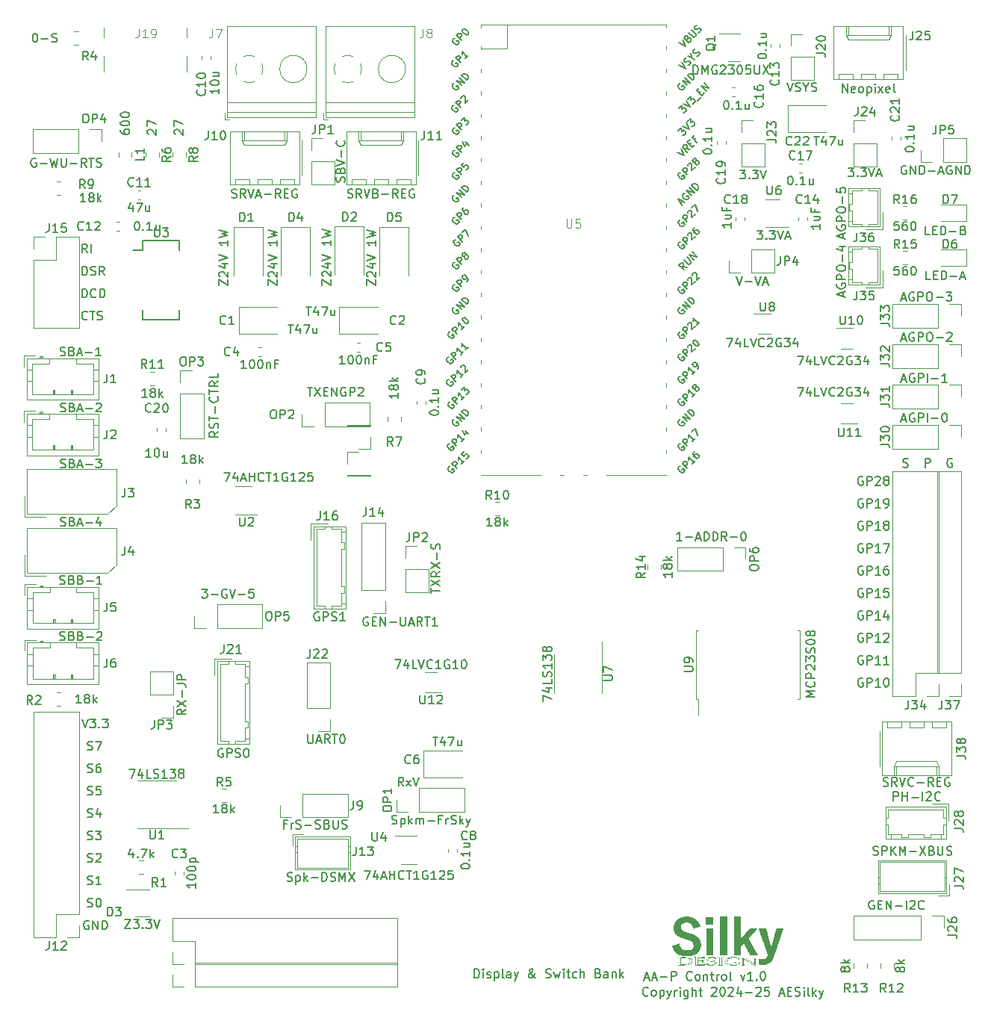
<source format=gbr>
%TF.GenerationSoftware,KiCad,Pcbnew,7.0.2*%
%TF.CreationDate,2024-12-03T13:42:34-08:00*%
%TF.ProjectId,AA_P_CtrlBd,41415f50-5f43-4747-926c-42642e6b6963,1.0*%
%TF.SameCoordinates,Original*%
%TF.FileFunction,Legend,Top*%
%TF.FilePolarity,Positive*%
%FSLAX46Y46*%
G04 Gerber Fmt 4.6, Leading zero omitted, Abs format (unit mm)*
G04 Created by KiCad (PCBNEW 7.0.2) date 2024-12-03 13:42:34*
%MOMM*%
%LPD*%
G01*
G04 APERTURE LIST*
%ADD10C,0.150000*%
%ADD11C,0.100000*%
%ADD12C,0.120000*%
G04 APERTURE END LIST*
D10*
X185459904Y-103573238D02*
X185364666Y-103525619D01*
X185364666Y-103525619D02*
X185221809Y-103525619D01*
X185221809Y-103525619D02*
X185078952Y-103573238D01*
X185078952Y-103573238D02*
X184983714Y-103668476D01*
X184983714Y-103668476D02*
X184936095Y-103763714D01*
X184936095Y-103763714D02*
X184888476Y-103954190D01*
X184888476Y-103954190D02*
X184888476Y-104097047D01*
X184888476Y-104097047D02*
X184936095Y-104287523D01*
X184936095Y-104287523D02*
X184983714Y-104382761D01*
X184983714Y-104382761D02*
X185078952Y-104478000D01*
X185078952Y-104478000D02*
X185221809Y-104525619D01*
X185221809Y-104525619D02*
X185317047Y-104525619D01*
X185317047Y-104525619D02*
X185459904Y-104478000D01*
X185459904Y-104478000D02*
X185507523Y-104430380D01*
X185507523Y-104430380D02*
X185507523Y-104097047D01*
X185507523Y-104097047D02*
X185317047Y-104097047D01*
X185936095Y-104525619D02*
X185936095Y-103525619D01*
X185936095Y-103525619D02*
X186317047Y-103525619D01*
X186317047Y-103525619D02*
X186412285Y-103573238D01*
X186412285Y-103573238D02*
X186459904Y-103620857D01*
X186459904Y-103620857D02*
X186507523Y-103716095D01*
X186507523Y-103716095D02*
X186507523Y-103858952D01*
X186507523Y-103858952D02*
X186459904Y-103954190D01*
X186459904Y-103954190D02*
X186412285Y-104001809D01*
X186412285Y-104001809D02*
X186317047Y-104049428D01*
X186317047Y-104049428D02*
X185936095Y-104049428D01*
X187459904Y-104525619D02*
X186888476Y-104525619D01*
X187174190Y-104525619D02*
X187174190Y-103525619D01*
X187174190Y-103525619D02*
X187078952Y-103668476D01*
X187078952Y-103668476D02*
X186983714Y-103763714D01*
X186983714Y-103763714D02*
X186888476Y-103811333D01*
X187840857Y-103620857D02*
X187888476Y-103573238D01*
X187888476Y-103573238D02*
X187983714Y-103525619D01*
X187983714Y-103525619D02*
X188221809Y-103525619D01*
X188221809Y-103525619D02*
X188317047Y-103573238D01*
X188317047Y-103573238D02*
X188364666Y-103620857D01*
X188364666Y-103620857D02*
X188412285Y-103716095D01*
X188412285Y-103716095D02*
X188412285Y-103811333D01*
X188412285Y-103811333D02*
X188364666Y-103954190D01*
X188364666Y-103954190D02*
X187793238Y-104525619D01*
X187793238Y-104525619D02*
X188412285Y-104525619D01*
X185459904Y-108653238D02*
X185364666Y-108605619D01*
X185364666Y-108605619D02*
X185221809Y-108605619D01*
X185221809Y-108605619D02*
X185078952Y-108653238D01*
X185078952Y-108653238D02*
X184983714Y-108748476D01*
X184983714Y-108748476D02*
X184936095Y-108843714D01*
X184936095Y-108843714D02*
X184888476Y-109034190D01*
X184888476Y-109034190D02*
X184888476Y-109177047D01*
X184888476Y-109177047D02*
X184936095Y-109367523D01*
X184936095Y-109367523D02*
X184983714Y-109462761D01*
X184983714Y-109462761D02*
X185078952Y-109558000D01*
X185078952Y-109558000D02*
X185221809Y-109605619D01*
X185221809Y-109605619D02*
X185317047Y-109605619D01*
X185317047Y-109605619D02*
X185459904Y-109558000D01*
X185459904Y-109558000D02*
X185507523Y-109510380D01*
X185507523Y-109510380D02*
X185507523Y-109177047D01*
X185507523Y-109177047D02*
X185317047Y-109177047D01*
X185936095Y-109605619D02*
X185936095Y-108605619D01*
X185936095Y-108605619D02*
X186317047Y-108605619D01*
X186317047Y-108605619D02*
X186412285Y-108653238D01*
X186412285Y-108653238D02*
X186459904Y-108700857D01*
X186459904Y-108700857D02*
X186507523Y-108796095D01*
X186507523Y-108796095D02*
X186507523Y-108938952D01*
X186507523Y-108938952D02*
X186459904Y-109034190D01*
X186459904Y-109034190D02*
X186412285Y-109081809D01*
X186412285Y-109081809D02*
X186317047Y-109129428D01*
X186317047Y-109129428D02*
X185936095Y-109129428D01*
X187459904Y-109605619D02*
X186888476Y-109605619D01*
X187174190Y-109605619D02*
X187174190Y-108605619D01*
X187174190Y-108605619D02*
X187078952Y-108748476D01*
X187078952Y-108748476D02*
X186983714Y-108843714D01*
X186983714Y-108843714D02*
X186888476Y-108891333D01*
X188078952Y-108605619D02*
X188174190Y-108605619D01*
X188174190Y-108605619D02*
X188269428Y-108653238D01*
X188269428Y-108653238D02*
X188317047Y-108700857D01*
X188317047Y-108700857D02*
X188364666Y-108796095D01*
X188364666Y-108796095D02*
X188412285Y-108986571D01*
X188412285Y-108986571D02*
X188412285Y-109224666D01*
X188412285Y-109224666D02*
X188364666Y-109415142D01*
X188364666Y-109415142D02*
X188317047Y-109510380D01*
X188317047Y-109510380D02*
X188269428Y-109558000D01*
X188269428Y-109558000D02*
X188174190Y-109605619D01*
X188174190Y-109605619D02*
X188078952Y-109605619D01*
X188078952Y-109605619D02*
X187983714Y-109558000D01*
X187983714Y-109558000D02*
X187936095Y-109510380D01*
X187936095Y-109510380D02*
X187888476Y-109415142D01*
X187888476Y-109415142D02*
X187840857Y-109224666D01*
X187840857Y-109224666D02*
X187840857Y-108986571D01*
X187840857Y-108986571D02*
X187888476Y-108796095D01*
X187888476Y-108796095D02*
X187936095Y-108700857D01*
X187936095Y-108700857D02*
X187983714Y-108653238D01*
X187983714Y-108653238D02*
X188078952Y-108605619D01*
X185459904Y-88333238D02*
X185364666Y-88285619D01*
X185364666Y-88285619D02*
X185221809Y-88285619D01*
X185221809Y-88285619D02*
X185078952Y-88333238D01*
X185078952Y-88333238D02*
X184983714Y-88428476D01*
X184983714Y-88428476D02*
X184936095Y-88523714D01*
X184936095Y-88523714D02*
X184888476Y-88714190D01*
X184888476Y-88714190D02*
X184888476Y-88857047D01*
X184888476Y-88857047D02*
X184936095Y-89047523D01*
X184936095Y-89047523D02*
X184983714Y-89142761D01*
X184983714Y-89142761D02*
X185078952Y-89238000D01*
X185078952Y-89238000D02*
X185221809Y-89285619D01*
X185221809Y-89285619D02*
X185317047Y-89285619D01*
X185317047Y-89285619D02*
X185459904Y-89238000D01*
X185459904Y-89238000D02*
X185507523Y-89190380D01*
X185507523Y-89190380D02*
X185507523Y-88857047D01*
X185507523Y-88857047D02*
X185317047Y-88857047D01*
X185936095Y-89285619D02*
X185936095Y-88285619D01*
X185936095Y-88285619D02*
X186317047Y-88285619D01*
X186317047Y-88285619D02*
X186412285Y-88333238D01*
X186412285Y-88333238D02*
X186459904Y-88380857D01*
X186459904Y-88380857D02*
X186507523Y-88476095D01*
X186507523Y-88476095D02*
X186507523Y-88618952D01*
X186507523Y-88618952D02*
X186459904Y-88714190D01*
X186459904Y-88714190D02*
X186412285Y-88761809D01*
X186412285Y-88761809D02*
X186317047Y-88809428D01*
X186317047Y-88809428D02*
X185936095Y-88809428D01*
X187459904Y-89285619D02*
X186888476Y-89285619D01*
X187174190Y-89285619D02*
X187174190Y-88285619D01*
X187174190Y-88285619D02*
X187078952Y-88428476D01*
X187078952Y-88428476D02*
X186983714Y-88523714D01*
X186983714Y-88523714D02*
X186888476Y-88571333D01*
X187936095Y-89285619D02*
X188126571Y-89285619D01*
X188126571Y-89285619D02*
X188221809Y-89238000D01*
X188221809Y-89238000D02*
X188269428Y-89190380D01*
X188269428Y-89190380D02*
X188364666Y-89047523D01*
X188364666Y-89047523D02*
X188412285Y-88857047D01*
X188412285Y-88857047D02*
X188412285Y-88476095D01*
X188412285Y-88476095D02*
X188364666Y-88380857D01*
X188364666Y-88380857D02*
X188317047Y-88333238D01*
X188317047Y-88333238D02*
X188221809Y-88285619D01*
X188221809Y-88285619D02*
X188031333Y-88285619D01*
X188031333Y-88285619D02*
X187936095Y-88333238D01*
X187936095Y-88333238D02*
X187888476Y-88380857D01*
X187888476Y-88380857D02*
X187840857Y-88476095D01*
X187840857Y-88476095D02*
X187840857Y-88714190D01*
X187840857Y-88714190D02*
X187888476Y-88809428D01*
X187888476Y-88809428D02*
X187936095Y-88857047D01*
X187936095Y-88857047D02*
X188031333Y-88904666D01*
X188031333Y-88904666D02*
X188221809Y-88904666D01*
X188221809Y-88904666D02*
X188317047Y-88857047D01*
X188317047Y-88857047D02*
X188364666Y-88809428D01*
X188364666Y-88809428D02*
X188412285Y-88714190D01*
X185459904Y-106113238D02*
X185364666Y-106065619D01*
X185364666Y-106065619D02*
X185221809Y-106065619D01*
X185221809Y-106065619D02*
X185078952Y-106113238D01*
X185078952Y-106113238D02*
X184983714Y-106208476D01*
X184983714Y-106208476D02*
X184936095Y-106303714D01*
X184936095Y-106303714D02*
X184888476Y-106494190D01*
X184888476Y-106494190D02*
X184888476Y-106637047D01*
X184888476Y-106637047D02*
X184936095Y-106827523D01*
X184936095Y-106827523D02*
X184983714Y-106922761D01*
X184983714Y-106922761D02*
X185078952Y-107018000D01*
X185078952Y-107018000D02*
X185221809Y-107065619D01*
X185221809Y-107065619D02*
X185317047Y-107065619D01*
X185317047Y-107065619D02*
X185459904Y-107018000D01*
X185459904Y-107018000D02*
X185507523Y-106970380D01*
X185507523Y-106970380D02*
X185507523Y-106637047D01*
X185507523Y-106637047D02*
X185317047Y-106637047D01*
X185936095Y-107065619D02*
X185936095Y-106065619D01*
X185936095Y-106065619D02*
X186317047Y-106065619D01*
X186317047Y-106065619D02*
X186412285Y-106113238D01*
X186412285Y-106113238D02*
X186459904Y-106160857D01*
X186459904Y-106160857D02*
X186507523Y-106256095D01*
X186507523Y-106256095D02*
X186507523Y-106398952D01*
X186507523Y-106398952D02*
X186459904Y-106494190D01*
X186459904Y-106494190D02*
X186412285Y-106541809D01*
X186412285Y-106541809D02*
X186317047Y-106589428D01*
X186317047Y-106589428D02*
X185936095Y-106589428D01*
X187459904Y-107065619D02*
X186888476Y-107065619D01*
X187174190Y-107065619D02*
X187174190Y-106065619D01*
X187174190Y-106065619D02*
X187078952Y-106208476D01*
X187078952Y-106208476D02*
X186983714Y-106303714D01*
X186983714Y-106303714D02*
X186888476Y-106351333D01*
X188412285Y-107065619D02*
X187840857Y-107065619D01*
X188126571Y-107065619D02*
X188126571Y-106065619D01*
X188126571Y-106065619D02*
X188031333Y-106208476D01*
X188031333Y-106208476D02*
X187936095Y-106303714D01*
X187936095Y-106303714D02*
X187840857Y-106351333D01*
X190016476Y-84666000D02*
X190159333Y-84713619D01*
X190159333Y-84713619D02*
X190397428Y-84713619D01*
X190397428Y-84713619D02*
X190492666Y-84666000D01*
X190492666Y-84666000D02*
X190540285Y-84618380D01*
X190540285Y-84618380D02*
X190587904Y-84523142D01*
X190587904Y-84523142D02*
X190587904Y-84427904D01*
X190587904Y-84427904D02*
X190540285Y-84332666D01*
X190540285Y-84332666D02*
X190492666Y-84285047D01*
X190492666Y-84285047D02*
X190397428Y-84237428D01*
X190397428Y-84237428D02*
X190206952Y-84189809D01*
X190206952Y-84189809D02*
X190111714Y-84142190D01*
X190111714Y-84142190D02*
X190064095Y-84094571D01*
X190064095Y-84094571D02*
X190016476Y-83999333D01*
X190016476Y-83999333D02*
X190016476Y-83904095D01*
X190016476Y-83904095D02*
X190064095Y-83808857D01*
X190064095Y-83808857D02*
X190111714Y-83761238D01*
X190111714Y-83761238D02*
X190206952Y-83713619D01*
X190206952Y-83713619D02*
X190445047Y-83713619D01*
X190445047Y-83713619D02*
X190587904Y-83761238D01*
X192540286Y-84713619D02*
X192540286Y-83713619D01*
X192540286Y-83713619D02*
X192921238Y-83713619D01*
X192921238Y-83713619D02*
X193016476Y-83761238D01*
X193016476Y-83761238D02*
X193064095Y-83808857D01*
X193064095Y-83808857D02*
X193111714Y-83904095D01*
X193111714Y-83904095D02*
X193111714Y-84046952D01*
X193111714Y-84046952D02*
X193064095Y-84142190D01*
X193064095Y-84142190D02*
X193016476Y-84189809D01*
X193016476Y-84189809D02*
X192921238Y-84237428D01*
X192921238Y-84237428D02*
X192540286Y-84237428D01*
X195587905Y-83761238D02*
X195492667Y-83713619D01*
X195492667Y-83713619D02*
X195349810Y-83713619D01*
X195349810Y-83713619D02*
X195206953Y-83761238D01*
X195206953Y-83761238D02*
X195111715Y-83856476D01*
X195111715Y-83856476D02*
X195064096Y-83951714D01*
X195064096Y-83951714D02*
X195016477Y-84142190D01*
X195016477Y-84142190D02*
X195016477Y-84285047D01*
X195016477Y-84285047D02*
X195064096Y-84475523D01*
X195064096Y-84475523D02*
X195111715Y-84570761D01*
X195111715Y-84570761D02*
X195206953Y-84666000D01*
X195206953Y-84666000D02*
X195349810Y-84713619D01*
X195349810Y-84713619D02*
X195445048Y-84713619D01*
X195445048Y-84713619D02*
X195587905Y-84666000D01*
X195587905Y-84666000D02*
X195635524Y-84618380D01*
X195635524Y-84618380D02*
X195635524Y-84285047D01*
X195635524Y-84285047D02*
X195445048Y-84285047D01*
X160758476Y-142593904D02*
X161234666Y-142593904D01*
X160663238Y-142879619D02*
X160996571Y-141879619D01*
X160996571Y-141879619D02*
X161329904Y-142879619D01*
X161615619Y-142593904D02*
X162091809Y-142593904D01*
X161520381Y-142879619D02*
X161853714Y-141879619D01*
X161853714Y-141879619D02*
X162187047Y-142879619D01*
X162520381Y-142498666D02*
X163282286Y-142498666D01*
X163758476Y-142879619D02*
X163758476Y-141879619D01*
X163758476Y-141879619D02*
X164139428Y-141879619D01*
X164139428Y-141879619D02*
X164234666Y-141927238D01*
X164234666Y-141927238D02*
X164282285Y-141974857D01*
X164282285Y-141974857D02*
X164329904Y-142070095D01*
X164329904Y-142070095D02*
X164329904Y-142212952D01*
X164329904Y-142212952D02*
X164282285Y-142308190D01*
X164282285Y-142308190D02*
X164234666Y-142355809D01*
X164234666Y-142355809D02*
X164139428Y-142403428D01*
X164139428Y-142403428D02*
X163758476Y-142403428D01*
X166091809Y-142784380D02*
X166044190Y-142832000D01*
X166044190Y-142832000D02*
X165901333Y-142879619D01*
X165901333Y-142879619D02*
X165806095Y-142879619D01*
X165806095Y-142879619D02*
X165663238Y-142832000D01*
X165663238Y-142832000D02*
X165568000Y-142736761D01*
X165568000Y-142736761D02*
X165520381Y-142641523D01*
X165520381Y-142641523D02*
X165472762Y-142451047D01*
X165472762Y-142451047D02*
X165472762Y-142308190D01*
X165472762Y-142308190D02*
X165520381Y-142117714D01*
X165520381Y-142117714D02*
X165568000Y-142022476D01*
X165568000Y-142022476D02*
X165663238Y-141927238D01*
X165663238Y-141927238D02*
X165806095Y-141879619D01*
X165806095Y-141879619D02*
X165901333Y-141879619D01*
X165901333Y-141879619D02*
X166044190Y-141927238D01*
X166044190Y-141927238D02*
X166091809Y-141974857D01*
X166663238Y-142879619D02*
X166568000Y-142832000D01*
X166568000Y-142832000D02*
X166520381Y-142784380D01*
X166520381Y-142784380D02*
X166472762Y-142689142D01*
X166472762Y-142689142D02*
X166472762Y-142403428D01*
X166472762Y-142403428D02*
X166520381Y-142308190D01*
X166520381Y-142308190D02*
X166568000Y-142260571D01*
X166568000Y-142260571D02*
X166663238Y-142212952D01*
X166663238Y-142212952D02*
X166806095Y-142212952D01*
X166806095Y-142212952D02*
X166901333Y-142260571D01*
X166901333Y-142260571D02*
X166948952Y-142308190D01*
X166948952Y-142308190D02*
X166996571Y-142403428D01*
X166996571Y-142403428D02*
X166996571Y-142689142D01*
X166996571Y-142689142D02*
X166948952Y-142784380D01*
X166948952Y-142784380D02*
X166901333Y-142832000D01*
X166901333Y-142832000D02*
X166806095Y-142879619D01*
X166806095Y-142879619D02*
X166663238Y-142879619D01*
X167425143Y-142212952D02*
X167425143Y-142879619D01*
X167425143Y-142308190D02*
X167472762Y-142260571D01*
X167472762Y-142260571D02*
X167568000Y-142212952D01*
X167568000Y-142212952D02*
X167710857Y-142212952D01*
X167710857Y-142212952D02*
X167806095Y-142260571D01*
X167806095Y-142260571D02*
X167853714Y-142355809D01*
X167853714Y-142355809D02*
X167853714Y-142879619D01*
X168187048Y-142212952D02*
X168568000Y-142212952D01*
X168329905Y-141879619D02*
X168329905Y-142736761D01*
X168329905Y-142736761D02*
X168377524Y-142832000D01*
X168377524Y-142832000D02*
X168472762Y-142879619D01*
X168472762Y-142879619D02*
X168568000Y-142879619D01*
X168901334Y-142879619D02*
X168901334Y-142212952D01*
X168901334Y-142403428D02*
X168948953Y-142308190D01*
X168948953Y-142308190D02*
X168996572Y-142260571D01*
X168996572Y-142260571D02*
X169091810Y-142212952D01*
X169091810Y-142212952D02*
X169187048Y-142212952D01*
X169663239Y-142879619D02*
X169568001Y-142832000D01*
X169568001Y-142832000D02*
X169520382Y-142784380D01*
X169520382Y-142784380D02*
X169472763Y-142689142D01*
X169472763Y-142689142D02*
X169472763Y-142403428D01*
X169472763Y-142403428D02*
X169520382Y-142308190D01*
X169520382Y-142308190D02*
X169568001Y-142260571D01*
X169568001Y-142260571D02*
X169663239Y-142212952D01*
X169663239Y-142212952D02*
X169806096Y-142212952D01*
X169806096Y-142212952D02*
X169901334Y-142260571D01*
X169901334Y-142260571D02*
X169948953Y-142308190D01*
X169948953Y-142308190D02*
X169996572Y-142403428D01*
X169996572Y-142403428D02*
X169996572Y-142689142D01*
X169996572Y-142689142D02*
X169948953Y-142784380D01*
X169948953Y-142784380D02*
X169901334Y-142832000D01*
X169901334Y-142832000D02*
X169806096Y-142879619D01*
X169806096Y-142879619D02*
X169663239Y-142879619D01*
X170568001Y-142879619D02*
X170472763Y-142832000D01*
X170472763Y-142832000D02*
X170425144Y-142736761D01*
X170425144Y-142736761D02*
X170425144Y-141879619D01*
X171615621Y-142212952D02*
X171853716Y-142879619D01*
X171853716Y-142879619D02*
X172091811Y-142212952D01*
X172996573Y-142879619D02*
X172425145Y-142879619D01*
X172710859Y-142879619D02*
X172710859Y-141879619D01*
X172710859Y-141879619D02*
X172615621Y-142022476D01*
X172615621Y-142022476D02*
X172520383Y-142117714D01*
X172520383Y-142117714D02*
X172425145Y-142165333D01*
X173425145Y-142784380D02*
X173472764Y-142832000D01*
X173472764Y-142832000D02*
X173425145Y-142879619D01*
X173425145Y-142879619D02*
X173377526Y-142832000D01*
X173377526Y-142832000D02*
X173425145Y-142784380D01*
X173425145Y-142784380D02*
X173425145Y-142879619D01*
X174091811Y-141879619D02*
X174187049Y-141879619D01*
X174187049Y-141879619D02*
X174282287Y-141927238D01*
X174282287Y-141927238D02*
X174329906Y-141974857D01*
X174329906Y-141974857D02*
X174377525Y-142070095D01*
X174377525Y-142070095D02*
X174425144Y-142260571D01*
X174425144Y-142260571D02*
X174425144Y-142498666D01*
X174425144Y-142498666D02*
X174377525Y-142689142D01*
X174377525Y-142689142D02*
X174329906Y-142784380D01*
X174329906Y-142784380D02*
X174282287Y-142832000D01*
X174282287Y-142832000D02*
X174187049Y-142879619D01*
X174187049Y-142879619D02*
X174091811Y-142879619D01*
X174091811Y-142879619D02*
X173996573Y-142832000D01*
X173996573Y-142832000D02*
X173948954Y-142784380D01*
X173948954Y-142784380D02*
X173901335Y-142689142D01*
X173901335Y-142689142D02*
X173853716Y-142498666D01*
X173853716Y-142498666D02*
X173853716Y-142260571D01*
X173853716Y-142260571D02*
X173901335Y-142070095D01*
X173901335Y-142070095D02*
X173948954Y-141974857D01*
X173948954Y-141974857D02*
X173996573Y-141927238D01*
X173996573Y-141927238D02*
X174091811Y-141879619D01*
X185459904Y-93413238D02*
X185364666Y-93365619D01*
X185364666Y-93365619D02*
X185221809Y-93365619D01*
X185221809Y-93365619D02*
X185078952Y-93413238D01*
X185078952Y-93413238D02*
X184983714Y-93508476D01*
X184983714Y-93508476D02*
X184936095Y-93603714D01*
X184936095Y-93603714D02*
X184888476Y-93794190D01*
X184888476Y-93794190D02*
X184888476Y-93937047D01*
X184888476Y-93937047D02*
X184936095Y-94127523D01*
X184936095Y-94127523D02*
X184983714Y-94222761D01*
X184983714Y-94222761D02*
X185078952Y-94318000D01*
X185078952Y-94318000D02*
X185221809Y-94365619D01*
X185221809Y-94365619D02*
X185317047Y-94365619D01*
X185317047Y-94365619D02*
X185459904Y-94318000D01*
X185459904Y-94318000D02*
X185507523Y-94270380D01*
X185507523Y-94270380D02*
X185507523Y-93937047D01*
X185507523Y-93937047D02*
X185317047Y-93937047D01*
X185936095Y-94365619D02*
X185936095Y-93365619D01*
X185936095Y-93365619D02*
X186317047Y-93365619D01*
X186317047Y-93365619D02*
X186412285Y-93413238D01*
X186412285Y-93413238D02*
X186459904Y-93460857D01*
X186459904Y-93460857D02*
X186507523Y-93556095D01*
X186507523Y-93556095D02*
X186507523Y-93698952D01*
X186507523Y-93698952D02*
X186459904Y-93794190D01*
X186459904Y-93794190D02*
X186412285Y-93841809D01*
X186412285Y-93841809D02*
X186317047Y-93889428D01*
X186317047Y-93889428D02*
X185936095Y-93889428D01*
X187459904Y-94365619D02*
X186888476Y-94365619D01*
X187174190Y-94365619D02*
X187174190Y-93365619D01*
X187174190Y-93365619D02*
X187078952Y-93508476D01*
X187078952Y-93508476D02*
X186983714Y-93603714D01*
X186983714Y-93603714D02*
X186888476Y-93651333D01*
X187793238Y-93365619D02*
X188459904Y-93365619D01*
X188459904Y-93365619D02*
X188031333Y-94365619D01*
X185459904Y-101033238D02*
X185364666Y-100985619D01*
X185364666Y-100985619D02*
X185221809Y-100985619D01*
X185221809Y-100985619D02*
X185078952Y-101033238D01*
X185078952Y-101033238D02*
X184983714Y-101128476D01*
X184983714Y-101128476D02*
X184936095Y-101223714D01*
X184936095Y-101223714D02*
X184888476Y-101414190D01*
X184888476Y-101414190D02*
X184888476Y-101557047D01*
X184888476Y-101557047D02*
X184936095Y-101747523D01*
X184936095Y-101747523D02*
X184983714Y-101842761D01*
X184983714Y-101842761D02*
X185078952Y-101938000D01*
X185078952Y-101938000D02*
X185221809Y-101985619D01*
X185221809Y-101985619D02*
X185317047Y-101985619D01*
X185317047Y-101985619D02*
X185459904Y-101938000D01*
X185459904Y-101938000D02*
X185507523Y-101890380D01*
X185507523Y-101890380D02*
X185507523Y-101557047D01*
X185507523Y-101557047D02*
X185317047Y-101557047D01*
X185936095Y-101985619D02*
X185936095Y-100985619D01*
X185936095Y-100985619D02*
X186317047Y-100985619D01*
X186317047Y-100985619D02*
X186412285Y-101033238D01*
X186412285Y-101033238D02*
X186459904Y-101080857D01*
X186459904Y-101080857D02*
X186507523Y-101176095D01*
X186507523Y-101176095D02*
X186507523Y-101318952D01*
X186507523Y-101318952D02*
X186459904Y-101414190D01*
X186459904Y-101414190D02*
X186412285Y-101461809D01*
X186412285Y-101461809D02*
X186317047Y-101509428D01*
X186317047Y-101509428D02*
X185936095Y-101509428D01*
X187459904Y-101985619D02*
X186888476Y-101985619D01*
X187174190Y-101985619D02*
X187174190Y-100985619D01*
X187174190Y-100985619D02*
X187078952Y-101128476D01*
X187078952Y-101128476D02*
X186983714Y-101223714D01*
X186983714Y-101223714D02*
X186888476Y-101271333D01*
X188317047Y-101318952D02*
X188317047Y-101985619D01*
X188078952Y-100938000D02*
X187840857Y-101652285D01*
X187840857Y-101652285D02*
X188459904Y-101652285D01*
X185459904Y-95953238D02*
X185364666Y-95905619D01*
X185364666Y-95905619D02*
X185221809Y-95905619D01*
X185221809Y-95905619D02*
X185078952Y-95953238D01*
X185078952Y-95953238D02*
X184983714Y-96048476D01*
X184983714Y-96048476D02*
X184936095Y-96143714D01*
X184936095Y-96143714D02*
X184888476Y-96334190D01*
X184888476Y-96334190D02*
X184888476Y-96477047D01*
X184888476Y-96477047D02*
X184936095Y-96667523D01*
X184936095Y-96667523D02*
X184983714Y-96762761D01*
X184983714Y-96762761D02*
X185078952Y-96858000D01*
X185078952Y-96858000D02*
X185221809Y-96905619D01*
X185221809Y-96905619D02*
X185317047Y-96905619D01*
X185317047Y-96905619D02*
X185459904Y-96858000D01*
X185459904Y-96858000D02*
X185507523Y-96810380D01*
X185507523Y-96810380D02*
X185507523Y-96477047D01*
X185507523Y-96477047D02*
X185317047Y-96477047D01*
X185936095Y-96905619D02*
X185936095Y-95905619D01*
X185936095Y-95905619D02*
X186317047Y-95905619D01*
X186317047Y-95905619D02*
X186412285Y-95953238D01*
X186412285Y-95953238D02*
X186459904Y-96000857D01*
X186459904Y-96000857D02*
X186507523Y-96096095D01*
X186507523Y-96096095D02*
X186507523Y-96238952D01*
X186507523Y-96238952D02*
X186459904Y-96334190D01*
X186459904Y-96334190D02*
X186412285Y-96381809D01*
X186412285Y-96381809D02*
X186317047Y-96429428D01*
X186317047Y-96429428D02*
X185936095Y-96429428D01*
X187459904Y-96905619D02*
X186888476Y-96905619D01*
X187174190Y-96905619D02*
X187174190Y-95905619D01*
X187174190Y-95905619D02*
X187078952Y-96048476D01*
X187078952Y-96048476D02*
X186983714Y-96143714D01*
X186983714Y-96143714D02*
X186888476Y-96191333D01*
X188317047Y-95905619D02*
X188126571Y-95905619D01*
X188126571Y-95905619D02*
X188031333Y-95953238D01*
X188031333Y-95953238D02*
X187983714Y-96000857D01*
X187983714Y-96000857D02*
X187888476Y-96143714D01*
X187888476Y-96143714D02*
X187840857Y-96334190D01*
X187840857Y-96334190D02*
X187840857Y-96715142D01*
X187840857Y-96715142D02*
X187888476Y-96810380D01*
X187888476Y-96810380D02*
X187936095Y-96858000D01*
X187936095Y-96858000D02*
X188031333Y-96905619D01*
X188031333Y-96905619D02*
X188221809Y-96905619D01*
X188221809Y-96905619D02*
X188317047Y-96858000D01*
X188317047Y-96858000D02*
X188364666Y-96810380D01*
X188364666Y-96810380D02*
X188412285Y-96715142D01*
X188412285Y-96715142D02*
X188412285Y-96477047D01*
X188412285Y-96477047D02*
X188364666Y-96381809D01*
X188364666Y-96381809D02*
X188317047Y-96334190D01*
X188317047Y-96334190D02*
X188221809Y-96286571D01*
X188221809Y-96286571D02*
X188031333Y-96286571D01*
X188031333Y-96286571D02*
X187936095Y-96334190D01*
X187936095Y-96334190D02*
X187888476Y-96381809D01*
X187888476Y-96381809D02*
X187840857Y-96477047D01*
X185459904Y-98493238D02*
X185364666Y-98445619D01*
X185364666Y-98445619D02*
X185221809Y-98445619D01*
X185221809Y-98445619D02*
X185078952Y-98493238D01*
X185078952Y-98493238D02*
X184983714Y-98588476D01*
X184983714Y-98588476D02*
X184936095Y-98683714D01*
X184936095Y-98683714D02*
X184888476Y-98874190D01*
X184888476Y-98874190D02*
X184888476Y-99017047D01*
X184888476Y-99017047D02*
X184936095Y-99207523D01*
X184936095Y-99207523D02*
X184983714Y-99302761D01*
X184983714Y-99302761D02*
X185078952Y-99398000D01*
X185078952Y-99398000D02*
X185221809Y-99445619D01*
X185221809Y-99445619D02*
X185317047Y-99445619D01*
X185317047Y-99445619D02*
X185459904Y-99398000D01*
X185459904Y-99398000D02*
X185507523Y-99350380D01*
X185507523Y-99350380D02*
X185507523Y-99017047D01*
X185507523Y-99017047D02*
X185317047Y-99017047D01*
X185936095Y-99445619D02*
X185936095Y-98445619D01*
X185936095Y-98445619D02*
X186317047Y-98445619D01*
X186317047Y-98445619D02*
X186412285Y-98493238D01*
X186412285Y-98493238D02*
X186459904Y-98540857D01*
X186459904Y-98540857D02*
X186507523Y-98636095D01*
X186507523Y-98636095D02*
X186507523Y-98778952D01*
X186507523Y-98778952D02*
X186459904Y-98874190D01*
X186459904Y-98874190D02*
X186412285Y-98921809D01*
X186412285Y-98921809D02*
X186317047Y-98969428D01*
X186317047Y-98969428D02*
X185936095Y-98969428D01*
X187459904Y-99445619D02*
X186888476Y-99445619D01*
X187174190Y-99445619D02*
X187174190Y-98445619D01*
X187174190Y-98445619D02*
X187078952Y-98588476D01*
X187078952Y-98588476D02*
X186983714Y-98683714D01*
X186983714Y-98683714D02*
X186888476Y-98731333D01*
X188364666Y-98445619D02*
X187888476Y-98445619D01*
X187888476Y-98445619D02*
X187840857Y-98921809D01*
X187840857Y-98921809D02*
X187888476Y-98874190D01*
X187888476Y-98874190D02*
X187983714Y-98826571D01*
X187983714Y-98826571D02*
X188221809Y-98826571D01*
X188221809Y-98826571D02*
X188317047Y-98874190D01*
X188317047Y-98874190D02*
X188364666Y-98921809D01*
X188364666Y-98921809D02*
X188412285Y-99017047D01*
X188412285Y-99017047D02*
X188412285Y-99255142D01*
X188412285Y-99255142D02*
X188364666Y-99350380D01*
X188364666Y-99350380D02*
X188317047Y-99398000D01*
X188317047Y-99398000D02*
X188221809Y-99445619D01*
X188221809Y-99445619D02*
X187983714Y-99445619D01*
X187983714Y-99445619D02*
X187888476Y-99398000D01*
X187888476Y-99398000D02*
X187840857Y-99350380D01*
X161123523Y-144562380D02*
X161075904Y-144610000D01*
X161075904Y-144610000D02*
X160933047Y-144657619D01*
X160933047Y-144657619D02*
X160837809Y-144657619D01*
X160837809Y-144657619D02*
X160694952Y-144610000D01*
X160694952Y-144610000D02*
X160599714Y-144514761D01*
X160599714Y-144514761D02*
X160552095Y-144419523D01*
X160552095Y-144419523D02*
X160504476Y-144229047D01*
X160504476Y-144229047D02*
X160504476Y-144086190D01*
X160504476Y-144086190D02*
X160552095Y-143895714D01*
X160552095Y-143895714D02*
X160599714Y-143800476D01*
X160599714Y-143800476D02*
X160694952Y-143705238D01*
X160694952Y-143705238D02*
X160837809Y-143657619D01*
X160837809Y-143657619D02*
X160933047Y-143657619D01*
X160933047Y-143657619D02*
X161075904Y-143705238D01*
X161075904Y-143705238D02*
X161123523Y-143752857D01*
X161694952Y-144657619D02*
X161599714Y-144610000D01*
X161599714Y-144610000D02*
X161552095Y-144562380D01*
X161552095Y-144562380D02*
X161504476Y-144467142D01*
X161504476Y-144467142D02*
X161504476Y-144181428D01*
X161504476Y-144181428D02*
X161552095Y-144086190D01*
X161552095Y-144086190D02*
X161599714Y-144038571D01*
X161599714Y-144038571D02*
X161694952Y-143990952D01*
X161694952Y-143990952D02*
X161837809Y-143990952D01*
X161837809Y-143990952D02*
X161933047Y-144038571D01*
X161933047Y-144038571D02*
X161980666Y-144086190D01*
X161980666Y-144086190D02*
X162028285Y-144181428D01*
X162028285Y-144181428D02*
X162028285Y-144467142D01*
X162028285Y-144467142D02*
X161980666Y-144562380D01*
X161980666Y-144562380D02*
X161933047Y-144610000D01*
X161933047Y-144610000D02*
X161837809Y-144657619D01*
X161837809Y-144657619D02*
X161694952Y-144657619D01*
X162456857Y-143990952D02*
X162456857Y-144990952D01*
X162456857Y-144038571D02*
X162552095Y-143990952D01*
X162552095Y-143990952D02*
X162742571Y-143990952D01*
X162742571Y-143990952D02*
X162837809Y-144038571D01*
X162837809Y-144038571D02*
X162885428Y-144086190D01*
X162885428Y-144086190D02*
X162933047Y-144181428D01*
X162933047Y-144181428D02*
X162933047Y-144467142D01*
X162933047Y-144467142D02*
X162885428Y-144562380D01*
X162885428Y-144562380D02*
X162837809Y-144610000D01*
X162837809Y-144610000D02*
X162742571Y-144657619D01*
X162742571Y-144657619D02*
X162552095Y-144657619D01*
X162552095Y-144657619D02*
X162456857Y-144610000D01*
X163266381Y-143990952D02*
X163504476Y-144657619D01*
X163742571Y-143990952D02*
X163504476Y-144657619D01*
X163504476Y-144657619D02*
X163409238Y-144895714D01*
X163409238Y-144895714D02*
X163361619Y-144943333D01*
X163361619Y-144943333D02*
X163266381Y-144990952D01*
X164123524Y-144657619D02*
X164123524Y-143990952D01*
X164123524Y-144181428D02*
X164171143Y-144086190D01*
X164171143Y-144086190D02*
X164218762Y-144038571D01*
X164218762Y-144038571D02*
X164314000Y-143990952D01*
X164314000Y-143990952D02*
X164409238Y-143990952D01*
X164742572Y-144657619D02*
X164742572Y-143990952D01*
X164742572Y-143657619D02*
X164694953Y-143705238D01*
X164694953Y-143705238D02*
X164742572Y-143752857D01*
X164742572Y-143752857D02*
X164790191Y-143705238D01*
X164790191Y-143705238D02*
X164742572Y-143657619D01*
X164742572Y-143657619D02*
X164742572Y-143752857D01*
X165647333Y-143990952D02*
X165647333Y-144800476D01*
X165647333Y-144800476D02*
X165599714Y-144895714D01*
X165599714Y-144895714D02*
X165552095Y-144943333D01*
X165552095Y-144943333D02*
X165456857Y-144990952D01*
X165456857Y-144990952D02*
X165314000Y-144990952D01*
X165314000Y-144990952D02*
X165218762Y-144943333D01*
X165647333Y-144610000D02*
X165552095Y-144657619D01*
X165552095Y-144657619D02*
X165361619Y-144657619D01*
X165361619Y-144657619D02*
X165266381Y-144610000D01*
X165266381Y-144610000D02*
X165218762Y-144562380D01*
X165218762Y-144562380D02*
X165171143Y-144467142D01*
X165171143Y-144467142D02*
X165171143Y-144181428D01*
X165171143Y-144181428D02*
X165218762Y-144086190D01*
X165218762Y-144086190D02*
X165266381Y-144038571D01*
X165266381Y-144038571D02*
X165361619Y-143990952D01*
X165361619Y-143990952D02*
X165552095Y-143990952D01*
X165552095Y-143990952D02*
X165647333Y-144038571D01*
X166123524Y-144657619D02*
X166123524Y-143657619D01*
X166552095Y-144657619D02*
X166552095Y-144133809D01*
X166552095Y-144133809D02*
X166504476Y-144038571D01*
X166504476Y-144038571D02*
X166409238Y-143990952D01*
X166409238Y-143990952D02*
X166266381Y-143990952D01*
X166266381Y-143990952D02*
X166171143Y-144038571D01*
X166171143Y-144038571D02*
X166123524Y-144086190D01*
X166885429Y-143990952D02*
X167266381Y-143990952D01*
X167028286Y-143657619D02*
X167028286Y-144514761D01*
X167028286Y-144514761D02*
X167075905Y-144610000D01*
X167075905Y-144610000D02*
X167171143Y-144657619D01*
X167171143Y-144657619D02*
X167266381Y-144657619D01*
X168314001Y-143752857D02*
X168361620Y-143705238D01*
X168361620Y-143705238D02*
X168456858Y-143657619D01*
X168456858Y-143657619D02*
X168694953Y-143657619D01*
X168694953Y-143657619D02*
X168790191Y-143705238D01*
X168790191Y-143705238D02*
X168837810Y-143752857D01*
X168837810Y-143752857D02*
X168885429Y-143848095D01*
X168885429Y-143848095D02*
X168885429Y-143943333D01*
X168885429Y-143943333D02*
X168837810Y-144086190D01*
X168837810Y-144086190D02*
X168266382Y-144657619D01*
X168266382Y-144657619D02*
X168885429Y-144657619D01*
X169504477Y-143657619D02*
X169599715Y-143657619D01*
X169599715Y-143657619D02*
X169694953Y-143705238D01*
X169694953Y-143705238D02*
X169742572Y-143752857D01*
X169742572Y-143752857D02*
X169790191Y-143848095D01*
X169790191Y-143848095D02*
X169837810Y-144038571D01*
X169837810Y-144038571D02*
X169837810Y-144276666D01*
X169837810Y-144276666D02*
X169790191Y-144467142D01*
X169790191Y-144467142D02*
X169742572Y-144562380D01*
X169742572Y-144562380D02*
X169694953Y-144610000D01*
X169694953Y-144610000D02*
X169599715Y-144657619D01*
X169599715Y-144657619D02*
X169504477Y-144657619D01*
X169504477Y-144657619D02*
X169409239Y-144610000D01*
X169409239Y-144610000D02*
X169361620Y-144562380D01*
X169361620Y-144562380D02*
X169314001Y-144467142D01*
X169314001Y-144467142D02*
X169266382Y-144276666D01*
X169266382Y-144276666D02*
X169266382Y-144038571D01*
X169266382Y-144038571D02*
X169314001Y-143848095D01*
X169314001Y-143848095D02*
X169361620Y-143752857D01*
X169361620Y-143752857D02*
X169409239Y-143705238D01*
X169409239Y-143705238D02*
X169504477Y-143657619D01*
X170218763Y-143752857D02*
X170266382Y-143705238D01*
X170266382Y-143705238D02*
X170361620Y-143657619D01*
X170361620Y-143657619D02*
X170599715Y-143657619D01*
X170599715Y-143657619D02*
X170694953Y-143705238D01*
X170694953Y-143705238D02*
X170742572Y-143752857D01*
X170742572Y-143752857D02*
X170790191Y-143848095D01*
X170790191Y-143848095D02*
X170790191Y-143943333D01*
X170790191Y-143943333D02*
X170742572Y-144086190D01*
X170742572Y-144086190D02*
X170171144Y-144657619D01*
X170171144Y-144657619D02*
X170790191Y-144657619D01*
X171647334Y-143990952D02*
X171647334Y-144657619D01*
X171409239Y-143610000D02*
X171171144Y-144324285D01*
X171171144Y-144324285D02*
X171790191Y-144324285D01*
X172171144Y-144276666D02*
X172933049Y-144276666D01*
X173361620Y-143752857D02*
X173409239Y-143705238D01*
X173409239Y-143705238D02*
X173504477Y-143657619D01*
X173504477Y-143657619D02*
X173742572Y-143657619D01*
X173742572Y-143657619D02*
X173837810Y-143705238D01*
X173837810Y-143705238D02*
X173885429Y-143752857D01*
X173885429Y-143752857D02*
X173933048Y-143848095D01*
X173933048Y-143848095D02*
X173933048Y-143943333D01*
X173933048Y-143943333D02*
X173885429Y-144086190D01*
X173885429Y-144086190D02*
X173314001Y-144657619D01*
X173314001Y-144657619D02*
X173933048Y-144657619D01*
X174837810Y-143657619D02*
X174361620Y-143657619D01*
X174361620Y-143657619D02*
X174314001Y-144133809D01*
X174314001Y-144133809D02*
X174361620Y-144086190D01*
X174361620Y-144086190D02*
X174456858Y-144038571D01*
X174456858Y-144038571D02*
X174694953Y-144038571D01*
X174694953Y-144038571D02*
X174790191Y-144086190D01*
X174790191Y-144086190D02*
X174837810Y-144133809D01*
X174837810Y-144133809D02*
X174885429Y-144229047D01*
X174885429Y-144229047D02*
X174885429Y-144467142D01*
X174885429Y-144467142D02*
X174837810Y-144562380D01*
X174837810Y-144562380D02*
X174790191Y-144610000D01*
X174790191Y-144610000D02*
X174694953Y-144657619D01*
X174694953Y-144657619D02*
X174456858Y-144657619D01*
X174456858Y-144657619D02*
X174361620Y-144610000D01*
X174361620Y-144610000D02*
X174314001Y-144562380D01*
X176028287Y-144371904D02*
X176504477Y-144371904D01*
X175933049Y-144657619D02*
X176266382Y-143657619D01*
X176266382Y-143657619D02*
X176599715Y-144657619D01*
X176933049Y-144133809D02*
X177266382Y-144133809D01*
X177409239Y-144657619D02*
X176933049Y-144657619D01*
X176933049Y-144657619D02*
X176933049Y-143657619D01*
X176933049Y-143657619D02*
X177409239Y-143657619D01*
X177790192Y-144610000D02*
X177933049Y-144657619D01*
X177933049Y-144657619D02*
X178171144Y-144657619D01*
X178171144Y-144657619D02*
X178266382Y-144610000D01*
X178266382Y-144610000D02*
X178314001Y-144562380D01*
X178314001Y-144562380D02*
X178361620Y-144467142D01*
X178361620Y-144467142D02*
X178361620Y-144371904D01*
X178361620Y-144371904D02*
X178314001Y-144276666D01*
X178314001Y-144276666D02*
X178266382Y-144229047D01*
X178266382Y-144229047D02*
X178171144Y-144181428D01*
X178171144Y-144181428D02*
X177980668Y-144133809D01*
X177980668Y-144133809D02*
X177885430Y-144086190D01*
X177885430Y-144086190D02*
X177837811Y-144038571D01*
X177837811Y-144038571D02*
X177790192Y-143943333D01*
X177790192Y-143943333D02*
X177790192Y-143848095D01*
X177790192Y-143848095D02*
X177837811Y-143752857D01*
X177837811Y-143752857D02*
X177885430Y-143705238D01*
X177885430Y-143705238D02*
X177980668Y-143657619D01*
X177980668Y-143657619D02*
X178218763Y-143657619D01*
X178218763Y-143657619D02*
X178361620Y-143705238D01*
X178790192Y-144657619D02*
X178790192Y-143990952D01*
X178790192Y-143657619D02*
X178742573Y-143705238D01*
X178742573Y-143705238D02*
X178790192Y-143752857D01*
X178790192Y-143752857D02*
X178837811Y-143705238D01*
X178837811Y-143705238D02*
X178790192Y-143657619D01*
X178790192Y-143657619D02*
X178790192Y-143752857D01*
X179409239Y-144657619D02*
X179314001Y-144610000D01*
X179314001Y-144610000D02*
X179266382Y-144514761D01*
X179266382Y-144514761D02*
X179266382Y-143657619D01*
X179790192Y-144657619D02*
X179790192Y-143657619D01*
X179885430Y-144276666D02*
X180171144Y-144657619D01*
X180171144Y-143990952D02*
X179790192Y-144371904D01*
X180504478Y-143990952D02*
X180742573Y-144657619D01*
X180980668Y-143990952D02*
X180742573Y-144657619D01*
X180742573Y-144657619D02*
X180647335Y-144895714D01*
X180647335Y-144895714D02*
X180599716Y-144943333D01*
X180599716Y-144943333D02*
X180504478Y-144990952D01*
X185459904Y-90873238D02*
X185364666Y-90825619D01*
X185364666Y-90825619D02*
X185221809Y-90825619D01*
X185221809Y-90825619D02*
X185078952Y-90873238D01*
X185078952Y-90873238D02*
X184983714Y-90968476D01*
X184983714Y-90968476D02*
X184936095Y-91063714D01*
X184936095Y-91063714D02*
X184888476Y-91254190D01*
X184888476Y-91254190D02*
X184888476Y-91397047D01*
X184888476Y-91397047D02*
X184936095Y-91587523D01*
X184936095Y-91587523D02*
X184983714Y-91682761D01*
X184983714Y-91682761D02*
X185078952Y-91778000D01*
X185078952Y-91778000D02*
X185221809Y-91825619D01*
X185221809Y-91825619D02*
X185317047Y-91825619D01*
X185317047Y-91825619D02*
X185459904Y-91778000D01*
X185459904Y-91778000D02*
X185507523Y-91730380D01*
X185507523Y-91730380D02*
X185507523Y-91397047D01*
X185507523Y-91397047D02*
X185317047Y-91397047D01*
X185936095Y-91825619D02*
X185936095Y-90825619D01*
X185936095Y-90825619D02*
X186317047Y-90825619D01*
X186317047Y-90825619D02*
X186412285Y-90873238D01*
X186412285Y-90873238D02*
X186459904Y-90920857D01*
X186459904Y-90920857D02*
X186507523Y-91016095D01*
X186507523Y-91016095D02*
X186507523Y-91158952D01*
X186507523Y-91158952D02*
X186459904Y-91254190D01*
X186459904Y-91254190D02*
X186412285Y-91301809D01*
X186412285Y-91301809D02*
X186317047Y-91349428D01*
X186317047Y-91349428D02*
X185936095Y-91349428D01*
X187459904Y-91825619D02*
X186888476Y-91825619D01*
X187174190Y-91825619D02*
X187174190Y-90825619D01*
X187174190Y-90825619D02*
X187078952Y-90968476D01*
X187078952Y-90968476D02*
X186983714Y-91063714D01*
X186983714Y-91063714D02*
X186888476Y-91111333D01*
X188031333Y-91254190D02*
X187936095Y-91206571D01*
X187936095Y-91206571D02*
X187888476Y-91158952D01*
X187888476Y-91158952D02*
X187840857Y-91063714D01*
X187840857Y-91063714D02*
X187840857Y-91016095D01*
X187840857Y-91016095D02*
X187888476Y-90920857D01*
X187888476Y-90920857D02*
X187936095Y-90873238D01*
X187936095Y-90873238D02*
X188031333Y-90825619D01*
X188031333Y-90825619D02*
X188221809Y-90825619D01*
X188221809Y-90825619D02*
X188317047Y-90873238D01*
X188317047Y-90873238D02*
X188364666Y-90920857D01*
X188364666Y-90920857D02*
X188412285Y-91016095D01*
X188412285Y-91016095D02*
X188412285Y-91063714D01*
X188412285Y-91063714D02*
X188364666Y-91158952D01*
X188364666Y-91158952D02*
X188317047Y-91206571D01*
X188317047Y-91206571D02*
X188221809Y-91254190D01*
X188221809Y-91254190D02*
X188031333Y-91254190D01*
X188031333Y-91254190D02*
X187936095Y-91301809D01*
X187936095Y-91301809D02*
X187888476Y-91349428D01*
X187888476Y-91349428D02*
X187840857Y-91444666D01*
X187840857Y-91444666D02*
X187840857Y-91635142D01*
X187840857Y-91635142D02*
X187888476Y-91730380D01*
X187888476Y-91730380D02*
X187936095Y-91778000D01*
X187936095Y-91778000D02*
X188031333Y-91825619D01*
X188031333Y-91825619D02*
X188221809Y-91825619D01*
X188221809Y-91825619D02*
X188317047Y-91778000D01*
X188317047Y-91778000D02*
X188364666Y-91730380D01*
X188364666Y-91730380D02*
X188412285Y-91635142D01*
X188412285Y-91635142D02*
X188412285Y-91444666D01*
X188412285Y-91444666D02*
X188364666Y-91349428D01*
X188364666Y-91349428D02*
X188317047Y-91301809D01*
X188317047Y-91301809D02*
X188221809Y-91254190D01*
X185459904Y-85793238D02*
X185364666Y-85745619D01*
X185364666Y-85745619D02*
X185221809Y-85745619D01*
X185221809Y-85745619D02*
X185078952Y-85793238D01*
X185078952Y-85793238D02*
X184983714Y-85888476D01*
X184983714Y-85888476D02*
X184936095Y-85983714D01*
X184936095Y-85983714D02*
X184888476Y-86174190D01*
X184888476Y-86174190D02*
X184888476Y-86317047D01*
X184888476Y-86317047D02*
X184936095Y-86507523D01*
X184936095Y-86507523D02*
X184983714Y-86602761D01*
X184983714Y-86602761D02*
X185078952Y-86698000D01*
X185078952Y-86698000D02*
X185221809Y-86745619D01*
X185221809Y-86745619D02*
X185317047Y-86745619D01*
X185317047Y-86745619D02*
X185459904Y-86698000D01*
X185459904Y-86698000D02*
X185507523Y-86650380D01*
X185507523Y-86650380D02*
X185507523Y-86317047D01*
X185507523Y-86317047D02*
X185317047Y-86317047D01*
X185936095Y-86745619D02*
X185936095Y-85745619D01*
X185936095Y-85745619D02*
X186317047Y-85745619D01*
X186317047Y-85745619D02*
X186412285Y-85793238D01*
X186412285Y-85793238D02*
X186459904Y-85840857D01*
X186459904Y-85840857D02*
X186507523Y-85936095D01*
X186507523Y-85936095D02*
X186507523Y-86078952D01*
X186507523Y-86078952D02*
X186459904Y-86174190D01*
X186459904Y-86174190D02*
X186412285Y-86221809D01*
X186412285Y-86221809D02*
X186317047Y-86269428D01*
X186317047Y-86269428D02*
X185936095Y-86269428D01*
X186888476Y-85840857D02*
X186936095Y-85793238D01*
X186936095Y-85793238D02*
X187031333Y-85745619D01*
X187031333Y-85745619D02*
X187269428Y-85745619D01*
X187269428Y-85745619D02*
X187364666Y-85793238D01*
X187364666Y-85793238D02*
X187412285Y-85840857D01*
X187412285Y-85840857D02*
X187459904Y-85936095D01*
X187459904Y-85936095D02*
X187459904Y-86031333D01*
X187459904Y-86031333D02*
X187412285Y-86174190D01*
X187412285Y-86174190D02*
X186840857Y-86745619D01*
X186840857Y-86745619D02*
X187459904Y-86745619D01*
X188031333Y-86174190D02*
X187936095Y-86126571D01*
X187936095Y-86126571D02*
X187888476Y-86078952D01*
X187888476Y-86078952D02*
X187840857Y-85983714D01*
X187840857Y-85983714D02*
X187840857Y-85936095D01*
X187840857Y-85936095D02*
X187888476Y-85840857D01*
X187888476Y-85840857D02*
X187936095Y-85793238D01*
X187936095Y-85793238D02*
X188031333Y-85745619D01*
X188031333Y-85745619D02*
X188221809Y-85745619D01*
X188221809Y-85745619D02*
X188317047Y-85793238D01*
X188317047Y-85793238D02*
X188364666Y-85840857D01*
X188364666Y-85840857D02*
X188412285Y-85936095D01*
X188412285Y-85936095D02*
X188412285Y-85983714D01*
X188412285Y-85983714D02*
X188364666Y-86078952D01*
X188364666Y-86078952D02*
X188317047Y-86126571D01*
X188317047Y-86126571D02*
X188221809Y-86174190D01*
X188221809Y-86174190D02*
X188031333Y-86174190D01*
X188031333Y-86174190D02*
X187936095Y-86221809D01*
X187936095Y-86221809D02*
X187888476Y-86269428D01*
X187888476Y-86269428D02*
X187840857Y-86364666D01*
X187840857Y-86364666D02*
X187840857Y-86555142D01*
X187840857Y-86555142D02*
X187888476Y-86650380D01*
X187888476Y-86650380D02*
X187936095Y-86698000D01*
X187936095Y-86698000D02*
X188031333Y-86745619D01*
X188031333Y-86745619D02*
X188221809Y-86745619D01*
X188221809Y-86745619D02*
X188317047Y-86698000D01*
X188317047Y-86698000D02*
X188364666Y-86650380D01*
X188364666Y-86650380D02*
X188412285Y-86555142D01*
X188412285Y-86555142D02*
X188412285Y-86364666D01*
X188412285Y-86364666D02*
X188364666Y-86269428D01*
X188364666Y-86269428D02*
X188317047Y-86221809D01*
X188317047Y-86221809D02*
X188221809Y-86174190D01*
%TO.C,C11*%
X102775142Y-52785380D02*
X102727523Y-52833000D01*
X102727523Y-52833000D02*
X102584666Y-52880619D01*
X102584666Y-52880619D02*
X102489428Y-52880619D01*
X102489428Y-52880619D02*
X102346571Y-52833000D01*
X102346571Y-52833000D02*
X102251333Y-52737761D01*
X102251333Y-52737761D02*
X102203714Y-52642523D01*
X102203714Y-52642523D02*
X102156095Y-52452047D01*
X102156095Y-52452047D02*
X102156095Y-52309190D01*
X102156095Y-52309190D02*
X102203714Y-52118714D01*
X102203714Y-52118714D02*
X102251333Y-52023476D01*
X102251333Y-52023476D02*
X102346571Y-51928238D01*
X102346571Y-51928238D02*
X102489428Y-51880619D01*
X102489428Y-51880619D02*
X102584666Y-51880619D01*
X102584666Y-51880619D02*
X102727523Y-51928238D01*
X102727523Y-51928238D02*
X102775142Y-51975857D01*
X103727523Y-52880619D02*
X103156095Y-52880619D01*
X103441809Y-52880619D02*
X103441809Y-51880619D01*
X103441809Y-51880619D02*
X103346571Y-52023476D01*
X103346571Y-52023476D02*
X103251333Y-52118714D01*
X103251333Y-52118714D02*
X103156095Y-52166333D01*
X104679904Y-52880619D02*
X104108476Y-52880619D01*
X104394190Y-52880619D02*
X104394190Y-51880619D01*
X104394190Y-51880619D02*
X104298952Y-52023476D01*
X104298952Y-52023476D02*
X104203714Y-52118714D01*
X104203714Y-52118714D02*
X104108476Y-52166333D01*
X102679904Y-55073952D02*
X102679904Y-55740619D01*
X102441809Y-54693000D02*
X102203714Y-55407285D01*
X102203714Y-55407285D02*
X102822761Y-55407285D01*
X103108476Y-54740619D02*
X103775142Y-54740619D01*
X103775142Y-54740619D02*
X103346571Y-55740619D01*
X104584666Y-55073952D02*
X104584666Y-55740619D01*
X104156095Y-55073952D02*
X104156095Y-55597761D01*
X104156095Y-55597761D02*
X104203714Y-55693000D01*
X104203714Y-55693000D02*
X104298952Y-55740619D01*
X104298952Y-55740619D02*
X104441809Y-55740619D01*
X104441809Y-55740619D02*
X104537047Y-55693000D01*
X104537047Y-55693000D02*
X104584666Y-55645380D01*
%TO.C,J38*%
X196098619Y-117415523D02*
X196812904Y-117415523D01*
X196812904Y-117415523D02*
X196955761Y-117463142D01*
X196955761Y-117463142D02*
X197051000Y-117558380D01*
X197051000Y-117558380D02*
X197098619Y-117701237D01*
X197098619Y-117701237D02*
X197098619Y-117796475D01*
X196098619Y-117034570D02*
X196098619Y-116415523D01*
X196098619Y-116415523D02*
X196479571Y-116748856D01*
X196479571Y-116748856D02*
X196479571Y-116605999D01*
X196479571Y-116605999D02*
X196527190Y-116510761D01*
X196527190Y-116510761D02*
X196574809Y-116463142D01*
X196574809Y-116463142D02*
X196670047Y-116415523D01*
X196670047Y-116415523D02*
X196908142Y-116415523D01*
X196908142Y-116415523D02*
X197003380Y-116463142D01*
X197003380Y-116463142D02*
X197051000Y-116510761D01*
X197051000Y-116510761D02*
X197098619Y-116605999D01*
X197098619Y-116605999D02*
X197098619Y-116891713D01*
X197098619Y-116891713D02*
X197051000Y-116986951D01*
X197051000Y-116986951D02*
X197003380Y-117034570D01*
X196527190Y-115844094D02*
X196479571Y-115939332D01*
X196479571Y-115939332D02*
X196431952Y-115986951D01*
X196431952Y-115986951D02*
X196336714Y-116034570D01*
X196336714Y-116034570D02*
X196289095Y-116034570D01*
X196289095Y-116034570D02*
X196193857Y-115986951D01*
X196193857Y-115986951D02*
X196146238Y-115939332D01*
X196146238Y-115939332D02*
X196098619Y-115844094D01*
X196098619Y-115844094D02*
X196098619Y-115653618D01*
X196098619Y-115653618D02*
X196146238Y-115558380D01*
X196146238Y-115558380D02*
X196193857Y-115510761D01*
X196193857Y-115510761D02*
X196289095Y-115463142D01*
X196289095Y-115463142D02*
X196336714Y-115463142D01*
X196336714Y-115463142D02*
X196431952Y-115510761D01*
X196431952Y-115510761D02*
X196479571Y-115558380D01*
X196479571Y-115558380D02*
X196527190Y-115653618D01*
X196527190Y-115653618D02*
X196527190Y-115844094D01*
X196527190Y-115844094D02*
X196574809Y-115939332D01*
X196574809Y-115939332D02*
X196622428Y-115986951D01*
X196622428Y-115986951D02*
X196717666Y-116034570D01*
X196717666Y-116034570D02*
X196908142Y-116034570D01*
X196908142Y-116034570D02*
X197003380Y-115986951D01*
X197003380Y-115986951D02*
X197051000Y-115939332D01*
X197051000Y-115939332D02*
X197098619Y-115844094D01*
X197098619Y-115844094D02*
X197098619Y-115653618D01*
X197098619Y-115653618D02*
X197051000Y-115558380D01*
X197051000Y-115558380D02*
X197003380Y-115510761D01*
X197003380Y-115510761D02*
X196908142Y-115463142D01*
X196908142Y-115463142D02*
X196717666Y-115463142D01*
X196717666Y-115463142D02*
X196622428Y-115510761D01*
X196622428Y-115510761D02*
X196574809Y-115558380D01*
X196574809Y-115558380D02*
X196527190Y-115653618D01*
X187770286Y-120831000D02*
X187913143Y-120878619D01*
X187913143Y-120878619D02*
X188151238Y-120878619D01*
X188151238Y-120878619D02*
X188246476Y-120831000D01*
X188246476Y-120831000D02*
X188294095Y-120783380D01*
X188294095Y-120783380D02*
X188341714Y-120688142D01*
X188341714Y-120688142D02*
X188341714Y-120592904D01*
X188341714Y-120592904D02*
X188294095Y-120497666D01*
X188294095Y-120497666D02*
X188246476Y-120450047D01*
X188246476Y-120450047D02*
X188151238Y-120402428D01*
X188151238Y-120402428D02*
X187960762Y-120354809D01*
X187960762Y-120354809D02*
X187865524Y-120307190D01*
X187865524Y-120307190D02*
X187817905Y-120259571D01*
X187817905Y-120259571D02*
X187770286Y-120164333D01*
X187770286Y-120164333D02*
X187770286Y-120069095D01*
X187770286Y-120069095D02*
X187817905Y-119973857D01*
X187817905Y-119973857D02*
X187865524Y-119926238D01*
X187865524Y-119926238D02*
X187960762Y-119878619D01*
X187960762Y-119878619D02*
X188198857Y-119878619D01*
X188198857Y-119878619D02*
X188341714Y-119926238D01*
X189341714Y-120878619D02*
X189008381Y-120402428D01*
X188770286Y-120878619D02*
X188770286Y-119878619D01*
X188770286Y-119878619D02*
X189151238Y-119878619D01*
X189151238Y-119878619D02*
X189246476Y-119926238D01*
X189246476Y-119926238D02*
X189294095Y-119973857D01*
X189294095Y-119973857D02*
X189341714Y-120069095D01*
X189341714Y-120069095D02*
X189341714Y-120211952D01*
X189341714Y-120211952D02*
X189294095Y-120307190D01*
X189294095Y-120307190D02*
X189246476Y-120354809D01*
X189246476Y-120354809D02*
X189151238Y-120402428D01*
X189151238Y-120402428D02*
X188770286Y-120402428D01*
X189627429Y-119878619D02*
X189960762Y-120878619D01*
X189960762Y-120878619D02*
X190294095Y-119878619D01*
X191198857Y-120783380D02*
X191151238Y-120831000D01*
X191151238Y-120831000D02*
X191008381Y-120878619D01*
X191008381Y-120878619D02*
X190913143Y-120878619D01*
X190913143Y-120878619D02*
X190770286Y-120831000D01*
X190770286Y-120831000D02*
X190675048Y-120735761D01*
X190675048Y-120735761D02*
X190627429Y-120640523D01*
X190627429Y-120640523D02*
X190579810Y-120450047D01*
X190579810Y-120450047D02*
X190579810Y-120307190D01*
X190579810Y-120307190D02*
X190627429Y-120116714D01*
X190627429Y-120116714D02*
X190675048Y-120021476D01*
X190675048Y-120021476D02*
X190770286Y-119926238D01*
X190770286Y-119926238D02*
X190913143Y-119878619D01*
X190913143Y-119878619D02*
X191008381Y-119878619D01*
X191008381Y-119878619D02*
X191151238Y-119926238D01*
X191151238Y-119926238D02*
X191198857Y-119973857D01*
X191627429Y-120497666D02*
X192389334Y-120497666D01*
X193436952Y-120878619D02*
X193103619Y-120402428D01*
X192865524Y-120878619D02*
X192865524Y-119878619D01*
X192865524Y-119878619D02*
X193246476Y-119878619D01*
X193246476Y-119878619D02*
X193341714Y-119926238D01*
X193341714Y-119926238D02*
X193389333Y-119973857D01*
X193389333Y-119973857D02*
X193436952Y-120069095D01*
X193436952Y-120069095D02*
X193436952Y-120211952D01*
X193436952Y-120211952D02*
X193389333Y-120307190D01*
X193389333Y-120307190D02*
X193341714Y-120354809D01*
X193341714Y-120354809D02*
X193246476Y-120402428D01*
X193246476Y-120402428D02*
X192865524Y-120402428D01*
X193865524Y-120354809D02*
X194198857Y-120354809D01*
X194341714Y-120878619D02*
X193865524Y-120878619D01*
X193865524Y-120878619D02*
X193865524Y-119878619D01*
X193865524Y-119878619D02*
X194341714Y-119878619D01*
X195294095Y-119926238D02*
X195198857Y-119878619D01*
X195198857Y-119878619D02*
X195056000Y-119878619D01*
X195056000Y-119878619D02*
X194913143Y-119926238D01*
X194913143Y-119926238D02*
X194817905Y-120021476D01*
X194817905Y-120021476D02*
X194770286Y-120116714D01*
X194770286Y-120116714D02*
X194722667Y-120307190D01*
X194722667Y-120307190D02*
X194722667Y-120450047D01*
X194722667Y-120450047D02*
X194770286Y-120640523D01*
X194770286Y-120640523D02*
X194817905Y-120735761D01*
X194817905Y-120735761D02*
X194913143Y-120831000D01*
X194913143Y-120831000D02*
X195056000Y-120878619D01*
X195056000Y-120878619D02*
X195151238Y-120878619D01*
X195151238Y-120878619D02*
X195294095Y-120831000D01*
X195294095Y-120831000D02*
X195341714Y-120783380D01*
X195341714Y-120783380D02*
X195341714Y-120450047D01*
X195341714Y-120450047D02*
X195151238Y-120450047D01*
%TO.C,J37*%
X194429476Y-111139619D02*
X194429476Y-111853904D01*
X194429476Y-111853904D02*
X194381857Y-111996761D01*
X194381857Y-111996761D02*
X194286619Y-112092000D01*
X194286619Y-112092000D02*
X194143762Y-112139619D01*
X194143762Y-112139619D02*
X194048524Y-112139619D01*
X194810429Y-111139619D02*
X195429476Y-111139619D01*
X195429476Y-111139619D02*
X195096143Y-111520571D01*
X195096143Y-111520571D02*
X195239000Y-111520571D01*
X195239000Y-111520571D02*
X195334238Y-111568190D01*
X195334238Y-111568190D02*
X195381857Y-111615809D01*
X195381857Y-111615809D02*
X195429476Y-111711047D01*
X195429476Y-111711047D02*
X195429476Y-111949142D01*
X195429476Y-111949142D02*
X195381857Y-112044380D01*
X195381857Y-112044380D02*
X195334238Y-112092000D01*
X195334238Y-112092000D02*
X195239000Y-112139619D01*
X195239000Y-112139619D02*
X194953286Y-112139619D01*
X194953286Y-112139619D02*
X194858048Y-112092000D01*
X194858048Y-112092000D02*
X194810429Y-112044380D01*
X195762810Y-111139619D02*
X196429476Y-111139619D01*
X196429476Y-111139619D02*
X196000905Y-112139619D01*
%TO.C,J36*%
X184767476Y-58136619D02*
X184767476Y-58850904D01*
X184767476Y-58850904D02*
X184719857Y-58993761D01*
X184719857Y-58993761D02*
X184624619Y-59089000D01*
X184624619Y-59089000D02*
X184481762Y-59136619D01*
X184481762Y-59136619D02*
X184386524Y-59136619D01*
X185148429Y-58136619D02*
X185767476Y-58136619D01*
X185767476Y-58136619D02*
X185434143Y-58517571D01*
X185434143Y-58517571D02*
X185577000Y-58517571D01*
X185577000Y-58517571D02*
X185672238Y-58565190D01*
X185672238Y-58565190D02*
X185719857Y-58612809D01*
X185719857Y-58612809D02*
X185767476Y-58708047D01*
X185767476Y-58708047D02*
X185767476Y-58946142D01*
X185767476Y-58946142D02*
X185719857Y-59041380D01*
X185719857Y-59041380D02*
X185672238Y-59089000D01*
X185672238Y-59089000D02*
X185577000Y-59136619D01*
X185577000Y-59136619D02*
X185291286Y-59136619D01*
X185291286Y-59136619D02*
X185196048Y-59089000D01*
X185196048Y-59089000D02*
X185148429Y-59041380D01*
X186624619Y-58136619D02*
X186434143Y-58136619D01*
X186434143Y-58136619D02*
X186338905Y-58184238D01*
X186338905Y-58184238D02*
X186291286Y-58231857D01*
X186291286Y-58231857D02*
X186196048Y-58374714D01*
X186196048Y-58374714D02*
X186148429Y-58565190D01*
X186148429Y-58565190D02*
X186148429Y-58946142D01*
X186148429Y-58946142D02*
X186196048Y-59041380D01*
X186196048Y-59041380D02*
X186243667Y-59089000D01*
X186243667Y-59089000D02*
X186338905Y-59136619D01*
X186338905Y-59136619D02*
X186529381Y-59136619D01*
X186529381Y-59136619D02*
X186624619Y-59089000D01*
X186624619Y-59089000D02*
X186672238Y-59041380D01*
X186672238Y-59041380D02*
X186719857Y-58946142D01*
X186719857Y-58946142D02*
X186719857Y-58708047D01*
X186719857Y-58708047D02*
X186672238Y-58612809D01*
X186672238Y-58612809D02*
X186624619Y-58565190D01*
X186624619Y-58565190D02*
X186529381Y-58517571D01*
X186529381Y-58517571D02*
X186338905Y-58517571D01*
X186338905Y-58517571D02*
X186243667Y-58565190D01*
X186243667Y-58565190D02*
X186196048Y-58612809D01*
X186196048Y-58612809D02*
X186148429Y-58708047D01*
X183223904Y-58737142D02*
X183223904Y-58260952D01*
X183509619Y-58832380D02*
X182509619Y-58499047D01*
X182509619Y-58499047D02*
X183509619Y-58165714D01*
X182557238Y-57308571D02*
X182509619Y-57403809D01*
X182509619Y-57403809D02*
X182509619Y-57546666D01*
X182509619Y-57546666D02*
X182557238Y-57689523D01*
X182557238Y-57689523D02*
X182652476Y-57784761D01*
X182652476Y-57784761D02*
X182747714Y-57832380D01*
X182747714Y-57832380D02*
X182938190Y-57879999D01*
X182938190Y-57879999D02*
X183081047Y-57879999D01*
X183081047Y-57879999D02*
X183271523Y-57832380D01*
X183271523Y-57832380D02*
X183366761Y-57784761D01*
X183366761Y-57784761D02*
X183462000Y-57689523D01*
X183462000Y-57689523D02*
X183509619Y-57546666D01*
X183509619Y-57546666D02*
X183509619Y-57451428D01*
X183509619Y-57451428D02*
X183462000Y-57308571D01*
X183462000Y-57308571D02*
X183414380Y-57260952D01*
X183414380Y-57260952D02*
X183081047Y-57260952D01*
X183081047Y-57260952D02*
X183081047Y-57451428D01*
X183509619Y-56832380D02*
X182509619Y-56832380D01*
X182509619Y-56832380D02*
X182509619Y-56451428D01*
X182509619Y-56451428D02*
X182557238Y-56356190D01*
X182557238Y-56356190D02*
X182604857Y-56308571D01*
X182604857Y-56308571D02*
X182700095Y-56260952D01*
X182700095Y-56260952D02*
X182842952Y-56260952D01*
X182842952Y-56260952D02*
X182938190Y-56308571D01*
X182938190Y-56308571D02*
X182985809Y-56356190D01*
X182985809Y-56356190D02*
X183033428Y-56451428D01*
X183033428Y-56451428D02*
X183033428Y-56832380D01*
X182509619Y-55641904D02*
X182509619Y-55451428D01*
X182509619Y-55451428D02*
X182557238Y-55356190D01*
X182557238Y-55356190D02*
X182652476Y-55260952D01*
X182652476Y-55260952D02*
X182842952Y-55213333D01*
X182842952Y-55213333D02*
X183176285Y-55213333D01*
X183176285Y-55213333D02*
X183366761Y-55260952D01*
X183366761Y-55260952D02*
X183462000Y-55356190D01*
X183462000Y-55356190D02*
X183509619Y-55451428D01*
X183509619Y-55451428D02*
X183509619Y-55641904D01*
X183509619Y-55641904D02*
X183462000Y-55737142D01*
X183462000Y-55737142D02*
X183366761Y-55832380D01*
X183366761Y-55832380D02*
X183176285Y-55879999D01*
X183176285Y-55879999D02*
X182842952Y-55879999D01*
X182842952Y-55879999D02*
X182652476Y-55832380D01*
X182652476Y-55832380D02*
X182557238Y-55737142D01*
X182557238Y-55737142D02*
X182509619Y-55641904D01*
X183128666Y-54784761D02*
X183128666Y-54022857D01*
X182509619Y-53070476D02*
X182509619Y-53546666D01*
X182509619Y-53546666D02*
X182985809Y-53594285D01*
X182985809Y-53594285D02*
X182938190Y-53546666D01*
X182938190Y-53546666D02*
X182890571Y-53451428D01*
X182890571Y-53451428D02*
X182890571Y-53213333D01*
X182890571Y-53213333D02*
X182938190Y-53118095D01*
X182938190Y-53118095D02*
X182985809Y-53070476D01*
X182985809Y-53070476D02*
X183081047Y-53022857D01*
X183081047Y-53022857D02*
X183319142Y-53022857D01*
X183319142Y-53022857D02*
X183414380Y-53070476D01*
X183414380Y-53070476D02*
X183462000Y-53118095D01*
X183462000Y-53118095D02*
X183509619Y-53213333D01*
X183509619Y-53213333D02*
X183509619Y-53451428D01*
X183509619Y-53451428D02*
X183462000Y-53546666D01*
X183462000Y-53546666D02*
X183414380Y-53594285D01*
%TO.C,J35*%
X184777476Y-64740619D02*
X184777476Y-65454904D01*
X184777476Y-65454904D02*
X184729857Y-65597761D01*
X184729857Y-65597761D02*
X184634619Y-65693000D01*
X184634619Y-65693000D02*
X184491762Y-65740619D01*
X184491762Y-65740619D02*
X184396524Y-65740619D01*
X185158429Y-64740619D02*
X185777476Y-64740619D01*
X185777476Y-64740619D02*
X185444143Y-65121571D01*
X185444143Y-65121571D02*
X185587000Y-65121571D01*
X185587000Y-65121571D02*
X185682238Y-65169190D01*
X185682238Y-65169190D02*
X185729857Y-65216809D01*
X185729857Y-65216809D02*
X185777476Y-65312047D01*
X185777476Y-65312047D02*
X185777476Y-65550142D01*
X185777476Y-65550142D02*
X185729857Y-65645380D01*
X185729857Y-65645380D02*
X185682238Y-65693000D01*
X185682238Y-65693000D02*
X185587000Y-65740619D01*
X185587000Y-65740619D02*
X185301286Y-65740619D01*
X185301286Y-65740619D02*
X185206048Y-65693000D01*
X185206048Y-65693000D02*
X185158429Y-65645380D01*
X186682238Y-64740619D02*
X186206048Y-64740619D01*
X186206048Y-64740619D02*
X186158429Y-65216809D01*
X186158429Y-65216809D02*
X186206048Y-65169190D01*
X186206048Y-65169190D02*
X186301286Y-65121571D01*
X186301286Y-65121571D02*
X186539381Y-65121571D01*
X186539381Y-65121571D02*
X186634619Y-65169190D01*
X186634619Y-65169190D02*
X186682238Y-65216809D01*
X186682238Y-65216809D02*
X186729857Y-65312047D01*
X186729857Y-65312047D02*
X186729857Y-65550142D01*
X186729857Y-65550142D02*
X186682238Y-65645380D01*
X186682238Y-65645380D02*
X186634619Y-65693000D01*
X186634619Y-65693000D02*
X186539381Y-65740619D01*
X186539381Y-65740619D02*
X186301286Y-65740619D01*
X186301286Y-65740619D02*
X186206048Y-65693000D01*
X186206048Y-65693000D02*
X186158429Y-65645380D01*
X183223904Y-65341142D02*
X183223904Y-64864952D01*
X183509619Y-65436380D02*
X182509619Y-65103047D01*
X182509619Y-65103047D02*
X183509619Y-64769714D01*
X182557238Y-63912571D02*
X182509619Y-64007809D01*
X182509619Y-64007809D02*
X182509619Y-64150666D01*
X182509619Y-64150666D02*
X182557238Y-64293523D01*
X182557238Y-64293523D02*
X182652476Y-64388761D01*
X182652476Y-64388761D02*
X182747714Y-64436380D01*
X182747714Y-64436380D02*
X182938190Y-64483999D01*
X182938190Y-64483999D02*
X183081047Y-64483999D01*
X183081047Y-64483999D02*
X183271523Y-64436380D01*
X183271523Y-64436380D02*
X183366761Y-64388761D01*
X183366761Y-64388761D02*
X183462000Y-64293523D01*
X183462000Y-64293523D02*
X183509619Y-64150666D01*
X183509619Y-64150666D02*
X183509619Y-64055428D01*
X183509619Y-64055428D02*
X183462000Y-63912571D01*
X183462000Y-63912571D02*
X183414380Y-63864952D01*
X183414380Y-63864952D02*
X183081047Y-63864952D01*
X183081047Y-63864952D02*
X183081047Y-64055428D01*
X183509619Y-63436380D02*
X182509619Y-63436380D01*
X182509619Y-63436380D02*
X182509619Y-63055428D01*
X182509619Y-63055428D02*
X182557238Y-62960190D01*
X182557238Y-62960190D02*
X182604857Y-62912571D01*
X182604857Y-62912571D02*
X182700095Y-62864952D01*
X182700095Y-62864952D02*
X182842952Y-62864952D01*
X182842952Y-62864952D02*
X182938190Y-62912571D01*
X182938190Y-62912571D02*
X182985809Y-62960190D01*
X182985809Y-62960190D02*
X183033428Y-63055428D01*
X183033428Y-63055428D02*
X183033428Y-63436380D01*
X182509619Y-62245904D02*
X182509619Y-62055428D01*
X182509619Y-62055428D02*
X182557238Y-61960190D01*
X182557238Y-61960190D02*
X182652476Y-61864952D01*
X182652476Y-61864952D02*
X182842952Y-61817333D01*
X182842952Y-61817333D02*
X183176285Y-61817333D01*
X183176285Y-61817333D02*
X183366761Y-61864952D01*
X183366761Y-61864952D02*
X183462000Y-61960190D01*
X183462000Y-61960190D02*
X183509619Y-62055428D01*
X183509619Y-62055428D02*
X183509619Y-62245904D01*
X183509619Y-62245904D02*
X183462000Y-62341142D01*
X183462000Y-62341142D02*
X183366761Y-62436380D01*
X183366761Y-62436380D02*
X183176285Y-62483999D01*
X183176285Y-62483999D02*
X182842952Y-62483999D01*
X182842952Y-62483999D02*
X182652476Y-62436380D01*
X182652476Y-62436380D02*
X182557238Y-62341142D01*
X182557238Y-62341142D02*
X182509619Y-62245904D01*
X183128666Y-61388761D02*
X183128666Y-60626857D01*
X182842952Y-59722095D02*
X183509619Y-59722095D01*
X182462000Y-59960190D02*
X183176285Y-60198285D01*
X183176285Y-60198285D02*
X183176285Y-59579238D01*
%TO.C,J34*%
X190619476Y-111139619D02*
X190619476Y-111853904D01*
X190619476Y-111853904D02*
X190571857Y-111996761D01*
X190571857Y-111996761D02*
X190476619Y-112092000D01*
X190476619Y-112092000D02*
X190333762Y-112139619D01*
X190333762Y-112139619D02*
X190238524Y-112139619D01*
X191000429Y-111139619D02*
X191619476Y-111139619D01*
X191619476Y-111139619D02*
X191286143Y-111520571D01*
X191286143Y-111520571D02*
X191429000Y-111520571D01*
X191429000Y-111520571D02*
X191524238Y-111568190D01*
X191524238Y-111568190D02*
X191571857Y-111615809D01*
X191571857Y-111615809D02*
X191619476Y-111711047D01*
X191619476Y-111711047D02*
X191619476Y-111949142D01*
X191619476Y-111949142D02*
X191571857Y-112044380D01*
X191571857Y-112044380D02*
X191524238Y-112092000D01*
X191524238Y-112092000D02*
X191429000Y-112139619D01*
X191429000Y-112139619D02*
X191143286Y-112139619D01*
X191143286Y-112139619D02*
X191048048Y-112092000D01*
X191048048Y-112092000D02*
X191000429Y-112044380D01*
X192476619Y-111472952D02*
X192476619Y-112139619D01*
X192238524Y-111092000D02*
X192000429Y-111806285D01*
X192000429Y-111806285D02*
X192619476Y-111806285D01*
%TO.C,J33*%
X187462619Y-68373523D02*
X188176904Y-68373523D01*
X188176904Y-68373523D02*
X188319761Y-68421142D01*
X188319761Y-68421142D02*
X188415000Y-68516380D01*
X188415000Y-68516380D02*
X188462619Y-68659237D01*
X188462619Y-68659237D02*
X188462619Y-68754475D01*
X187462619Y-67992570D02*
X187462619Y-67373523D01*
X187462619Y-67373523D02*
X187843571Y-67706856D01*
X187843571Y-67706856D02*
X187843571Y-67563999D01*
X187843571Y-67563999D02*
X187891190Y-67468761D01*
X187891190Y-67468761D02*
X187938809Y-67421142D01*
X187938809Y-67421142D02*
X188034047Y-67373523D01*
X188034047Y-67373523D02*
X188272142Y-67373523D01*
X188272142Y-67373523D02*
X188367380Y-67421142D01*
X188367380Y-67421142D02*
X188415000Y-67468761D01*
X188415000Y-67468761D02*
X188462619Y-67563999D01*
X188462619Y-67563999D02*
X188462619Y-67849713D01*
X188462619Y-67849713D02*
X188415000Y-67944951D01*
X188415000Y-67944951D02*
X188367380Y-67992570D01*
X187462619Y-67040189D02*
X187462619Y-66421142D01*
X187462619Y-66421142D02*
X187843571Y-66754475D01*
X187843571Y-66754475D02*
X187843571Y-66611618D01*
X187843571Y-66611618D02*
X187891190Y-66516380D01*
X187891190Y-66516380D02*
X187938809Y-66468761D01*
X187938809Y-66468761D02*
X188034047Y-66421142D01*
X188034047Y-66421142D02*
X188272142Y-66421142D01*
X188272142Y-66421142D02*
X188367380Y-66468761D01*
X188367380Y-66468761D02*
X188415000Y-66516380D01*
X188415000Y-66516380D02*
X188462619Y-66611618D01*
X188462619Y-66611618D02*
X188462619Y-66897332D01*
X188462619Y-66897332D02*
X188415000Y-66992570D01*
X188415000Y-66992570D02*
X188367380Y-67040189D01*
X189826857Y-65581904D02*
X190303047Y-65581904D01*
X189731619Y-65867619D02*
X190064952Y-64867619D01*
X190064952Y-64867619D02*
X190398285Y-65867619D01*
X191255428Y-64915238D02*
X191160190Y-64867619D01*
X191160190Y-64867619D02*
X191017333Y-64867619D01*
X191017333Y-64867619D02*
X190874476Y-64915238D01*
X190874476Y-64915238D02*
X190779238Y-65010476D01*
X190779238Y-65010476D02*
X190731619Y-65105714D01*
X190731619Y-65105714D02*
X190684000Y-65296190D01*
X190684000Y-65296190D02*
X190684000Y-65439047D01*
X190684000Y-65439047D02*
X190731619Y-65629523D01*
X190731619Y-65629523D02*
X190779238Y-65724761D01*
X190779238Y-65724761D02*
X190874476Y-65820000D01*
X190874476Y-65820000D02*
X191017333Y-65867619D01*
X191017333Y-65867619D02*
X191112571Y-65867619D01*
X191112571Y-65867619D02*
X191255428Y-65820000D01*
X191255428Y-65820000D02*
X191303047Y-65772380D01*
X191303047Y-65772380D02*
X191303047Y-65439047D01*
X191303047Y-65439047D02*
X191112571Y-65439047D01*
X191731619Y-65867619D02*
X191731619Y-64867619D01*
X191731619Y-64867619D02*
X192112571Y-64867619D01*
X192112571Y-64867619D02*
X192207809Y-64915238D01*
X192207809Y-64915238D02*
X192255428Y-64962857D01*
X192255428Y-64962857D02*
X192303047Y-65058095D01*
X192303047Y-65058095D02*
X192303047Y-65200952D01*
X192303047Y-65200952D02*
X192255428Y-65296190D01*
X192255428Y-65296190D02*
X192207809Y-65343809D01*
X192207809Y-65343809D02*
X192112571Y-65391428D01*
X192112571Y-65391428D02*
X191731619Y-65391428D01*
X192922095Y-64867619D02*
X193112571Y-64867619D01*
X193112571Y-64867619D02*
X193207809Y-64915238D01*
X193207809Y-64915238D02*
X193303047Y-65010476D01*
X193303047Y-65010476D02*
X193350666Y-65200952D01*
X193350666Y-65200952D02*
X193350666Y-65534285D01*
X193350666Y-65534285D02*
X193303047Y-65724761D01*
X193303047Y-65724761D02*
X193207809Y-65820000D01*
X193207809Y-65820000D02*
X193112571Y-65867619D01*
X193112571Y-65867619D02*
X192922095Y-65867619D01*
X192922095Y-65867619D02*
X192826857Y-65820000D01*
X192826857Y-65820000D02*
X192731619Y-65724761D01*
X192731619Y-65724761D02*
X192684000Y-65534285D01*
X192684000Y-65534285D02*
X192684000Y-65200952D01*
X192684000Y-65200952D02*
X192731619Y-65010476D01*
X192731619Y-65010476D02*
X192826857Y-64915238D01*
X192826857Y-64915238D02*
X192922095Y-64867619D01*
X193779238Y-65486666D02*
X194541143Y-65486666D01*
X194922095Y-64867619D02*
X195541142Y-64867619D01*
X195541142Y-64867619D02*
X195207809Y-65248571D01*
X195207809Y-65248571D02*
X195350666Y-65248571D01*
X195350666Y-65248571D02*
X195445904Y-65296190D01*
X195445904Y-65296190D02*
X195493523Y-65343809D01*
X195493523Y-65343809D02*
X195541142Y-65439047D01*
X195541142Y-65439047D02*
X195541142Y-65677142D01*
X195541142Y-65677142D02*
X195493523Y-65772380D01*
X195493523Y-65772380D02*
X195445904Y-65820000D01*
X195445904Y-65820000D02*
X195350666Y-65867619D01*
X195350666Y-65867619D02*
X195064952Y-65867619D01*
X195064952Y-65867619D02*
X194969714Y-65820000D01*
X194969714Y-65820000D02*
X194922095Y-65772380D01*
%TO.C,J32*%
X187462619Y-72945523D02*
X188176904Y-72945523D01*
X188176904Y-72945523D02*
X188319761Y-72993142D01*
X188319761Y-72993142D02*
X188415000Y-73088380D01*
X188415000Y-73088380D02*
X188462619Y-73231237D01*
X188462619Y-73231237D02*
X188462619Y-73326475D01*
X187462619Y-72564570D02*
X187462619Y-71945523D01*
X187462619Y-71945523D02*
X187843571Y-72278856D01*
X187843571Y-72278856D02*
X187843571Y-72135999D01*
X187843571Y-72135999D02*
X187891190Y-72040761D01*
X187891190Y-72040761D02*
X187938809Y-71993142D01*
X187938809Y-71993142D02*
X188034047Y-71945523D01*
X188034047Y-71945523D02*
X188272142Y-71945523D01*
X188272142Y-71945523D02*
X188367380Y-71993142D01*
X188367380Y-71993142D02*
X188415000Y-72040761D01*
X188415000Y-72040761D02*
X188462619Y-72135999D01*
X188462619Y-72135999D02*
X188462619Y-72421713D01*
X188462619Y-72421713D02*
X188415000Y-72516951D01*
X188415000Y-72516951D02*
X188367380Y-72564570D01*
X187557857Y-71564570D02*
X187510238Y-71516951D01*
X187510238Y-71516951D02*
X187462619Y-71421713D01*
X187462619Y-71421713D02*
X187462619Y-71183618D01*
X187462619Y-71183618D02*
X187510238Y-71088380D01*
X187510238Y-71088380D02*
X187557857Y-71040761D01*
X187557857Y-71040761D02*
X187653095Y-70993142D01*
X187653095Y-70993142D02*
X187748333Y-70993142D01*
X187748333Y-70993142D02*
X187891190Y-71040761D01*
X187891190Y-71040761D02*
X188462619Y-71612189D01*
X188462619Y-71612189D02*
X188462619Y-70993142D01*
X189841857Y-70153904D02*
X190318047Y-70153904D01*
X189746619Y-70439619D02*
X190079952Y-69439619D01*
X190079952Y-69439619D02*
X190413285Y-70439619D01*
X191270428Y-69487238D02*
X191175190Y-69439619D01*
X191175190Y-69439619D02*
X191032333Y-69439619D01*
X191032333Y-69439619D02*
X190889476Y-69487238D01*
X190889476Y-69487238D02*
X190794238Y-69582476D01*
X190794238Y-69582476D02*
X190746619Y-69677714D01*
X190746619Y-69677714D02*
X190699000Y-69868190D01*
X190699000Y-69868190D02*
X190699000Y-70011047D01*
X190699000Y-70011047D02*
X190746619Y-70201523D01*
X190746619Y-70201523D02*
X190794238Y-70296761D01*
X190794238Y-70296761D02*
X190889476Y-70392000D01*
X190889476Y-70392000D02*
X191032333Y-70439619D01*
X191032333Y-70439619D02*
X191127571Y-70439619D01*
X191127571Y-70439619D02*
X191270428Y-70392000D01*
X191270428Y-70392000D02*
X191318047Y-70344380D01*
X191318047Y-70344380D02*
X191318047Y-70011047D01*
X191318047Y-70011047D02*
X191127571Y-70011047D01*
X191746619Y-70439619D02*
X191746619Y-69439619D01*
X191746619Y-69439619D02*
X192127571Y-69439619D01*
X192127571Y-69439619D02*
X192222809Y-69487238D01*
X192222809Y-69487238D02*
X192270428Y-69534857D01*
X192270428Y-69534857D02*
X192318047Y-69630095D01*
X192318047Y-69630095D02*
X192318047Y-69772952D01*
X192318047Y-69772952D02*
X192270428Y-69868190D01*
X192270428Y-69868190D02*
X192222809Y-69915809D01*
X192222809Y-69915809D02*
X192127571Y-69963428D01*
X192127571Y-69963428D02*
X191746619Y-69963428D01*
X192937095Y-69439619D02*
X193127571Y-69439619D01*
X193127571Y-69439619D02*
X193222809Y-69487238D01*
X193222809Y-69487238D02*
X193318047Y-69582476D01*
X193318047Y-69582476D02*
X193365666Y-69772952D01*
X193365666Y-69772952D02*
X193365666Y-70106285D01*
X193365666Y-70106285D02*
X193318047Y-70296761D01*
X193318047Y-70296761D02*
X193222809Y-70392000D01*
X193222809Y-70392000D02*
X193127571Y-70439619D01*
X193127571Y-70439619D02*
X192937095Y-70439619D01*
X192937095Y-70439619D02*
X192841857Y-70392000D01*
X192841857Y-70392000D02*
X192746619Y-70296761D01*
X192746619Y-70296761D02*
X192699000Y-70106285D01*
X192699000Y-70106285D02*
X192699000Y-69772952D01*
X192699000Y-69772952D02*
X192746619Y-69582476D01*
X192746619Y-69582476D02*
X192841857Y-69487238D01*
X192841857Y-69487238D02*
X192937095Y-69439619D01*
X193794238Y-70058666D02*
X194556143Y-70058666D01*
X194984714Y-69534857D02*
X195032333Y-69487238D01*
X195032333Y-69487238D02*
X195127571Y-69439619D01*
X195127571Y-69439619D02*
X195365666Y-69439619D01*
X195365666Y-69439619D02*
X195460904Y-69487238D01*
X195460904Y-69487238D02*
X195508523Y-69534857D01*
X195508523Y-69534857D02*
X195556142Y-69630095D01*
X195556142Y-69630095D02*
X195556142Y-69725333D01*
X195556142Y-69725333D02*
X195508523Y-69868190D01*
X195508523Y-69868190D02*
X194937095Y-70439619D01*
X194937095Y-70439619D02*
X195556142Y-70439619D01*
%TO.C,J29*%
X141420628Y-142601019D02*
X141420628Y-141601019D01*
X141420628Y-141601019D02*
X141658723Y-141601019D01*
X141658723Y-141601019D02*
X141801580Y-141648638D01*
X141801580Y-141648638D02*
X141896818Y-141743876D01*
X141896818Y-141743876D02*
X141944437Y-141839114D01*
X141944437Y-141839114D02*
X141992056Y-142029590D01*
X141992056Y-142029590D02*
X141992056Y-142172447D01*
X141992056Y-142172447D02*
X141944437Y-142362923D01*
X141944437Y-142362923D02*
X141896818Y-142458161D01*
X141896818Y-142458161D02*
X141801580Y-142553400D01*
X141801580Y-142553400D02*
X141658723Y-142601019D01*
X141658723Y-142601019D02*
X141420628Y-142601019D01*
X142420628Y-142601019D02*
X142420628Y-141934352D01*
X142420628Y-141601019D02*
X142373009Y-141648638D01*
X142373009Y-141648638D02*
X142420628Y-141696257D01*
X142420628Y-141696257D02*
X142468247Y-141648638D01*
X142468247Y-141648638D02*
X142420628Y-141601019D01*
X142420628Y-141601019D02*
X142420628Y-141696257D01*
X142849199Y-142553400D02*
X142944437Y-142601019D01*
X142944437Y-142601019D02*
X143134913Y-142601019D01*
X143134913Y-142601019D02*
X143230151Y-142553400D01*
X143230151Y-142553400D02*
X143277770Y-142458161D01*
X143277770Y-142458161D02*
X143277770Y-142410542D01*
X143277770Y-142410542D02*
X143230151Y-142315304D01*
X143230151Y-142315304D02*
X143134913Y-142267685D01*
X143134913Y-142267685D02*
X142992056Y-142267685D01*
X142992056Y-142267685D02*
X142896818Y-142220066D01*
X142896818Y-142220066D02*
X142849199Y-142124828D01*
X142849199Y-142124828D02*
X142849199Y-142077209D01*
X142849199Y-142077209D02*
X142896818Y-141981971D01*
X142896818Y-141981971D02*
X142992056Y-141934352D01*
X142992056Y-141934352D02*
X143134913Y-141934352D01*
X143134913Y-141934352D02*
X143230151Y-141981971D01*
X143706342Y-141934352D02*
X143706342Y-142934352D01*
X143706342Y-141981971D02*
X143801580Y-141934352D01*
X143801580Y-141934352D02*
X143992056Y-141934352D01*
X143992056Y-141934352D02*
X144087294Y-141981971D01*
X144087294Y-141981971D02*
X144134913Y-142029590D01*
X144134913Y-142029590D02*
X144182532Y-142124828D01*
X144182532Y-142124828D02*
X144182532Y-142410542D01*
X144182532Y-142410542D02*
X144134913Y-142505780D01*
X144134913Y-142505780D02*
X144087294Y-142553400D01*
X144087294Y-142553400D02*
X143992056Y-142601019D01*
X143992056Y-142601019D02*
X143801580Y-142601019D01*
X143801580Y-142601019D02*
X143706342Y-142553400D01*
X144753961Y-142601019D02*
X144658723Y-142553400D01*
X144658723Y-142553400D02*
X144611104Y-142458161D01*
X144611104Y-142458161D02*
X144611104Y-141601019D01*
X145563485Y-142601019D02*
X145563485Y-142077209D01*
X145563485Y-142077209D02*
X145515866Y-141981971D01*
X145515866Y-141981971D02*
X145420628Y-141934352D01*
X145420628Y-141934352D02*
X145230152Y-141934352D01*
X145230152Y-141934352D02*
X145134914Y-141981971D01*
X145563485Y-142553400D02*
X145468247Y-142601019D01*
X145468247Y-142601019D02*
X145230152Y-142601019D01*
X145230152Y-142601019D02*
X145134914Y-142553400D01*
X145134914Y-142553400D02*
X145087295Y-142458161D01*
X145087295Y-142458161D02*
X145087295Y-142362923D01*
X145087295Y-142362923D02*
X145134914Y-142267685D01*
X145134914Y-142267685D02*
X145230152Y-142220066D01*
X145230152Y-142220066D02*
X145468247Y-142220066D01*
X145468247Y-142220066D02*
X145563485Y-142172447D01*
X145944438Y-141934352D02*
X146182533Y-142601019D01*
X146420628Y-141934352D02*
X146182533Y-142601019D01*
X146182533Y-142601019D02*
X146087295Y-142839114D01*
X146087295Y-142839114D02*
X146039676Y-142886733D01*
X146039676Y-142886733D02*
X145944438Y-142934352D01*
X148373010Y-142601019D02*
X148325391Y-142601019D01*
X148325391Y-142601019D02*
X148230152Y-142553400D01*
X148230152Y-142553400D02*
X148087295Y-142410542D01*
X148087295Y-142410542D02*
X147849200Y-142124828D01*
X147849200Y-142124828D02*
X147753962Y-141981971D01*
X147753962Y-141981971D02*
X147706343Y-141839114D01*
X147706343Y-141839114D02*
X147706343Y-141743876D01*
X147706343Y-141743876D02*
X147753962Y-141648638D01*
X147753962Y-141648638D02*
X147849200Y-141601019D01*
X147849200Y-141601019D02*
X147896819Y-141601019D01*
X147896819Y-141601019D02*
X147992057Y-141648638D01*
X147992057Y-141648638D02*
X148039676Y-141743876D01*
X148039676Y-141743876D02*
X148039676Y-141791495D01*
X148039676Y-141791495D02*
X147992057Y-141886733D01*
X147992057Y-141886733D02*
X147944438Y-141934352D01*
X147944438Y-141934352D02*
X147658724Y-142124828D01*
X147658724Y-142124828D02*
X147611105Y-142172447D01*
X147611105Y-142172447D02*
X147563486Y-142267685D01*
X147563486Y-142267685D02*
X147563486Y-142410542D01*
X147563486Y-142410542D02*
X147611105Y-142505780D01*
X147611105Y-142505780D02*
X147658724Y-142553400D01*
X147658724Y-142553400D02*
X147753962Y-142601019D01*
X147753962Y-142601019D02*
X147896819Y-142601019D01*
X147896819Y-142601019D02*
X147992057Y-142553400D01*
X147992057Y-142553400D02*
X148039676Y-142505780D01*
X148039676Y-142505780D02*
X148182533Y-142315304D01*
X148182533Y-142315304D02*
X148230152Y-142172447D01*
X148230152Y-142172447D02*
X148230152Y-142077209D01*
X149515867Y-142553400D02*
X149658724Y-142601019D01*
X149658724Y-142601019D02*
X149896819Y-142601019D01*
X149896819Y-142601019D02*
X149992057Y-142553400D01*
X149992057Y-142553400D02*
X150039676Y-142505780D01*
X150039676Y-142505780D02*
X150087295Y-142410542D01*
X150087295Y-142410542D02*
X150087295Y-142315304D01*
X150087295Y-142315304D02*
X150039676Y-142220066D01*
X150039676Y-142220066D02*
X149992057Y-142172447D01*
X149992057Y-142172447D02*
X149896819Y-142124828D01*
X149896819Y-142124828D02*
X149706343Y-142077209D01*
X149706343Y-142077209D02*
X149611105Y-142029590D01*
X149611105Y-142029590D02*
X149563486Y-141981971D01*
X149563486Y-141981971D02*
X149515867Y-141886733D01*
X149515867Y-141886733D02*
X149515867Y-141791495D01*
X149515867Y-141791495D02*
X149563486Y-141696257D01*
X149563486Y-141696257D02*
X149611105Y-141648638D01*
X149611105Y-141648638D02*
X149706343Y-141601019D01*
X149706343Y-141601019D02*
X149944438Y-141601019D01*
X149944438Y-141601019D02*
X150087295Y-141648638D01*
X150420629Y-141934352D02*
X150611105Y-142601019D01*
X150611105Y-142601019D02*
X150801581Y-142124828D01*
X150801581Y-142124828D02*
X150992057Y-142601019D01*
X150992057Y-142601019D02*
X151182533Y-141934352D01*
X151563486Y-142601019D02*
X151563486Y-141934352D01*
X151563486Y-141601019D02*
X151515867Y-141648638D01*
X151515867Y-141648638D02*
X151563486Y-141696257D01*
X151563486Y-141696257D02*
X151611105Y-141648638D01*
X151611105Y-141648638D02*
X151563486Y-141601019D01*
X151563486Y-141601019D02*
X151563486Y-141696257D01*
X151896819Y-141934352D02*
X152277771Y-141934352D01*
X152039676Y-141601019D02*
X152039676Y-142458161D01*
X152039676Y-142458161D02*
X152087295Y-142553400D01*
X152087295Y-142553400D02*
X152182533Y-142601019D01*
X152182533Y-142601019D02*
X152277771Y-142601019D01*
X153039676Y-142553400D02*
X152944438Y-142601019D01*
X152944438Y-142601019D02*
X152753962Y-142601019D01*
X152753962Y-142601019D02*
X152658724Y-142553400D01*
X152658724Y-142553400D02*
X152611105Y-142505780D01*
X152611105Y-142505780D02*
X152563486Y-142410542D01*
X152563486Y-142410542D02*
X152563486Y-142124828D01*
X152563486Y-142124828D02*
X152611105Y-142029590D01*
X152611105Y-142029590D02*
X152658724Y-141981971D01*
X152658724Y-141981971D02*
X152753962Y-141934352D01*
X152753962Y-141934352D02*
X152944438Y-141934352D01*
X152944438Y-141934352D02*
X153039676Y-141981971D01*
X153468248Y-142601019D02*
X153468248Y-141601019D01*
X153896819Y-142601019D02*
X153896819Y-142077209D01*
X153896819Y-142077209D02*
X153849200Y-141981971D01*
X153849200Y-141981971D02*
X153753962Y-141934352D01*
X153753962Y-141934352D02*
X153611105Y-141934352D01*
X153611105Y-141934352D02*
X153515867Y-141981971D01*
X153515867Y-141981971D02*
X153468248Y-142029590D01*
X155468248Y-142077209D02*
X155611105Y-142124828D01*
X155611105Y-142124828D02*
X155658724Y-142172447D01*
X155658724Y-142172447D02*
X155706343Y-142267685D01*
X155706343Y-142267685D02*
X155706343Y-142410542D01*
X155706343Y-142410542D02*
X155658724Y-142505780D01*
X155658724Y-142505780D02*
X155611105Y-142553400D01*
X155611105Y-142553400D02*
X155515867Y-142601019D01*
X155515867Y-142601019D02*
X155134915Y-142601019D01*
X155134915Y-142601019D02*
X155134915Y-141601019D01*
X155134915Y-141601019D02*
X155468248Y-141601019D01*
X155468248Y-141601019D02*
X155563486Y-141648638D01*
X155563486Y-141648638D02*
X155611105Y-141696257D01*
X155611105Y-141696257D02*
X155658724Y-141791495D01*
X155658724Y-141791495D02*
X155658724Y-141886733D01*
X155658724Y-141886733D02*
X155611105Y-141981971D01*
X155611105Y-141981971D02*
X155563486Y-142029590D01*
X155563486Y-142029590D02*
X155468248Y-142077209D01*
X155468248Y-142077209D02*
X155134915Y-142077209D01*
X156563486Y-142601019D02*
X156563486Y-142077209D01*
X156563486Y-142077209D02*
X156515867Y-141981971D01*
X156515867Y-141981971D02*
X156420629Y-141934352D01*
X156420629Y-141934352D02*
X156230153Y-141934352D01*
X156230153Y-141934352D02*
X156134915Y-141981971D01*
X156563486Y-142553400D02*
X156468248Y-142601019D01*
X156468248Y-142601019D02*
X156230153Y-142601019D01*
X156230153Y-142601019D02*
X156134915Y-142553400D01*
X156134915Y-142553400D02*
X156087296Y-142458161D01*
X156087296Y-142458161D02*
X156087296Y-142362923D01*
X156087296Y-142362923D02*
X156134915Y-142267685D01*
X156134915Y-142267685D02*
X156230153Y-142220066D01*
X156230153Y-142220066D02*
X156468248Y-142220066D01*
X156468248Y-142220066D02*
X156563486Y-142172447D01*
X157039677Y-141934352D02*
X157039677Y-142601019D01*
X157039677Y-142029590D02*
X157087296Y-141981971D01*
X157087296Y-141981971D02*
X157182534Y-141934352D01*
X157182534Y-141934352D02*
X157325391Y-141934352D01*
X157325391Y-141934352D02*
X157420629Y-141981971D01*
X157420629Y-141981971D02*
X157468248Y-142077209D01*
X157468248Y-142077209D02*
X157468248Y-142601019D01*
X157944439Y-142601019D02*
X157944439Y-141601019D01*
X158039677Y-142220066D02*
X158325391Y-142601019D01*
X158325391Y-141934352D02*
X157944439Y-142315304D01*
%TO.C,J28*%
X195850792Y-125663499D02*
X196565077Y-125663499D01*
X196565077Y-125663499D02*
X196707934Y-125711118D01*
X196707934Y-125711118D02*
X196803173Y-125806356D01*
X196803173Y-125806356D02*
X196850792Y-125949213D01*
X196850792Y-125949213D02*
X196850792Y-126044451D01*
X195946030Y-125234927D02*
X195898411Y-125187308D01*
X195898411Y-125187308D02*
X195850792Y-125092070D01*
X195850792Y-125092070D02*
X195850792Y-124853975D01*
X195850792Y-124853975D02*
X195898411Y-124758737D01*
X195898411Y-124758737D02*
X195946030Y-124711118D01*
X195946030Y-124711118D02*
X196041268Y-124663499D01*
X196041268Y-124663499D02*
X196136506Y-124663499D01*
X196136506Y-124663499D02*
X196279363Y-124711118D01*
X196279363Y-124711118D02*
X196850792Y-125282546D01*
X196850792Y-125282546D02*
X196850792Y-124663499D01*
X196279363Y-124092070D02*
X196231744Y-124187308D01*
X196231744Y-124187308D02*
X196184125Y-124234927D01*
X196184125Y-124234927D02*
X196088887Y-124282546D01*
X196088887Y-124282546D02*
X196041268Y-124282546D01*
X196041268Y-124282546D02*
X195946030Y-124234927D01*
X195946030Y-124234927D02*
X195898411Y-124187308D01*
X195898411Y-124187308D02*
X195850792Y-124092070D01*
X195850792Y-124092070D02*
X195850792Y-123901594D01*
X195850792Y-123901594D02*
X195898411Y-123806356D01*
X195898411Y-123806356D02*
X195946030Y-123758737D01*
X195946030Y-123758737D02*
X196041268Y-123711118D01*
X196041268Y-123711118D02*
X196088887Y-123711118D01*
X196088887Y-123711118D02*
X196184125Y-123758737D01*
X196184125Y-123758737D02*
X196231744Y-123806356D01*
X196231744Y-123806356D02*
X196279363Y-123901594D01*
X196279363Y-123901594D02*
X196279363Y-124092070D01*
X196279363Y-124092070D02*
X196326982Y-124187308D01*
X196326982Y-124187308D02*
X196374601Y-124234927D01*
X196374601Y-124234927D02*
X196469839Y-124282546D01*
X196469839Y-124282546D02*
X196660315Y-124282546D01*
X196660315Y-124282546D02*
X196755553Y-124234927D01*
X196755553Y-124234927D02*
X196803173Y-124187308D01*
X196803173Y-124187308D02*
X196850792Y-124092070D01*
X196850792Y-124092070D02*
X196850792Y-123901594D01*
X196850792Y-123901594D02*
X196803173Y-123806356D01*
X196803173Y-123806356D02*
X196755553Y-123758737D01*
X196755553Y-123758737D02*
X196660315Y-123711118D01*
X196660315Y-123711118D02*
X196469839Y-123711118D01*
X196469839Y-123711118D02*
X196374601Y-123758737D01*
X196374601Y-123758737D02*
X196326982Y-123806356D01*
X196326982Y-123806356D02*
X196279363Y-123901594D01*
X188943126Y-122522595D02*
X188943126Y-121522595D01*
X188943126Y-121522595D02*
X189324078Y-121522595D01*
X189324078Y-121522595D02*
X189419316Y-121570214D01*
X189419316Y-121570214D02*
X189466935Y-121617833D01*
X189466935Y-121617833D02*
X189514554Y-121713071D01*
X189514554Y-121713071D02*
X189514554Y-121855928D01*
X189514554Y-121855928D02*
X189466935Y-121951166D01*
X189466935Y-121951166D02*
X189419316Y-121998785D01*
X189419316Y-121998785D02*
X189324078Y-122046404D01*
X189324078Y-122046404D02*
X188943126Y-122046404D01*
X189943126Y-122522595D02*
X189943126Y-121522595D01*
X189943126Y-121998785D02*
X190514554Y-121998785D01*
X190514554Y-122522595D02*
X190514554Y-121522595D01*
X190990745Y-122141642D02*
X191752650Y-122141642D01*
X192228840Y-122522595D02*
X192228840Y-121522595D01*
X192657411Y-121617833D02*
X192705030Y-121570214D01*
X192705030Y-121570214D02*
X192800268Y-121522595D01*
X192800268Y-121522595D02*
X193038363Y-121522595D01*
X193038363Y-121522595D02*
X193133601Y-121570214D01*
X193133601Y-121570214D02*
X193181220Y-121617833D01*
X193181220Y-121617833D02*
X193228839Y-121713071D01*
X193228839Y-121713071D02*
X193228839Y-121808309D01*
X193228839Y-121808309D02*
X193181220Y-121951166D01*
X193181220Y-121951166D02*
X192609792Y-122522595D01*
X192609792Y-122522595D02*
X193228839Y-122522595D01*
X194228839Y-122427356D02*
X194181220Y-122474976D01*
X194181220Y-122474976D02*
X194038363Y-122522595D01*
X194038363Y-122522595D02*
X193943125Y-122522595D01*
X193943125Y-122522595D02*
X193800268Y-122474976D01*
X193800268Y-122474976D02*
X193705030Y-122379737D01*
X193705030Y-122379737D02*
X193657411Y-122284499D01*
X193657411Y-122284499D02*
X193609792Y-122094023D01*
X193609792Y-122094023D02*
X193609792Y-121951166D01*
X193609792Y-121951166D02*
X193657411Y-121760690D01*
X193657411Y-121760690D02*
X193705030Y-121665452D01*
X193705030Y-121665452D02*
X193800268Y-121570214D01*
X193800268Y-121570214D02*
X193943125Y-121522595D01*
X193943125Y-121522595D02*
X194038363Y-121522595D01*
X194038363Y-121522595D02*
X194181220Y-121570214D01*
X194181220Y-121570214D02*
X194228839Y-121617833D01*
%TO.C,J27*%
X195844619Y-132127523D02*
X196558904Y-132127523D01*
X196558904Y-132127523D02*
X196701761Y-132175142D01*
X196701761Y-132175142D02*
X196797000Y-132270380D01*
X196797000Y-132270380D02*
X196844619Y-132413237D01*
X196844619Y-132413237D02*
X196844619Y-132508475D01*
X195939857Y-131698951D02*
X195892238Y-131651332D01*
X195892238Y-131651332D02*
X195844619Y-131556094D01*
X195844619Y-131556094D02*
X195844619Y-131317999D01*
X195844619Y-131317999D02*
X195892238Y-131222761D01*
X195892238Y-131222761D02*
X195939857Y-131175142D01*
X195939857Y-131175142D02*
X196035095Y-131127523D01*
X196035095Y-131127523D02*
X196130333Y-131127523D01*
X196130333Y-131127523D02*
X196273190Y-131175142D01*
X196273190Y-131175142D02*
X196844619Y-131746570D01*
X196844619Y-131746570D02*
X196844619Y-131127523D01*
X195844619Y-130794189D02*
X195844619Y-130127523D01*
X195844619Y-130127523D02*
X196844619Y-130556094D01*
X186631619Y-128627000D02*
X186774476Y-128674619D01*
X186774476Y-128674619D02*
X187012571Y-128674619D01*
X187012571Y-128674619D02*
X187107809Y-128627000D01*
X187107809Y-128627000D02*
X187155428Y-128579380D01*
X187155428Y-128579380D02*
X187203047Y-128484142D01*
X187203047Y-128484142D02*
X187203047Y-128388904D01*
X187203047Y-128388904D02*
X187155428Y-128293666D01*
X187155428Y-128293666D02*
X187107809Y-128246047D01*
X187107809Y-128246047D02*
X187012571Y-128198428D01*
X187012571Y-128198428D02*
X186822095Y-128150809D01*
X186822095Y-128150809D02*
X186726857Y-128103190D01*
X186726857Y-128103190D02*
X186679238Y-128055571D01*
X186679238Y-128055571D02*
X186631619Y-127960333D01*
X186631619Y-127960333D02*
X186631619Y-127865095D01*
X186631619Y-127865095D02*
X186679238Y-127769857D01*
X186679238Y-127769857D02*
X186726857Y-127722238D01*
X186726857Y-127722238D02*
X186822095Y-127674619D01*
X186822095Y-127674619D02*
X187060190Y-127674619D01*
X187060190Y-127674619D02*
X187203047Y-127722238D01*
X187631619Y-128674619D02*
X187631619Y-127674619D01*
X187631619Y-127674619D02*
X188012571Y-127674619D01*
X188012571Y-127674619D02*
X188107809Y-127722238D01*
X188107809Y-127722238D02*
X188155428Y-127769857D01*
X188155428Y-127769857D02*
X188203047Y-127865095D01*
X188203047Y-127865095D02*
X188203047Y-128007952D01*
X188203047Y-128007952D02*
X188155428Y-128103190D01*
X188155428Y-128103190D02*
X188107809Y-128150809D01*
X188107809Y-128150809D02*
X188012571Y-128198428D01*
X188012571Y-128198428D02*
X187631619Y-128198428D01*
X188631619Y-128674619D02*
X188631619Y-127674619D01*
X189203047Y-128674619D02*
X188774476Y-128103190D01*
X189203047Y-127674619D02*
X188631619Y-128246047D01*
X189631619Y-128674619D02*
X189631619Y-127674619D01*
X189631619Y-127674619D02*
X189964952Y-128388904D01*
X189964952Y-128388904D02*
X190298285Y-127674619D01*
X190298285Y-127674619D02*
X190298285Y-128674619D01*
X190774476Y-128293666D02*
X191536381Y-128293666D01*
X191917333Y-127674619D02*
X192583999Y-128674619D01*
X192583999Y-127674619D02*
X191917333Y-128674619D01*
X193298285Y-128150809D02*
X193441142Y-128198428D01*
X193441142Y-128198428D02*
X193488761Y-128246047D01*
X193488761Y-128246047D02*
X193536380Y-128341285D01*
X193536380Y-128341285D02*
X193536380Y-128484142D01*
X193536380Y-128484142D02*
X193488761Y-128579380D01*
X193488761Y-128579380D02*
X193441142Y-128627000D01*
X193441142Y-128627000D02*
X193345904Y-128674619D01*
X193345904Y-128674619D02*
X192964952Y-128674619D01*
X192964952Y-128674619D02*
X192964952Y-127674619D01*
X192964952Y-127674619D02*
X193298285Y-127674619D01*
X193298285Y-127674619D02*
X193393523Y-127722238D01*
X193393523Y-127722238D02*
X193441142Y-127769857D01*
X193441142Y-127769857D02*
X193488761Y-127865095D01*
X193488761Y-127865095D02*
X193488761Y-127960333D01*
X193488761Y-127960333D02*
X193441142Y-128055571D01*
X193441142Y-128055571D02*
X193393523Y-128103190D01*
X193393523Y-128103190D02*
X193298285Y-128150809D01*
X193298285Y-128150809D02*
X192964952Y-128150809D01*
X193964952Y-127674619D02*
X193964952Y-128484142D01*
X193964952Y-128484142D02*
X194012571Y-128579380D01*
X194012571Y-128579380D02*
X194060190Y-128627000D01*
X194060190Y-128627000D02*
X194155428Y-128674619D01*
X194155428Y-128674619D02*
X194345904Y-128674619D01*
X194345904Y-128674619D02*
X194441142Y-128627000D01*
X194441142Y-128627000D02*
X194488761Y-128579380D01*
X194488761Y-128579380D02*
X194536380Y-128484142D01*
X194536380Y-128484142D02*
X194536380Y-127674619D01*
X194964952Y-128627000D02*
X195107809Y-128674619D01*
X195107809Y-128674619D02*
X195345904Y-128674619D01*
X195345904Y-128674619D02*
X195441142Y-128627000D01*
X195441142Y-128627000D02*
X195488761Y-128579380D01*
X195488761Y-128579380D02*
X195536380Y-128484142D01*
X195536380Y-128484142D02*
X195536380Y-128388904D01*
X195536380Y-128388904D02*
X195488761Y-128293666D01*
X195488761Y-128293666D02*
X195441142Y-128246047D01*
X195441142Y-128246047D02*
X195345904Y-128198428D01*
X195345904Y-128198428D02*
X195155428Y-128150809D01*
X195155428Y-128150809D02*
X195060190Y-128103190D01*
X195060190Y-128103190D02*
X195012571Y-128055571D01*
X195012571Y-128055571D02*
X194964952Y-127960333D01*
X194964952Y-127960333D02*
X194964952Y-127865095D01*
X194964952Y-127865095D02*
X195012571Y-127769857D01*
X195012571Y-127769857D02*
X195060190Y-127722238D01*
X195060190Y-127722238D02*
X195155428Y-127674619D01*
X195155428Y-127674619D02*
X195393523Y-127674619D01*
X195393523Y-127674619D02*
X195536380Y-127722238D01*
%TO.C,J26*%
X195126619Y-137715523D02*
X195840904Y-137715523D01*
X195840904Y-137715523D02*
X195983761Y-137763142D01*
X195983761Y-137763142D02*
X196079000Y-137858380D01*
X196079000Y-137858380D02*
X196126619Y-138001237D01*
X196126619Y-138001237D02*
X196126619Y-138096475D01*
X195221857Y-137286951D02*
X195174238Y-137239332D01*
X195174238Y-137239332D02*
X195126619Y-137144094D01*
X195126619Y-137144094D02*
X195126619Y-136905999D01*
X195126619Y-136905999D02*
X195174238Y-136810761D01*
X195174238Y-136810761D02*
X195221857Y-136763142D01*
X195221857Y-136763142D02*
X195317095Y-136715523D01*
X195317095Y-136715523D02*
X195412333Y-136715523D01*
X195412333Y-136715523D02*
X195555190Y-136763142D01*
X195555190Y-136763142D02*
X196126619Y-137334570D01*
X196126619Y-137334570D02*
X196126619Y-136715523D01*
X195126619Y-135858380D02*
X195126619Y-136048856D01*
X195126619Y-136048856D02*
X195174238Y-136144094D01*
X195174238Y-136144094D02*
X195221857Y-136191713D01*
X195221857Y-136191713D02*
X195364714Y-136286951D01*
X195364714Y-136286951D02*
X195555190Y-136334570D01*
X195555190Y-136334570D02*
X195936142Y-136334570D01*
X195936142Y-136334570D02*
X196031380Y-136286951D01*
X196031380Y-136286951D02*
X196079000Y-136239332D01*
X196079000Y-136239332D02*
X196126619Y-136144094D01*
X196126619Y-136144094D02*
X196126619Y-135953618D01*
X196126619Y-135953618D02*
X196079000Y-135858380D01*
X196079000Y-135858380D02*
X196031380Y-135810761D01*
X196031380Y-135810761D02*
X195936142Y-135763142D01*
X195936142Y-135763142D02*
X195698047Y-135763142D01*
X195698047Y-135763142D02*
X195602809Y-135810761D01*
X195602809Y-135810761D02*
X195555190Y-135858380D01*
X195555190Y-135858380D02*
X195507571Y-135953618D01*
X195507571Y-135953618D02*
X195507571Y-136144094D01*
X195507571Y-136144094D02*
X195555190Y-136239332D01*
X195555190Y-136239332D02*
X195602809Y-136286951D01*
X195602809Y-136286951D02*
X195698047Y-136334570D01*
X186722381Y-133876238D02*
X186627143Y-133828619D01*
X186627143Y-133828619D02*
X186484286Y-133828619D01*
X186484286Y-133828619D02*
X186341429Y-133876238D01*
X186341429Y-133876238D02*
X186246191Y-133971476D01*
X186246191Y-133971476D02*
X186198572Y-134066714D01*
X186198572Y-134066714D02*
X186150953Y-134257190D01*
X186150953Y-134257190D02*
X186150953Y-134400047D01*
X186150953Y-134400047D02*
X186198572Y-134590523D01*
X186198572Y-134590523D02*
X186246191Y-134685761D01*
X186246191Y-134685761D02*
X186341429Y-134781000D01*
X186341429Y-134781000D02*
X186484286Y-134828619D01*
X186484286Y-134828619D02*
X186579524Y-134828619D01*
X186579524Y-134828619D02*
X186722381Y-134781000D01*
X186722381Y-134781000D02*
X186770000Y-134733380D01*
X186770000Y-134733380D02*
X186770000Y-134400047D01*
X186770000Y-134400047D02*
X186579524Y-134400047D01*
X187198572Y-134304809D02*
X187531905Y-134304809D01*
X187674762Y-134828619D02*
X187198572Y-134828619D01*
X187198572Y-134828619D02*
X187198572Y-133828619D01*
X187198572Y-133828619D02*
X187674762Y-133828619D01*
X188103334Y-134828619D02*
X188103334Y-133828619D01*
X188103334Y-133828619D02*
X188674762Y-134828619D01*
X188674762Y-134828619D02*
X188674762Y-133828619D01*
X189150953Y-134447666D02*
X189912858Y-134447666D01*
X190389048Y-134828619D02*
X190389048Y-133828619D01*
X190817619Y-133923857D02*
X190865238Y-133876238D01*
X190865238Y-133876238D02*
X190960476Y-133828619D01*
X190960476Y-133828619D02*
X191198571Y-133828619D01*
X191198571Y-133828619D02*
X191293809Y-133876238D01*
X191293809Y-133876238D02*
X191341428Y-133923857D01*
X191341428Y-133923857D02*
X191389047Y-134019095D01*
X191389047Y-134019095D02*
X191389047Y-134114333D01*
X191389047Y-134114333D02*
X191341428Y-134257190D01*
X191341428Y-134257190D02*
X190770000Y-134828619D01*
X190770000Y-134828619D02*
X191389047Y-134828619D01*
X192389047Y-134733380D02*
X192341428Y-134781000D01*
X192341428Y-134781000D02*
X192198571Y-134828619D01*
X192198571Y-134828619D02*
X192103333Y-134828619D01*
X192103333Y-134828619D02*
X191960476Y-134781000D01*
X191960476Y-134781000D02*
X191865238Y-134685761D01*
X191865238Y-134685761D02*
X191817619Y-134590523D01*
X191817619Y-134590523D02*
X191770000Y-134400047D01*
X191770000Y-134400047D02*
X191770000Y-134257190D01*
X191770000Y-134257190D02*
X191817619Y-134066714D01*
X191817619Y-134066714D02*
X191865238Y-133971476D01*
X191865238Y-133971476D02*
X191960476Y-133876238D01*
X191960476Y-133876238D02*
X192103333Y-133828619D01*
X192103333Y-133828619D02*
X192198571Y-133828619D01*
X192198571Y-133828619D02*
X192341428Y-133876238D01*
X192341428Y-133876238D02*
X192389047Y-133923857D01*
%TO.C,J25*%
X191127476Y-35276619D02*
X191127476Y-35990904D01*
X191127476Y-35990904D02*
X191079857Y-36133761D01*
X191079857Y-36133761D02*
X190984619Y-36229000D01*
X190984619Y-36229000D02*
X190841762Y-36276619D01*
X190841762Y-36276619D02*
X190746524Y-36276619D01*
X191556048Y-35371857D02*
X191603667Y-35324238D01*
X191603667Y-35324238D02*
X191698905Y-35276619D01*
X191698905Y-35276619D02*
X191937000Y-35276619D01*
X191937000Y-35276619D02*
X192032238Y-35324238D01*
X192032238Y-35324238D02*
X192079857Y-35371857D01*
X192079857Y-35371857D02*
X192127476Y-35467095D01*
X192127476Y-35467095D02*
X192127476Y-35562333D01*
X192127476Y-35562333D02*
X192079857Y-35705190D01*
X192079857Y-35705190D02*
X191508429Y-36276619D01*
X191508429Y-36276619D02*
X192127476Y-36276619D01*
X193032238Y-35276619D02*
X192556048Y-35276619D01*
X192556048Y-35276619D02*
X192508429Y-35752809D01*
X192508429Y-35752809D02*
X192556048Y-35705190D01*
X192556048Y-35705190D02*
X192651286Y-35657571D01*
X192651286Y-35657571D02*
X192889381Y-35657571D01*
X192889381Y-35657571D02*
X192984619Y-35705190D01*
X192984619Y-35705190D02*
X193032238Y-35752809D01*
X193032238Y-35752809D02*
X193079857Y-35848047D01*
X193079857Y-35848047D02*
X193079857Y-36086142D01*
X193079857Y-36086142D02*
X193032238Y-36181380D01*
X193032238Y-36181380D02*
X192984619Y-36229000D01*
X192984619Y-36229000D02*
X192889381Y-36276619D01*
X192889381Y-36276619D02*
X192651286Y-36276619D01*
X192651286Y-36276619D02*
X192556048Y-36229000D01*
X192556048Y-36229000D02*
X192508429Y-36181380D01*
X183142619Y-42245619D02*
X183142619Y-41245619D01*
X183142619Y-41245619D02*
X183714047Y-42245619D01*
X183714047Y-42245619D02*
X183714047Y-41245619D01*
X184571190Y-42198000D02*
X184475952Y-42245619D01*
X184475952Y-42245619D02*
X184285476Y-42245619D01*
X184285476Y-42245619D02*
X184190238Y-42198000D01*
X184190238Y-42198000D02*
X184142619Y-42102761D01*
X184142619Y-42102761D02*
X184142619Y-41721809D01*
X184142619Y-41721809D02*
X184190238Y-41626571D01*
X184190238Y-41626571D02*
X184285476Y-41578952D01*
X184285476Y-41578952D02*
X184475952Y-41578952D01*
X184475952Y-41578952D02*
X184571190Y-41626571D01*
X184571190Y-41626571D02*
X184618809Y-41721809D01*
X184618809Y-41721809D02*
X184618809Y-41817047D01*
X184618809Y-41817047D02*
X184142619Y-41912285D01*
X185190238Y-42245619D02*
X185095000Y-42198000D01*
X185095000Y-42198000D02*
X185047381Y-42150380D01*
X185047381Y-42150380D02*
X184999762Y-42055142D01*
X184999762Y-42055142D02*
X184999762Y-41769428D01*
X184999762Y-41769428D02*
X185047381Y-41674190D01*
X185047381Y-41674190D02*
X185095000Y-41626571D01*
X185095000Y-41626571D02*
X185190238Y-41578952D01*
X185190238Y-41578952D02*
X185333095Y-41578952D01*
X185333095Y-41578952D02*
X185428333Y-41626571D01*
X185428333Y-41626571D02*
X185475952Y-41674190D01*
X185475952Y-41674190D02*
X185523571Y-41769428D01*
X185523571Y-41769428D02*
X185523571Y-42055142D01*
X185523571Y-42055142D02*
X185475952Y-42150380D01*
X185475952Y-42150380D02*
X185428333Y-42198000D01*
X185428333Y-42198000D02*
X185333095Y-42245619D01*
X185333095Y-42245619D02*
X185190238Y-42245619D01*
X185952143Y-41578952D02*
X185952143Y-42578952D01*
X185952143Y-41626571D02*
X186047381Y-41578952D01*
X186047381Y-41578952D02*
X186237857Y-41578952D01*
X186237857Y-41578952D02*
X186333095Y-41626571D01*
X186333095Y-41626571D02*
X186380714Y-41674190D01*
X186380714Y-41674190D02*
X186428333Y-41769428D01*
X186428333Y-41769428D02*
X186428333Y-42055142D01*
X186428333Y-42055142D02*
X186380714Y-42150380D01*
X186380714Y-42150380D02*
X186333095Y-42198000D01*
X186333095Y-42198000D02*
X186237857Y-42245619D01*
X186237857Y-42245619D02*
X186047381Y-42245619D01*
X186047381Y-42245619D02*
X185952143Y-42198000D01*
X186856905Y-42245619D02*
X186856905Y-41578952D01*
X186856905Y-41245619D02*
X186809286Y-41293238D01*
X186809286Y-41293238D02*
X186856905Y-41340857D01*
X186856905Y-41340857D02*
X186904524Y-41293238D01*
X186904524Y-41293238D02*
X186856905Y-41245619D01*
X186856905Y-41245619D02*
X186856905Y-41340857D01*
X187237857Y-42245619D02*
X187761666Y-41578952D01*
X187237857Y-41578952D02*
X187761666Y-42245619D01*
X188523571Y-42198000D02*
X188428333Y-42245619D01*
X188428333Y-42245619D02*
X188237857Y-42245619D01*
X188237857Y-42245619D02*
X188142619Y-42198000D01*
X188142619Y-42198000D02*
X188095000Y-42102761D01*
X188095000Y-42102761D02*
X188095000Y-41721809D01*
X188095000Y-41721809D02*
X188142619Y-41626571D01*
X188142619Y-41626571D02*
X188237857Y-41578952D01*
X188237857Y-41578952D02*
X188428333Y-41578952D01*
X188428333Y-41578952D02*
X188523571Y-41626571D01*
X188523571Y-41626571D02*
X188571190Y-41721809D01*
X188571190Y-41721809D02*
X188571190Y-41817047D01*
X188571190Y-41817047D02*
X188095000Y-41912285D01*
X189142619Y-42245619D02*
X189047381Y-42198000D01*
X189047381Y-42198000D02*
X188999762Y-42102761D01*
X188999762Y-42102761D02*
X188999762Y-41245619D01*
%TO.C,J24*%
X184904476Y-43868619D02*
X184904476Y-44582904D01*
X184904476Y-44582904D02*
X184856857Y-44725761D01*
X184856857Y-44725761D02*
X184761619Y-44821000D01*
X184761619Y-44821000D02*
X184618762Y-44868619D01*
X184618762Y-44868619D02*
X184523524Y-44868619D01*
X185333048Y-43963857D02*
X185380667Y-43916238D01*
X185380667Y-43916238D02*
X185475905Y-43868619D01*
X185475905Y-43868619D02*
X185714000Y-43868619D01*
X185714000Y-43868619D02*
X185809238Y-43916238D01*
X185809238Y-43916238D02*
X185856857Y-43963857D01*
X185856857Y-43963857D02*
X185904476Y-44059095D01*
X185904476Y-44059095D02*
X185904476Y-44154333D01*
X185904476Y-44154333D02*
X185856857Y-44297190D01*
X185856857Y-44297190D02*
X185285429Y-44868619D01*
X185285429Y-44868619D02*
X185904476Y-44868619D01*
X186761619Y-44201952D02*
X186761619Y-44868619D01*
X186523524Y-43821000D02*
X186285429Y-44535285D01*
X186285429Y-44535285D02*
X186904476Y-44535285D01*
X183809238Y-50775619D02*
X184428285Y-50775619D01*
X184428285Y-50775619D02*
X184094952Y-51156571D01*
X184094952Y-51156571D02*
X184237809Y-51156571D01*
X184237809Y-51156571D02*
X184333047Y-51204190D01*
X184333047Y-51204190D02*
X184380666Y-51251809D01*
X184380666Y-51251809D02*
X184428285Y-51347047D01*
X184428285Y-51347047D02*
X184428285Y-51585142D01*
X184428285Y-51585142D02*
X184380666Y-51680380D01*
X184380666Y-51680380D02*
X184333047Y-51728000D01*
X184333047Y-51728000D02*
X184237809Y-51775619D01*
X184237809Y-51775619D02*
X183952095Y-51775619D01*
X183952095Y-51775619D02*
X183856857Y-51728000D01*
X183856857Y-51728000D02*
X183809238Y-51680380D01*
X184856857Y-51680380D02*
X184904476Y-51728000D01*
X184904476Y-51728000D02*
X184856857Y-51775619D01*
X184856857Y-51775619D02*
X184809238Y-51728000D01*
X184809238Y-51728000D02*
X184856857Y-51680380D01*
X184856857Y-51680380D02*
X184856857Y-51775619D01*
X185237809Y-50775619D02*
X185856856Y-50775619D01*
X185856856Y-50775619D02*
X185523523Y-51156571D01*
X185523523Y-51156571D02*
X185666380Y-51156571D01*
X185666380Y-51156571D02*
X185761618Y-51204190D01*
X185761618Y-51204190D02*
X185809237Y-51251809D01*
X185809237Y-51251809D02*
X185856856Y-51347047D01*
X185856856Y-51347047D02*
X185856856Y-51585142D01*
X185856856Y-51585142D02*
X185809237Y-51680380D01*
X185809237Y-51680380D02*
X185761618Y-51728000D01*
X185761618Y-51728000D02*
X185666380Y-51775619D01*
X185666380Y-51775619D02*
X185380666Y-51775619D01*
X185380666Y-51775619D02*
X185285428Y-51728000D01*
X185285428Y-51728000D02*
X185237809Y-51680380D01*
X186142571Y-50775619D02*
X186475904Y-51775619D01*
X186475904Y-51775619D02*
X186809237Y-50775619D01*
X187094952Y-51489904D02*
X187571142Y-51489904D01*
X186999714Y-51775619D02*
X187333047Y-50775619D01*
X187333047Y-50775619D02*
X187666380Y-51775619D01*
%TO.C,J23*%
X174635619Y-47545523D02*
X175349904Y-47545523D01*
X175349904Y-47545523D02*
X175492761Y-47593142D01*
X175492761Y-47593142D02*
X175588000Y-47688380D01*
X175588000Y-47688380D02*
X175635619Y-47831237D01*
X175635619Y-47831237D02*
X175635619Y-47926475D01*
X174730857Y-47116951D02*
X174683238Y-47069332D01*
X174683238Y-47069332D02*
X174635619Y-46974094D01*
X174635619Y-46974094D02*
X174635619Y-46735999D01*
X174635619Y-46735999D02*
X174683238Y-46640761D01*
X174683238Y-46640761D02*
X174730857Y-46593142D01*
X174730857Y-46593142D02*
X174826095Y-46545523D01*
X174826095Y-46545523D02*
X174921333Y-46545523D01*
X174921333Y-46545523D02*
X175064190Y-46593142D01*
X175064190Y-46593142D02*
X175635619Y-47164570D01*
X175635619Y-47164570D02*
X175635619Y-46545523D01*
X174635619Y-46212189D02*
X174635619Y-45593142D01*
X174635619Y-45593142D02*
X175016571Y-45926475D01*
X175016571Y-45926475D02*
X175016571Y-45783618D01*
X175016571Y-45783618D02*
X175064190Y-45688380D01*
X175064190Y-45688380D02*
X175111809Y-45640761D01*
X175111809Y-45640761D02*
X175207047Y-45593142D01*
X175207047Y-45593142D02*
X175445142Y-45593142D01*
X175445142Y-45593142D02*
X175540380Y-45640761D01*
X175540380Y-45640761D02*
X175588000Y-45688380D01*
X175588000Y-45688380D02*
X175635619Y-45783618D01*
X175635619Y-45783618D02*
X175635619Y-46069332D01*
X175635619Y-46069332D02*
X175588000Y-46164570D01*
X175588000Y-46164570D02*
X175540380Y-46212189D01*
X171537810Y-51024619D02*
X172156857Y-51024619D01*
X172156857Y-51024619D02*
X171823524Y-51405571D01*
X171823524Y-51405571D02*
X171966381Y-51405571D01*
X171966381Y-51405571D02*
X172061619Y-51453190D01*
X172061619Y-51453190D02*
X172109238Y-51500809D01*
X172109238Y-51500809D02*
X172156857Y-51596047D01*
X172156857Y-51596047D02*
X172156857Y-51834142D01*
X172156857Y-51834142D02*
X172109238Y-51929380D01*
X172109238Y-51929380D02*
X172061619Y-51977000D01*
X172061619Y-51977000D02*
X171966381Y-52024619D01*
X171966381Y-52024619D02*
X171680667Y-52024619D01*
X171680667Y-52024619D02*
X171585429Y-51977000D01*
X171585429Y-51977000D02*
X171537810Y-51929380D01*
X172585429Y-51929380D02*
X172633048Y-51977000D01*
X172633048Y-51977000D02*
X172585429Y-52024619D01*
X172585429Y-52024619D02*
X172537810Y-51977000D01*
X172537810Y-51977000D02*
X172585429Y-51929380D01*
X172585429Y-51929380D02*
X172585429Y-52024619D01*
X172966381Y-51024619D02*
X173585428Y-51024619D01*
X173585428Y-51024619D02*
X173252095Y-51405571D01*
X173252095Y-51405571D02*
X173394952Y-51405571D01*
X173394952Y-51405571D02*
X173490190Y-51453190D01*
X173490190Y-51453190D02*
X173537809Y-51500809D01*
X173537809Y-51500809D02*
X173585428Y-51596047D01*
X173585428Y-51596047D02*
X173585428Y-51834142D01*
X173585428Y-51834142D02*
X173537809Y-51929380D01*
X173537809Y-51929380D02*
X173490190Y-51977000D01*
X173490190Y-51977000D02*
X173394952Y-52024619D01*
X173394952Y-52024619D02*
X173109238Y-52024619D01*
X173109238Y-52024619D02*
X173014000Y-51977000D01*
X173014000Y-51977000D02*
X172966381Y-51929380D01*
X173871143Y-51024619D02*
X174204476Y-52024619D01*
X174204476Y-52024619D02*
X174537809Y-51024619D01*
%TO.C,J22*%
X122801476Y-105350619D02*
X122801476Y-106064904D01*
X122801476Y-106064904D02*
X122753857Y-106207761D01*
X122753857Y-106207761D02*
X122658619Y-106303000D01*
X122658619Y-106303000D02*
X122515762Y-106350619D01*
X122515762Y-106350619D02*
X122420524Y-106350619D01*
X123230048Y-105445857D02*
X123277667Y-105398238D01*
X123277667Y-105398238D02*
X123372905Y-105350619D01*
X123372905Y-105350619D02*
X123611000Y-105350619D01*
X123611000Y-105350619D02*
X123706238Y-105398238D01*
X123706238Y-105398238D02*
X123753857Y-105445857D01*
X123753857Y-105445857D02*
X123801476Y-105541095D01*
X123801476Y-105541095D02*
X123801476Y-105636333D01*
X123801476Y-105636333D02*
X123753857Y-105779190D01*
X123753857Y-105779190D02*
X123182429Y-106350619D01*
X123182429Y-106350619D02*
X123801476Y-106350619D01*
X124182429Y-105445857D02*
X124230048Y-105398238D01*
X124230048Y-105398238D02*
X124325286Y-105350619D01*
X124325286Y-105350619D02*
X124563381Y-105350619D01*
X124563381Y-105350619D02*
X124658619Y-105398238D01*
X124658619Y-105398238D02*
X124706238Y-105445857D01*
X124706238Y-105445857D02*
X124753857Y-105541095D01*
X124753857Y-105541095D02*
X124753857Y-105636333D01*
X124753857Y-105636333D02*
X124706238Y-105779190D01*
X124706238Y-105779190D02*
X124134810Y-106350619D01*
X124134810Y-106350619D02*
X124753857Y-106350619D01*
X122555571Y-115002619D02*
X122555571Y-115812142D01*
X122555571Y-115812142D02*
X122603190Y-115907380D01*
X122603190Y-115907380D02*
X122650809Y-115955000D01*
X122650809Y-115955000D02*
X122746047Y-116002619D01*
X122746047Y-116002619D02*
X122936523Y-116002619D01*
X122936523Y-116002619D02*
X123031761Y-115955000D01*
X123031761Y-115955000D02*
X123079380Y-115907380D01*
X123079380Y-115907380D02*
X123126999Y-115812142D01*
X123126999Y-115812142D02*
X123126999Y-115002619D01*
X123555571Y-115716904D02*
X124031761Y-115716904D01*
X123460333Y-116002619D02*
X123793666Y-115002619D01*
X123793666Y-115002619D02*
X124126999Y-116002619D01*
X125031761Y-116002619D02*
X124698428Y-115526428D01*
X124460333Y-116002619D02*
X124460333Y-115002619D01*
X124460333Y-115002619D02*
X124841285Y-115002619D01*
X124841285Y-115002619D02*
X124936523Y-115050238D01*
X124936523Y-115050238D02*
X124984142Y-115097857D01*
X124984142Y-115097857D02*
X125031761Y-115193095D01*
X125031761Y-115193095D02*
X125031761Y-115335952D01*
X125031761Y-115335952D02*
X124984142Y-115431190D01*
X124984142Y-115431190D02*
X124936523Y-115478809D01*
X124936523Y-115478809D02*
X124841285Y-115526428D01*
X124841285Y-115526428D02*
X124460333Y-115526428D01*
X125317476Y-115002619D02*
X125888904Y-115002619D01*
X125603190Y-116002619D02*
X125603190Y-115002619D01*
X126412714Y-115002619D02*
X126507952Y-115002619D01*
X126507952Y-115002619D02*
X126603190Y-115050238D01*
X126603190Y-115050238D02*
X126650809Y-115097857D01*
X126650809Y-115097857D02*
X126698428Y-115193095D01*
X126698428Y-115193095D02*
X126746047Y-115383571D01*
X126746047Y-115383571D02*
X126746047Y-115621666D01*
X126746047Y-115621666D02*
X126698428Y-115812142D01*
X126698428Y-115812142D02*
X126650809Y-115907380D01*
X126650809Y-115907380D02*
X126603190Y-115955000D01*
X126603190Y-115955000D02*
X126507952Y-116002619D01*
X126507952Y-116002619D02*
X126412714Y-116002619D01*
X126412714Y-116002619D02*
X126317476Y-115955000D01*
X126317476Y-115955000D02*
X126269857Y-115907380D01*
X126269857Y-115907380D02*
X126222238Y-115812142D01*
X126222238Y-115812142D02*
X126174619Y-115621666D01*
X126174619Y-115621666D02*
X126174619Y-115383571D01*
X126174619Y-115383571D02*
X126222238Y-115193095D01*
X126222238Y-115193095D02*
X126269857Y-115097857D01*
X126269857Y-115097857D02*
X126317476Y-115050238D01*
X126317476Y-115050238D02*
X126412714Y-115002619D01*
%TO.C,J21*%
X113030476Y-104795619D02*
X113030476Y-105509904D01*
X113030476Y-105509904D02*
X112982857Y-105652761D01*
X112982857Y-105652761D02*
X112887619Y-105748000D01*
X112887619Y-105748000D02*
X112744762Y-105795619D01*
X112744762Y-105795619D02*
X112649524Y-105795619D01*
X113459048Y-104890857D02*
X113506667Y-104843238D01*
X113506667Y-104843238D02*
X113601905Y-104795619D01*
X113601905Y-104795619D02*
X113840000Y-104795619D01*
X113840000Y-104795619D02*
X113935238Y-104843238D01*
X113935238Y-104843238D02*
X113982857Y-104890857D01*
X113982857Y-104890857D02*
X114030476Y-104986095D01*
X114030476Y-104986095D02*
X114030476Y-105081333D01*
X114030476Y-105081333D02*
X113982857Y-105224190D01*
X113982857Y-105224190D02*
X113411429Y-105795619D01*
X113411429Y-105795619D02*
X114030476Y-105795619D01*
X114982857Y-105795619D02*
X114411429Y-105795619D01*
X114697143Y-105795619D02*
X114697143Y-104795619D01*
X114697143Y-104795619D02*
X114601905Y-104938476D01*
X114601905Y-104938476D02*
X114506667Y-105033714D01*
X114506667Y-105033714D02*
X114411429Y-105081333D01*
X112903523Y-116654238D02*
X112808285Y-116606619D01*
X112808285Y-116606619D02*
X112665428Y-116606619D01*
X112665428Y-116606619D02*
X112522571Y-116654238D01*
X112522571Y-116654238D02*
X112427333Y-116749476D01*
X112427333Y-116749476D02*
X112379714Y-116844714D01*
X112379714Y-116844714D02*
X112332095Y-117035190D01*
X112332095Y-117035190D02*
X112332095Y-117178047D01*
X112332095Y-117178047D02*
X112379714Y-117368523D01*
X112379714Y-117368523D02*
X112427333Y-117463761D01*
X112427333Y-117463761D02*
X112522571Y-117559000D01*
X112522571Y-117559000D02*
X112665428Y-117606619D01*
X112665428Y-117606619D02*
X112760666Y-117606619D01*
X112760666Y-117606619D02*
X112903523Y-117559000D01*
X112903523Y-117559000D02*
X112951142Y-117511380D01*
X112951142Y-117511380D02*
X112951142Y-117178047D01*
X112951142Y-117178047D02*
X112760666Y-117178047D01*
X113379714Y-117606619D02*
X113379714Y-116606619D01*
X113379714Y-116606619D02*
X113760666Y-116606619D01*
X113760666Y-116606619D02*
X113855904Y-116654238D01*
X113855904Y-116654238D02*
X113903523Y-116701857D01*
X113903523Y-116701857D02*
X113951142Y-116797095D01*
X113951142Y-116797095D02*
X113951142Y-116939952D01*
X113951142Y-116939952D02*
X113903523Y-117035190D01*
X113903523Y-117035190D02*
X113855904Y-117082809D01*
X113855904Y-117082809D02*
X113760666Y-117130428D01*
X113760666Y-117130428D02*
X113379714Y-117130428D01*
X114332095Y-117559000D02*
X114474952Y-117606619D01*
X114474952Y-117606619D02*
X114713047Y-117606619D01*
X114713047Y-117606619D02*
X114808285Y-117559000D01*
X114808285Y-117559000D02*
X114855904Y-117511380D01*
X114855904Y-117511380D02*
X114903523Y-117416142D01*
X114903523Y-117416142D02*
X114903523Y-117320904D01*
X114903523Y-117320904D02*
X114855904Y-117225666D01*
X114855904Y-117225666D02*
X114808285Y-117178047D01*
X114808285Y-117178047D02*
X114713047Y-117130428D01*
X114713047Y-117130428D02*
X114522571Y-117082809D01*
X114522571Y-117082809D02*
X114427333Y-117035190D01*
X114427333Y-117035190D02*
X114379714Y-116987571D01*
X114379714Y-116987571D02*
X114332095Y-116892333D01*
X114332095Y-116892333D02*
X114332095Y-116797095D01*
X114332095Y-116797095D02*
X114379714Y-116701857D01*
X114379714Y-116701857D02*
X114427333Y-116654238D01*
X114427333Y-116654238D02*
X114522571Y-116606619D01*
X114522571Y-116606619D02*
X114760666Y-116606619D01*
X114760666Y-116606619D02*
X114903523Y-116654238D01*
X115522571Y-116606619D02*
X115617809Y-116606619D01*
X115617809Y-116606619D02*
X115713047Y-116654238D01*
X115713047Y-116654238D02*
X115760666Y-116701857D01*
X115760666Y-116701857D02*
X115808285Y-116797095D01*
X115808285Y-116797095D02*
X115855904Y-116987571D01*
X115855904Y-116987571D02*
X115855904Y-117225666D01*
X115855904Y-117225666D02*
X115808285Y-117416142D01*
X115808285Y-117416142D02*
X115760666Y-117511380D01*
X115760666Y-117511380D02*
X115713047Y-117559000D01*
X115713047Y-117559000D02*
X115617809Y-117606619D01*
X115617809Y-117606619D02*
X115522571Y-117606619D01*
X115522571Y-117606619D02*
X115427333Y-117559000D01*
X115427333Y-117559000D02*
X115379714Y-117511380D01*
X115379714Y-117511380D02*
X115332095Y-117416142D01*
X115332095Y-117416142D02*
X115284476Y-117225666D01*
X115284476Y-117225666D02*
X115284476Y-116987571D01*
X115284476Y-116987571D02*
X115332095Y-116797095D01*
X115332095Y-116797095D02*
X115379714Y-116701857D01*
X115379714Y-116701857D02*
X115427333Y-116654238D01*
X115427333Y-116654238D02*
X115522571Y-116606619D01*
%TO.C,J20*%
X180223619Y-37771523D02*
X180937904Y-37771523D01*
X180937904Y-37771523D02*
X181080761Y-37819142D01*
X181080761Y-37819142D02*
X181176000Y-37914380D01*
X181176000Y-37914380D02*
X181223619Y-38057237D01*
X181223619Y-38057237D02*
X181223619Y-38152475D01*
X180318857Y-37342951D02*
X180271238Y-37295332D01*
X180271238Y-37295332D02*
X180223619Y-37200094D01*
X180223619Y-37200094D02*
X180223619Y-36961999D01*
X180223619Y-36961999D02*
X180271238Y-36866761D01*
X180271238Y-36866761D02*
X180318857Y-36819142D01*
X180318857Y-36819142D02*
X180414095Y-36771523D01*
X180414095Y-36771523D02*
X180509333Y-36771523D01*
X180509333Y-36771523D02*
X180652190Y-36819142D01*
X180652190Y-36819142D02*
X181223619Y-37390570D01*
X181223619Y-37390570D02*
X181223619Y-36771523D01*
X180223619Y-36152475D02*
X180223619Y-36057237D01*
X180223619Y-36057237D02*
X180271238Y-35961999D01*
X180271238Y-35961999D02*
X180318857Y-35914380D01*
X180318857Y-35914380D02*
X180414095Y-35866761D01*
X180414095Y-35866761D02*
X180604571Y-35819142D01*
X180604571Y-35819142D02*
X180842666Y-35819142D01*
X180842666Y-35819142D02*
X181033142Y-35866761D01*
X181033142Y-35866761D02*
X181128380Y-35914380D01*
X181128380Y-35914380D02*
X181176000Y-35961999D01*
X181176000Y-35961999D02*
X181223619Y-36057237D01*
X181223619Y-36057237D02*
X181223619Y-36152475D01*
X181223619Y-36152475D02*
X181176000Y-36247713D01*
X181176000Y-36247713D02*
X181128380Y-36295332D01*
X181128380Y-36295332D02*
X181033142Y-36342951D01*
X181033142Y-36342951D02*
X180842666Y-36390570D01*
X180842666Y-36390570D02*
X180604571Y-36390570D01*
X180604571Y-36390570D02*
X180414095Y-36342951D01*
X180414095Y-36342951D02*
X180318857Y-36295332D01*
X180318857Y-36295332D02*
X180271238Y-36247713D01*
X180271238Y-36247713D02*
X180223619Y-36152475D01*
X176887714Y-41123619D02*
X177221047Y-42123619D01*
X177221047Y-42123619D02*
X177554380Y-41123619D01*
X177840095Y-42076000D02*
X177982952Y-42123619D01*
X177982952Y-42123619D02*
X178221047Y-42123619D01*
X178221047Y-42123619D02*
X178316285Y-42076000D01*
X178316285Y-42076000D02*
X178363904Y-42028380D01*
X178363904Y-42028380D02*
X178411523Y-41933142D01*
X178411523Y-41933142D02*
X178411523Y-41837904D01*
X178411523Y-41837904D02*
X178363904Y-41742666D01*
X178363904Y-41742666D02*
X178316285Y-41695047D01*
X178316285Y-41695047D02*
X178221047Y-41647428D01*
X178221047Y-41647428D02*
X178030571Y-41599809D01*
X178030571Y-41599809D02*
X177935333Y-41552190D01*
X177935333Y-41552190D02*
X177887714Y-41504571D01*
X177887714Y-41504571D02*
X177840095Y-41409333D01*
X177840095Y-41409333D02*
X177840095Y-41314095D01*
X177840095Y-41314095D02*
X177887714Y-41218857D01*
X177887714Y-41218857D02*
X177935333Y-41171238D01*
X177935333Y-41171238D02*
X178030571Y-41123619D01*
X178030571Y-41123619D02*
X178268666Y-41123619D01*
X178268666Y-41123619D02*
X178411523Y-41171238D01*
X179030571Y-41647428D02*
X179030571Y-42123619D01*
X178697238Y-41123619D02*
X179030571Y-41647428D01*
X179030571Y-41647428D02*
X179363904Y-41123619D01*
X179649619Y-42076000D02*
X179792476Y-42123619D01*
X179792476Y-42123619D02*
X180030571Y-42123619D01*
X180030571Y-42123619D02*
X180125809Y-42076000D01*
X180125809Y-42076000D02*
X180173428Y-42028380D01*
X180173428Y-42028380D02*
X180221047Y-41933142D01*
X180221047Y-41933142D02*
X180221047Y-41837904D01*
X180221047Y-41837904D02*
X180173428Y-41742666D01*
X180173428Y-41742666D02*
X180125809Y-41695047D01*
X180125809Y-41695047D02*
X180030571Y-41647428D01*
X180030571Y-41647428D02*
X179840095Y-41599809D01*
X179840095Y-41599809D02*
X179744857Y-41552190D01*
X179744857Y-41552190D02*
X179697238Y-41504571D01*
X179697238Y-41504571D02*
X179649619Y-41409333D01*
X179649619Y-41409333D02*
X179649619Y-41314095D01*
X179649619Y-41314095D02*
X179697238Y-41218857D01*
X179697238Y-41218857D02*
X179744857Y-41171238D01*
X179744857Y-41171238D02*
X179840095Y-41123619D01*
X179840095Y-41123619D02*
X180078190Y-41123619D01*
X180078190Y-41123619D02*
X180221047Y-41171238D01*
D11*
%TO.C,J19*%
X103370476Y-35022619D02*
X103370476Y-35736904D01*
X103370476Y-35736904D02*
X103322857Y-35879761D01*
X103322857Y-35879761D02*
X103227619Y-35975000D01*
X103227619Y-35975000D02*
X103084762Y-36022619D01*
X103084762Y-36022619D02*
X102989524Y-36022619D01*
X104370476Y-36022619D02*
X103799048Y-36022619D01*
X104084762Y-36022619D02*
X104084762Y-35022619D01*
X104084762Y-35022619D02*
X103989524Y-35165476D01*
X103989524Y-35165476D02*
X103894286Y-35260714D01*
X103894286Y-35260714D02*
X103799048Y-35308333D01*
X104846667Y-36022619D02*
X105037143Y-36022619D01*
X105037143Y-36022619D02*
X105132381Y-35975000D01*
X105132381Y-35975000D02*
X105180000Y-35927380D01*
X105180000Y-35927380D02*
X105275238Y-35784523D01*
X105275238Y-35784523D02*
X105322857Y-35594047D01*
X105322857Y-35594047D02*
X105322857Y-35213095D01*
X105322857Y-35213095D02*
X105275238Y-35117857D01*
X105275238Y-35117857D02*
X105227619Y-35070238D01*
X105227619Y-35070238D02*
X105132381Y-35022619D01*
X105132381Y-35022619D02*
X104941905Y-35022619D01*
X104941905Y-35022619D02*
X104846667Y-35070238D01*
X104846667Y-35070238D02*
X104799048Y-35117857D01*
X104799048Y-35117857D02*
X104751429Y-35213095D01*
X104751429Y-35213095D02*
X104751429Y-35451190D01*
X104751429Y-35451190D02*
X104799048Y-35546428D01*
X104799048Y-35546428D02*
X104846667Y-35594047D01*
X104846667Y-35594047D02*
X104941905Y-35641666D01*
X104941905Y-35641666D02*
X105132381Y-35641666D01*
X105132381Y-35641666D02*
X105227619Y-35594047D01*
X105227619Y-35594047D02*
X105275238Y-35546428D01*
X105275238Y-35546428D02*
X105322857Y-35451190D01*
D10*
%TO.C,J16*%
X123944385Y-89696424D02*
X123944385Y-90410709D01*
X123944385Y-90410709D02*
X123896766Y-90553566D01*
X123896766Y-90553566D02*
X123801528Y-90648805D01*
X123801528Y-90648805D02*
X123658671Y-90696424D01*
X123658671Y-90696424D02*
X123563433Y-90696424D01*
X124944385Y-90696424D02*
X124372957Y-90696424D01*
X124658671Y-90696424D02*
X124658671Y-89696424D01*
X124658671Y-89696424D02*
X124563433Y-89839281D01*
X124563433Y-89839281D02*
X124468195Y-89934519D01*
X124468195Y-89934519D02*
X124372957Y-89982138D01*
X125801528Y-89696424D02*
X125611052Y-89696424D01*
X125611052Y-89696424D02*
X125515814Y-89744043D01*
X125515814Y-89744043D02*
X125468195Y-89791662D01*
X125468195Y-89791662D02*
X125372957Y-89934519D01*
X125372957Y-89934519D02*
X125325338Y-90124995D01*
X125325338Y-90124995D02*
X125325338Y-90505947D01*
X125325338Y-90505947D02*
X125372957Y-90601185D01*
X125372957Y-90601185D02*
X125420576Y-90648805D01*
X125420576Y-90648805D02*
X125515814Y-90696424D01*
X125515814Y-90696424D02*
X125706290Y-90696424D01*
X125706290Y-90696424D02*
X125801528Y-90648805D01*
X125801528Y-90648805D02*
X125849147Y-90601185D01*
X125849147Y-90601185D02*
X125896766Y-90505947D01*
X125896766Y-90505947D02*
X125896766Y-90267852D01*
X125896766Y-90267852D02*
X125849147Y-90172614D01*
X125849147Y-90172614D02*
X125801528Y-90124995D01*
X125801528Y-90124995D02*
X125706290Y-90077376D01*
X125706290Y-90077376D02*
X125515814Y-90077376D01*
X125515814Y-90077376D02*
X125420576Y-90124995D01*
X125420576Y-90124995D02*
X125372957Y-90172614D01*
X125372957Y-90172614D02*
X125325338Y-90267852D01*
X123817432Y-101174043D02*
X123722194Y-101126424D01*
X123722194Y-101126424D02*
X123579337Y-101126424D01*
X123579337Y-101126424D02*
X123436480Y-101174043D01*
X123436480Y-101174043D02*
X123341242Y-101269281D01*
X123341242Y-101269281D02*
X123293623Y-101364519D01*
X123293623Y-101364519D02*
X123246004Y-101554995D01*
X123246004Y-101554995D02*
X123246004Y-101697852D01*
X123246004Y-101697852D02*
X123293623Y-101888328D01*
X123293623Y-101888328D02*
X123341242Y-101983566D01*
X123341242Y-101983566D02*
X123436480Y-102078805D01*
X123436480Y-102078805D02*
X123579337Y-102126424D01*
X123579337Y-102126424D02*
X123674575Y-102126424D01*
X123674575Y-102126424D02*
X123817432Y-102078805D01*
X123817432Y-102078805D02*
X123865051Y-102031185D01*
X123865051Y-102031185D02*
X123865051Y-101697852D01*
X123865051Y-101697852D02*
X123674575Y-101697852D01*
X124293623Y-102126424D02*
X124293623Y-101126424D01*
X124293623Y-101126424D02*
X124674575Y-101126424D01*
X124674575Y-101126424D02*
X124769813Y-101174043D01*
X124769813Y-101174043D02*
X124817432Y-101221662D01*
X124817432Y-101221662D02*
X124865051Y-101316900D01*
X124865051Y-101316900D02*
X124865051Y-101459757D01*
X124865051Y-101459757D02*
X124817432Y-101554995D01*
X124817432Y-101554995D02*
X124769813Y-101602614D01*
X124769813Y-101602614D02*
X124674575Y-101650233D01*
X124674575Y-101650233D02*
X124293623Y-101650233D01*
X125246004Y-102078805D02*
X125388861Y-102126424D01*
X125388861Y-102126424D02*
X125626956Y-102126424D01*
X125626956Y-102126424D02*
X125722194Y-102078805D01*
X125722194Y-102078805D02*
X125769813Y-102031185D01*
X125769813Y-102031185D02*
X125817432Y-101935947D01*
X125817432Y-101935947D02*
X125817432Y-101840709D01*
X125817432Y-101840709D02*
X125769813Y-101745471D01*
X125769813Y-101745471D02*
X125722194Y-101697852D01*
X125722194Y-101697852D02*
X125626956Y-101650233D01*
X125626956Y-101650233D02*
X125436480Y-101602614D01*
X125436480Y-101602614D02*
X125341242Y-101554995D01*
X125341242Y-101554995D02*
X125293623Y-101507376D01*
X125293623Y-101507376D02*
X125246004Y-101412138D01*
X125246004Y-101412138D02*
X125246004Y-101316900D01*
X125246004Y-101316900D02*
X125293623Y-101221662D01*
X125293623Y-101221662D02*
X125341242Y-101174043D01*
X125341242Y-101174043D02*
X125436480Y-101126424D01*
X125436480Y-101126424D02*
X125674575Y-101126424D01*
X125674575Y-101126424D02*
X125817432Y-101174043D01*
X126769813Y-102126424D02*
X126198385Y-102126424D01*
X126484099Y-102126424D02*
X126484099Y-101126424D01*
X126484099Y-101126424D02*
X126388861Y-101269281D01*
X126388861Y-101269281D02*
X126293623Y-101364519D01*
X126293623Y-101364519D02*
X126198385Y-101412138D01*
%TO.C,J15*%
X93205476Y-57076619D02*
X93205476Y-57790904D01*
X93205476Y-57790904D02*
X93157857Y-57933761D01*
X93157857Y-57933761D02*
X93062619Y-58029000D01*
X93062619Y-58029000D02*
X92919762Y-58076619D01*
X92919762Y-58076619D02*
X92824524Y-58076619D01*
X94205476Y-58076619D02*
X93634048Y-58076619D01*
X93919762Y-58076619D02*
X93919762Y-57076619D01*
X93919762Y-57076619D02*
X93824524Y-57219476D01*
X93824524Y-57219476D02*
X93729286Y-57314714D01*
X93729286Y-57314714D02*
X93634048Y-57362333D01*
X95110238Y-57076619D02*
X94634048Y-57076619D01*
X94634048Y-57076619D02*
X94586429Y-57552809D01*
X94586429Y-57552809D02*
X94634048Y-57505190D01*
X94634048Y-57505190D02*
X94729286Y-57457571D01*
X94729286Y-57457571D02*
X94967381Y-57457571D01*
X94967381Y-57457571D02*
X95062619Y-57505190D01*
X95062619Y-57505190D02*
X95110238Y-57552809D01*
X95110238Y-57552809D02*
X95157857Y-57648047D01*
X95157857Y-57648047D02*
X95157857Y-57886142D01*
X95157857Y-57886142D02*
X95110238Y-57981380D01*
X95110238Y-57981380D02*
X95062619Y-58029000D01*
X95062619Y-58029000D02*
X94967381Y-58076619D01*
X94967381Y-58076619D02*
X94729286Y-58076619D01*
X94729286Y-58076619D02*
X94634048Y-58029000D01*
X94634048Y-58029000D02*
X94586429Y-57981380D01*
X97536380Y-67921380D02*
X97488761Y-67969000D01*
X97488761Y-67969000D02*
X97345904Y-68016619D01*
X97345904Y-68016619D02*
X97250666Y-68016619D01*
X97250666Y-68016619D02*
X97107809Y-67969000D01*
X97107809Y-67969000D02*
X97012571Y-67873761D01*
X97012571Y-67873761D02*
X96964952Y-67778523D01*
X96964952Y-67778523D02*
X96917333Y-67588047D01*
X96917333Y-67588047D02*
X96917333Y-67445190D01*
X96917333Y-67445190D02*
X96964952Y-67254714D01*
X96964952Y-67254714D02*
X97012571Y-67159476D01*
X97012571Y-67159476D02*
X97107809Y-67064238D01*
X97107809Y-67064238D02*
X97250666Y-67016619D01*
X97250666Y-67016619D02*
X97345904Y-67016619D01*
X97345904Y-67016619D02*
X97488761Y-67064238D01*
X97488761Y-67064238D02*
X97536380Y-67111857D01*
X97822095Y-67016619D02*
X98393523Y-67016619D01*
X98107809Y-68016619D02*
X98107809Y-67016619D01*
X98679238Y-67969000D02*
X98822095Y-68016619D01*
X98822095Y-68016619D02*
X99060190Y-68016619D01*
X99060190Y-68016619D02*
X99155428Y-67969000D01*
X99155428Y-67969000D02*
X99203047Y-67921380D01*
X99203047Y-67921380D02*
X99250666Y-67826142D01*
X99250666Y-67826142D02*
X99250666Y-67730904D01*
X99250666Y-67730904D02*
X99203047Y-67635666D01*
X99203047Y-67635666D02*
X99155428Y-67588047D01*
X99155428Y-67588047D02*
X99060190Y-67540428D01*
X99060190Y-67540428D02*
X98869714Y-67492809D01*
X98869714Y-67492809D02*
X98774476Y-67445190D01*
X98774476Y-67445190D02*
X98726857Y-67397571D01*
X98726857Y-67397571D02*
X98679238Y-67302333D01*
X98679238Y-67302333D02*
X98679238Y-67207095D01*
X98679238Y-67207095D02*
X98726857Y-67111857D01*
X98726857Y-67111857D02*
X98774476Y-67064238D01*
X98774476Y-67064238D02*
X98869714Y-67016619D01*
X98869714Y-67016619D02*
X99107809Y-67016619D01*
X99107809Y-67016619D02*
X99250666Y-67064238D01*
X96949095Y-65476619D02*
X96949095Y-64476619D01*
X96949095Y-64476619D02*
X97187190Y-64476619D01*
X97187190Y-64476619D02*
X97330047Y-64524238D01*
X97330047Y-64524238D02*
X97425285Y-64619476D01*
X97425285Y-64619476D02*
X97472904Y-64714714D01*
X97472904Y-64714714D02*
X97520523Y-64905190D01*
X97520523Y-64905190D02*
X97520523Y-65048047D01*
X97520523Y-65048047D02*
X97472904Y-65238523D01*
X97472904Y-65238523D02*
X97425285Y-65333761D01*
X97425285Y-65333761D02*
X97330047Y-65429000D01*
X97330047Y-65429000D02*
X97187190Y-65476619D01*
X97187190Y-65476619D02*
X96949095Y-65476619D01*
X98520523Y-65381380D02*
X98472904Y-65429000D01*
X98472904Y-65429000D02*
X98330047Y-65476619D01*
X98330047Y-65476619D02*
X98234809Y-65476619D01*
X98234809Y-65476619D02*
X98091952Y-65429000D01*
X98091952Y-65429000D02*
X97996714Y-65333761D01*
X97996714Y-65333761D02*
X97949095Y-65238523D01*
X97949095Y-65238523D02*
X97901476Y-65048047D01*
X97901476Y-65048047D02*
X97901476Y-64905190D01*
X97901476Y-64905190D02*
X97949095Y-64714714D01*
X97949095Y-64714714D02*
X97996714Y-64619476D01*
X97996714Y-64619476D02*
X98091952Y-64524238D01*
X98091952Y-64524238D02*
X98234809Y-64476619D01*
X98234809Y-64476619D02*
X98330047Y-64476619D01*
X98330047Y-64476619D02*
X98472904Y-64524238D01*
X98472904Y-64524238D02*
X98520523Y-64571857D01*
X98949095Y-65476619D02*
X98949095Y-64476619D01*
X98949095Y-64476619D02*
X99187190Y-64476619D01*
X99187190Y-64476619D02*
X99330047Y-64524238D01*
X99330047Y-64524238D02*
X99425285Y-64619476D01*
X99425285Y-64619476D02*
X99472904Y-64714714D01*
X99472904Y-64714714D02*
X99520523Y-64905190D01*
X99520523Y-64905190D02*
X99520523Y-65048047D01*
X99520523Y-65048047D02*
X99472904Y-65238523D01*
X99472904Y-65238523D02*
X99425285Y-65333761D01*
X99425285Y-65333761D02*
X99330047Y-65429000D01*
X99330047Y-65429000D02*
X99187190Y-65476619D01*
X99187190Y-65476619D02*
X98949095Y-65476619D01*
X96972905Y-62936619D02*
X96972905Y-61936619D01*
X96972905Y-61936619D02*
X97211000Y-61936619D01*
X97211000Y-61936619D02*
X97353857Y-61984238D01*
X97353857Y-61984238D02*
X97449095Y-62079476D01*
X97449095Y-62079476D02*
X97496714Y-62174714D01*
X97496714Y-62174714D02*
X97544333Y-62365190D01*
X97544333Y-62365190D02*
X97544333Y-62508047D01*
X97544333Y-62508047D02*
X97496714Y-62698523D01*
X97496714Y-62698523D02*
X97449095Y-62793761D01*
X97449095Y-62793761D02*
X97353857Y-62889000D01*
X97353857Y-62889000D02*
X97211000Y-62936619D01*
X97211000Y-62936619D02*
X96972905Y-62936619D01*
X97925286Y-62889000D02*
X98068143Y-62936619D01*
X98068143Y-62936619D02*
X98306238Y-62936619D01*
X98306238Y-62936619D02*
X98401476Y-62889000D01*
X98401476Y-62889000D02*
X98449095Y-62841380D01*
X98449095Y-62841380D02*
X98496714Y-62746142D01*
X98496714Y-62746142D02*
X98496714Y-62650904D01*
X98496714Y-62650904D02*
X98449095Y-62555666D01*
X98449095Y-62555666D02*
X98401476Y-62508047D01*
X98401476Y-62508047D02*
X98306238Y-62460428D01*
X98306238Y-62460428D02*
X98115762Y-62412809D01*
X98115762Y-62412809D02*
X98020524Y-62365190D01*
X98020524Y-62365190D02*
X97972905Y-62317571D01*
X97972905Y-62317571D02*
X97925286Y-62222333D01*
X97925286Y-62222333D02*
X97925286Y-62127095D01*
X97925286Y-62127095D02*
X97972905Y-62031857D01*
X97972905Y-62031857D02*
X98020524Y-61984238D01*
X98020524Y-61984238D02*
X98115762Y-61936619D01*
X98115762Y-61936619D02*
X98353857Y-61936619D01*
X98353857Y-61936619D02*
X98496714Y-61984238D01*
X99496714Y-62936619D02*
X99163381Y-62460428D01*
X98925286Y-62936619D02*
X98925286Y-61936619D01*
X98925286Y-61936619D02*
X99306238Y-61936619D01*
X99306238Y-61936619D02*
X99401476Y-61984238D01*
X99401476Y-61984238D02*
X99449095Y-62031857D01*
X99449095Y-62031857D02*
X99496714Y-62127095D01*
X99496714Y-62127095D02*
X99496714Y-62269952D01*
X99496714Y-62269952D02*
X99449095Y-62365190D01*
X99449095Y-62365190D02*
X99401476Y-62412809D01*
X99401476Y-62412809D02*
X99306238Y-62460428D01*
X99306238Y-62460428D02*
X98925286Y-62460428D01*
X97520428Y-60396619D02*
X97187095Y-59920428D01*
X96949000Y-60396619D02*
X96949000Y-59396619D01*
X96949000Y-59396619D02*
X97329952Y-59396619D01*
X97329952Y-59396619D02*
X97425190Y-59444238D01*
X97425190Y-59444238D02*
X97472809Y-59491857D01*
X97472809Y-59491857D02*
X97520428Y-59587095D01*
X97520428Y-59587095D02*
X97520428Y-59729952D01*
X97520428Y-59729952D02*
X97472809Y-59825190D01*
X97472809Y-59825190D02*
X97425190Y-59872809D01*
X97425190Y-59872809D02*
X97329952Y-59920428D01*
X97329952Y-59920428D02*
X96949000Y-59920428D01*
X97949000Y-60396619D02*
X97949000Y-59396619D01*
%TO.C,J14*%
X129161476Y-89251619D02*
X129161476Y-89965904D01*
X129161476Y-89965904D02*
X129113857Y-90108761D01*
X129113857Y-90108761D02*
X129018619Y-90204000D01*
X129018619Y-90204000D02*
X128875762Y-90251619D01*
X128875762Y-90251619D02*
X128780524Y-90251619D01*
X130161476Y-90251619D02*
X129590048Y-90251619D01*
X129875762Y-90251619D02*
X129875762Y-89251619D01*
X129875762Y-89251619D02*
X129780524Y-89394476D01*
X129780524Y-89394476D02*
X129685286Y-89489714D01*
X129685286Y-89489714D02*
X129590048Y-89537333D01*
X131018619Y-89584952D02*
X131018619Y-90251619D01*
X130780524Y-89204000D02*
X130542429Y-89918285D01*
X130542429Y-89918285D02*
X131161476Y-89918285D01*
X129376142Y-101745238D02*
X129280904Y-101697619D01*
X129280904Y-101697619D02*
X129138047Y-101697619D01*
X129138047Y-101697619D02*
X128995190Y-101745238D01*
X128995190Y-101745238D02*
X128899952Y-101840476D01*
X128899952Y-101840476D02*
X128852333Y-101935714D01*
X128852333Y-101935714D02*
X128804714Y-102126190D01*
X128804714Y-102126190D02*
X128804714Y-102269047D01*
X128804714Y-102269047D02*
X128852333Y-102459523D01*
X128852333Y-102459523D02*
X128899952Y-102554761D01*
X128899952Y-102554761D02*
X128995190Y-102650000D01*
X128995190Y-102650000D02*
X129138047Y-102697619D01*
X129138047Y-102697619D02*
X129233285Y-102697619D01*
X129233285Y-102697619D02*
X129376142Y-102650000D01*
X129376142Y-102650000D02*
X129423761Y-102602380D01*
X129423761Y-102602380D02*
X129423761Y-102269047D01*
X129423761Y-102269047D02*
X129233285Y-102269047D01*
X129852333Y-102173809D02*
X130185666Y-102173809D01*
X130328523Y-102697619D02*
X129852333Y-102697619D01*
X129852333Y-102697619D02*
X129852333Y-101697619D01*
X129852333Y-101697619D02*
X130328523Y-101697619D01*
X130757095Y-102697619D02*
X130757095Y-101697619D01*
X130757095Y-101697619D02*
X131328523Y-102697619D01*
X131328523Y-102697619D02*
X131328523Y-101697619D01*
X131804714Y-102316666D02*
X132566619Y-102316666D01*
X133042809Y-101697619D02*
X133042809Y-102507142D01*
X133042809Y-102507142D02*
X133090428Y-102602380D01*
X133090428Y-102602380D02*
X133138047Y-102650000D01*
X133138047Y-102650000D02*
X133233285Y-102697619D01*
X133233285Y-102697619D02*
X133423761Y-102697619D01*
X133423761Y-102697619D02*
X133518999Y-102650000D01*
X133518999Y-102650000D02*
X133566618Y-102602380D01*
X133566618Y-102602380D02*
X133614237Y-102507142D01*
X133614237Y-102507142D02*
X133614237Y-101697619D01*
X134042809Y-102411904D02*
X134518999Y-102411904D01*
X133947571Y-102697619D02*
X134280904Y-101697619D01*
X134280904Y-101697619D02*
X134614237Y-102697619D01*
X135518999Y-102697619D02*
X135185666Y-102221428D01*
X134947571Y-102697619D02*
X134947571Y-101697619D01*
X134947571Y-101697619D02*
X135328523Y-101697619D01*
X135328523Y-101697619D02*
X135423761Y-101745238D01*
X135423761Y-101745238D02*
X135471380Y-101792857D01*
X135471380Y-101792857D02*
X135518999Y-101888095D01*
X135518999Y-101888095D02*
X135518999Y-102030952D01*
X135518999Y-102030952D02*
X135471380Y-102126190D01*
X135471380Y-102126190D02*
X135423761Y-102173809D01*
X135423761Y-102173809D02*
X135328523Y-102221428D01*
X135328523Y-102221428D02*
X134947571Y-102221428D01*
X135804714Y-101697619D02*
X136376142Y-101697619D01*
X136090428Y-102697619D02*
X136090428Y-101697619D01*
X137233285Y-102697619D02*
X136661857Y-102697619D01*
X136947571Y-102697619D02*
X136947571Y-101697619D01*
X136947571Y-101697619D02*
X136852333Y-101840476D01*
X136852333Y-101840476D02*
X136757095Y-101935714D01*
X136757095Y-101935714D02*
X136661857Y-101983333D01*
%TO.C,J13*%
X128008476Y-127732619D02*
X128008476Y-128446904D01*
X128008476Y-128446904D02*
X127960857Y-128589761D01*
X127960857Y-128589761D02*
X127865619Y-128685000D01*
X127865619Y-128685000D02*
X127722762Y-128732619D01*
X127722762Y-128732619D02*
X127627524Y-128732619D01*
X129008476Y-128732619D02*
X128437048Y-128732619D01*
X128722762Y-128732619D02*
X128722762Y-127732619D01*
X128722762Y-127732619D02*
X128627524Y-127875476D01*
X128627524Y-127875476D02*
X128532286Y-127970714D01*
X128532286Y-127970714D02*
X128437048Y-128018333D01*
X129341810Y-127732619D02*
X129960857Y-127732619D01*
X129960857Y-127732619D02*
X129627524Y-128113571D01*
X129627524Y-128113571D02*
X129770381Y-128113571D01*
X129770381Y-128113571D02*
X129865619Y-128161190D01*
X129865619Y-128161190D02*
X129913238Y-128208809D01*
X129913238Y-128208809D02*
X129960857Y-128304047D01*
X129960857Y-128304047D02*
X129960857Y-128542142D01*
X129960857Y-128542142D02*
X129913238Y-128637380D01*
X129913238Y-128637380D02*
X129865619Y-128685000D01*
X129865619Y-128685000D02*
X129770381Y-128732619D01*
X129770381Y-128732619D02*
X129484667Y-128732619D01*
X129484667Y-128732619D02*
X129389429Y-128685000D01*
X129389429Y-128685000D02*
X129341810Y-128637380D01*
X120206286Y-131606000D02*
X120349143Y-131653619D01*
X120349143Y-131653619D02*
X120587238Y-131653619D01*
X120587238Y-131653619D02*
X120682476Y-131606000D01*
X120682476Y-131606000D02*
X120730095Y-131558380D01*
X120730095Y-131558380D02*
X120777714Y-131463142D01*
X120777714Y-131463142D02*
X120777714Y-131367904D01*
X120777714Y-131367904D02*
X120730095Y-131272666D01*
X120730095Y-131272666D02*
X120682476Y-131225047D01*
X120682476Y-131225047D02*
X120587238Y-131177428D01*
X120587238Y-131177428D02*
X120396762Y-131129809D01*
X120396762Y-131129809D02*
X120301524Y-131082190D01*
X120301524Y-131082190D02*
X120253905Y-131034571D01*
X120253905Y-131034571D02*
X120206286Y-130939333D01*
X120206286Y-130939333D02*
X120206286Y-130844095D01*
X120206286Y-130844095D02*
X120253905Y-130748857D01*
X120253905Y-130748857D02*
X120301524Y-130701238D01*
X120301524Y-130701238D02*
X120396762Y-130653619D01*
X120396762Y-130653619D02*
X120634857Y-130653619D01*
X120634857Y-130653619D02*
X120777714Y-130701238D01*
X121206286Y-130986952D02*
X121206286Y-131986952D01*
X121206286Y-131034571D02*
X121301524Y-130986952D01*
X121301524Y-130986952D02*
X121492000Y-130986952D01*
X121492000Y-130986952D02*
X121587238Y-131034571D01*
X121587238Y-131034571D02*
X121634857Y-131082190D01*
X121634857Y-131082190D02*
X121682476Y-131177428D01*
X121682476Y-131177428D02*
X121682476Y-131463142D01*
X121682476Y-131463142D02*
X121634857Y-131558380D01*
X121634857Y-131558380D02*
X121587238Y-131606000D01*
X121587238Y-131606000D02*
X121492000Y-131653619D01*
X121492000Y-131653619D02*
X121301524Y-131653619D01*
X121301524Y-131653619D02*
X121206286Y-131606000D01*
X122111048Y-131653619D02*
X122111048Y-130653619D01*
X122206286Y-131272666D02*
X122492000Y-131653619D01*
X122492000Y-130986952D02*
X122111048Y-131367904D01*
X122920572Y-131272666D02*
X123682477Y-131272666D01*
X124158667Y-131653619D02*
X124158667Y-130653619D01*
X124158667Y-130653619D02*
X124396762Y-130653619D01*
X124396762Y-130653619D02*
X124539619Y-130701238D01*
X124539619Y-130701238D02*
X124634857Y-130796476D01*
X124634857Y-130796476D02*
X124682476Y-130891714D01*
X124682476Y-130891714D02*
X124730095Y-131082190D01*
X124730095Y-131082190D02*
X124730095Y-131225047D01*
X124730095Y-131225047D02*
X124682476Y-131415523D01*
X124682476Y-131415523D02*
X124634857Y-131510761D01*
X124634857Y-131510761D02*
X124539619Y-131606000D01*
X124539619Y-131606000D02*
X124396762Y-131653619D01*
X124396762Y-131653619D02*
X124158667Y-131653619D01*
X125111048Y-131606000D02*
X125253905Y-131653619D01*
X125253905Y-131653619D02*
X125492000Y-131653619D01*
X125492000Y-131653619D02*
X125587238Y-131606000D01*
X125587238Y-131606000D02*
X125634857Y-131558380D01*
X125634857Y-131558380D02*
X125682476Y-131463142D01*
X125682476Y-131463142D02*
X125682476Y-131367904D01*
X125682476Y-131367904D02*
X125634857Y-131272666D01*
X125634857Y-131272666D02*
X125587238Y-131225047D01*
X125587238Y-131225047D02*
X125492000Y-131177428D01*
X125492000Y-131177428D02*
X125301524Y-131129809D01*
X125301524Y-131129809D02*
X125206286Y-131082190D01*
X125206286Y-131082190D02*
X125158667Y-131034571D01*
X125158667Y-131034571D02*
X125111048Y-130939333D01*
X125111048Y-130939333D02*
X125111048Y-130844095D01*
X125111048Y-130844095D02*
X125158667Y-130748857D01*
X125158667Y-130748857D02*
X125206286Y-130701238D01*
X125206286Y-130701238D02*
X125301524Y-130653619D01*
X125301524Y-130653619D02*
X125539619Y-130653619D01*
X125539619Y-130653619D02*
X125682476Y-130701238D01*
X126111048Y-131653619D02*
X126111048Y-130653619D01*
X126111048Y-130653619D02*
X126444381Y-131367904D01*
X126444381Y-131367904D02*
X126777714Y-130653619D01*
X126777714Y-130653619D02*
X126777714Y-131653619D01*
X127158667Y-130653619D02*
X127825333Y-131653619D01*
X127825333Y-130653619D02*
X127158667Y-131653619D01*
%TO.C,J12*%
X93210476Y-138444619D02*
X93210476Y-139158904D01*
X93210476Y-139158904D02*
X93162857Y-139301761D01*
X93162857Y-139301761D02*
X93067619Y-139397000D01*
X93067619Y-139397000D02*
X92924762Y-139444619D01*
X92924762Y-139444619D02*
X92829524Y-139444619D01*
X94210476Y-139444619D02*
X93639048Y-139444619D01*
X93924762Y-139444619D02*
X93924762Y-138444619D01*
X93924762Y-138444619D02*
X93829524Y-138587476D01*
X93829524Y-138587476D02*
X93734286Y-138682714D01*
X93734286Y-138682714D02*
X93639048Y-138730333D01*
X94591429Y-138539857D02*
X94639048Y-138492238D01*
X94639048Y-138492238D02*
X94734286Y-138444619D01*
X94734286Y-138444619D02*
X94972381Y-138444619D01*
X94972381Y-138444619D02*
X95067619Y-138492238D01*
X95067619Y-138492238D02*
X95115238Y-138539857D01*
X95115238Y-138539857D02*
X95162857Y-138635095D01*
X95162857Y-138635095D02*
X95162857Y-138730333D01*
X95162857Y-138730333D02*
X95115238Y-138873190D01*
X95115238Y-138873190D02*
X94543810Y-139444619D01*
X94543810Y-139444619D02*
X95162857Y-139444619D01*
X96941191Y-113254619D02*
X97274524Y-114254619D01*
X97274524Y-114254619D02*
X97607857Y-113254619D01*
X97845953Y-113254619D02*
X98465000Y-113254619D01*
X98465000Y-113254619D02*
X98131667Y-113635571D01*
X98131667Y-113635571D02*
X98274524Y-113635571D01*
X98274524Y-113635571D02*
X98369762Y-113683190D01*
X98369762Y-113683190D02*
X98417381Y-113730809D01*
X98417381Y-113730809D02*
X98465000Y-113826047D01*
X98465000Y-113826047D02*
X98465000Y-114064142D01*
X98465000Y-114064142D02*
X98417381Y-114159380D01*
X98417381Y-114159380D02*
X98369762Y-114207000D01*
X98369762Y-114207000D02*
X98274524Y-114254619D01*
X98274524Y-114254619D02*
X97988810Y-114254619D01*
X97988810Y-114254619D02*
X97893572Y-114207000D01*
X97893572Y-114207000D02*
X97845953Y-114159380D01*
X98893572Y-114159380D02*
X98941191Y-114207000D01*
X98941191Y-114207000D02*
X98893572Y-114254619D01*
X98893572Y-114254619D02*
X98845953Y-114207000D01*
X98845953Y-114207000D02*
X98893572Y-114159380D01*
X98893572Y-114159380D02*
X98893572Y-114254619D01*
X99274524Y-113254619D02*
X99893571Y-113254619D01*
X99893571Y-113254619D02*
X99560238Y-113635571D01*
X99560238Y-113635571D02*
X99703095Y-113635571D01*
X99703095Y-113635571D02*
X99798333Y-113683190D01*
X99798333Y-113683190D02*
X99845952Y-113730809D01*
X99845952Y-113730809D02*
X99893571Y-113826047D01*
X99893571Y-113826047D02*
X99893571Y-114064142D01*
X99893571Y-114064142D02*
X99845952Y-114159380D01*
X99845952Y-114159380D02*
X99798333Y-114207000D01*
X99798333Y-114207000D02*
X99703095Y-114254619D01*
X99703095Y-114254619D02*
X99417381Y-114254619D01*
X99417381Y-114254619D02*
X99322143Y-114207000D01*
X99322143Y-114207000D02*
X99274524Y-114159380D01*
X97576095Y-116747000D02*
X97718952Y-116794619D01*
X97718952Y-116794619D02*
X97957047Y-116794619D01*
X97957047Y-116794619D02*
X98052285Y-116747000D01*
X98052285Y-116747000D02*
X98099904Y-116699380D01*
X98099904Y-116699380D02*
X98147523Y-116604142D01*
X98147523Y-116604142D02*
X98147523Y-116508904D01*
X98147523Y-116508904D02*
X98099904Y-116413666D01*
X98099904Y-116413666D02*
X98052285Y-116366047D01*
X98052285Y-116366047D02*
X97957047Y-116318428D01*
X97957047Y-116318428D02*
X97766571Y-116270809D01*
X97766571Y-116270809D02*
X97671333Y-116223190D01*
X97671333Y-116223190D02*
X97623714Y-116175571D01*
X97623714Y-116175571D02*
X97576095Y-116080333D01*
X97576095Y-116080333D02*
X97576095Y-115985095D01*
X97576095Y-115985095D02*
X97623714Y-115889857D01*
X97623714Y-115889857D02*
X97671333Y-115842238D01*
X97671333Y-115842238D02*
X97766571Y-115794619D01*
X97766571Y-115794619D02*
X98004666Y-115794619D01*
X98004666Y-115794619D02*
X98147523Y-115842238D01*
X98480857Y-115794619D02*
X99147523Y-115794619D01*
X99147523Y-115794619D02*
X98718952Y-116794619D01*
X97576095Y-119287000D02*
X97718952Y-119334619D01*
X97718952Y-119334619D02*
X97957047Y-119334619D01*
X97957047Y-119334619D02*
X98052285Y-119287000D01*
X98052285Y-119287000D02*
X98099904Y-119239380D01*
X98099904Y-119239380D02*
X98147523Y-119144142D01*
X98147523Y-119144142D02*
X98147523Y-119048904D01*
X98147523Y-119048904D02*
X98099904Y-118953666D01*
X98099904Y-118953666D02*
X98052285Y-118906047D01*
X98052285Y-118906047D02*
X97957047Y-118858428D01*
X97957047Y-118858428D02*
X97766571Y-118810809D01*
X97766571Y-118810809D02*
X97671333Y-118763190D01*
X97671333Y-118763190D02*
X97623714Y-118715571D01*
X97623714Y-118715571D02*
X97576095Y-118620333D01*
X97576095Y-118620333D02*
X97576095Y-118525095D01*
X97576095Y-118525095D02*
X97623714Y-118429857D01*
X97623714Y-118429857D02*
X97671333Y-118382238D01*
X97671333Y-118382238D02*
X97766571Y-118334619D01*
X97766571Y-118334619D02*
X98004666Y-118334619D01*
X98004666Y-118334619D02*
X98147523Y-118382238D01*
X99004666Y-118334619D02*
X98814190Y-118334619D01*
X98814190Y-118334619D02*
X98718952Y-118382238D01*
X98718952Y-118382238D02*
X98671333Y-118429857D01*
X98671333Y-118429857D02*
X98576095Y-118572714D01*
X98576095Y-118572714D02*
X98528476Y-118763190D01*
X98528476Y-118763190D02*
X98528476Y-119144142D01*
X98528476Y-119144142D02*
X98576095Y-119239380D01*
X98576095Y-119239380D02*
X98623714Y-119287000D01*
X98623714Y-119287000D02*
X98718952Y-119334619D01*
X98718952Y-119334619D02*
X98909428Y-119334619D01*
X98909428Y-119334619D02*
X99004666Y-119287000D01*
X99004666Y-119287000D02*
X99052285Y-119239380D01*
X99052285Y-119239380D02*
X99099904Y-119144142D01*
X99099904Y-119144142D02*
X99099904Y-118906047D01*
X99099904Y-118906047D02*
X99052285Y-118810809D01*
X99052285Y-118810809D02*
X99004666Y-118763190D01*
X99004666Y-118763190D02*
X98909428Y-118715571D01*
X98909428Y-118715571D02*
X98718952Y-118715571D01*
X98718952Y-118715571D02*
X98623714Y-118763190D01*
X98623714Y-118763190D02*
X98576095Y-118810809D01*
X98576095Y-118810809D02*
X98528476Y-118906047D01*
X97576095Y-121827000D02*
X97718952Y-121874619D01*
X97718952Y-121874619D02*
X97957047Y-121874619D01*
X97957047Y-121874619D02*
X98052285Y-121827000D01*
X98052285Y-121827000D02*
X98099904Y-121779380D01*
X98099904Y-121779380D02*
X98147523Y-121684142D01*
X98147523Y-121684142D02*
X98147523Y-121588904D01*
X98147523Y-121588904D02*
X98099904Y-121493666D01*
X98099904Y-121493666D02*
X98052285Y-121446047D01*
X98052285Y-121446047D02*
X97957047Y-121398428D01*
X97957047Y-121398428D02*
X97766571Y-121350809D01*
X97766571Y-121350809D02*
X97671333Y-121303190D01*
X97671333Y-121303190D02*
X97623714Y-121255571D01*
X97623714Y-121255571D02*
X97576095Y-121160333D01*
X97576095Y-121160333D02*
X97576095Y-121065095D01*
X97576095Y-121065095D02*
X97623714Y-120969857D01*
X97623714Y-120969857D02*
X97671333Y-120922238D01*
X97671333Y-120922238D02*
X97766571Y-120874619D01*
X97766571Y-120874619D02*
X98004666Y-120874619D01*
X98004666Y-120874619D02*
X98147523Y-120922238D01*
X99052285Y-120874619D02*
X98576095Y-120874619D01*
X98576095Y-120874619D02*
X98528476Y-121350809D01*
X98528476Y-121350809D02*
X98576095Y-121303190D01*
X98576095Y-121303190D02*
X98671333Y-121255571D01*
X98671333Y-121255571D02*
X98909428Y-121255571D01*
X98909428Y-121255571D02*
X99004666Y-121303190D01*
X99004666Y-121303190D02*
X99052285Y-121350809D01*
X99052285Y-121350809D02*
X99099904Y-121446047D01*
X99099904Y-121446047D02*
X99099904Y-121684142D01*
X99099904Y-121684142D02*
X99052285Y-121779380D01*
X99052285Y-121779380D02*
X99004666Y-121827000D01*
X99004666Y-121827000D02*
X98909428Y-121874619D01*
X98909428Y-121874619D02*
X98671333Y-121874619D01*
X98671333Y-121874619D02*
X98576095Y-121827000D01*
X98576095Y-121827000D02*
X98528476Y-121779380D01*
X97576095Y-124367000D02*
X97718952Y-124414619D01*
X97718952Y-124414619D02*
X97957047Y-124414619D01*
X97957047Y-124414619D02*
X98052285Y-124367000D01*
X98052285Y-124367000D02*
X98099904Y-124319380D01*
X98099904Y-124319380D02*
X98147523Y-124224142D01*
X98147523Y-124224142D02*
X98147523Y-124128904D01*
X98147523Y-124128904D02*
X98099904Y-124033666D01*
X98099904Y-124033666D02*
X98052285Y-123986047D01*
X98052285Y-123986047D02*
X97957047Y-123938428D01*
X97957047Y-123938428D02*
X97766571Y-123890809D01*
X97766571Y-123890809D02*
X97671333Y-123843190D01*
X97671333Y-123843190D02*
X97623714Y-123795571D01*
X97623714Y-123795571D02*
X97576095Y-123700333D01*
X97576095Y-123700333D02*
X97576095Y-123605095D01*
X97576095Y-123605095D02*
X97623714Y-123509857D01*
X97623714Y-123509857D02*
X97671333Y-123462238D01*
X97671333Y-123462238D02*
X97766571Y-123414619D01*
X97766571Y-123414619D02*
X98004666Y-123414619D01*
X98004666Y-123414619D02*
X98147523Y-123462238D01*
X99004666Y-123747952D02*
X99004666Y-124414619D01*
X98766571Y-123367000D02*
X98528476Y-124081285D01*
X98528476Y-124081285D02*
X99147523Y-124081285D01*
X97576095Y-126907000D02*
X97718952Y-126954619D01*
X97718952Y-126954619D02*
X97957047Y-126954619D01*
X97957047Y-126954619D02*
X98052285Y-126907000D01*
X98052285Y-126907000D02*
X98099904Y-126859380D01*
X98099904Y-126859380D02*
X98147523Y-126764142D01*
X98147523Y-126764142D02*
X98147523Y-126668904D01*
X98147523Y-126668904D02*
X98099904Y-126573666D01*
X98099904Y-126573666D02*
X98052285Y-126526047D01*
X98052285Y-126526047D02*
X97957047Y-126478428D01*
X97957047Y-126478428D02*
X97766571Y-126430809D01*
X97766571Y-126430809D02*
X97671333Y-126383190D01*
X97671333Y-126383190D02*
X97623714Y-126335571D01*
X97623714Y-126335571D02*
X97576095Y-126240333D01*
X97576095Y-126240333D02*
X97576095Y-126145095D01*
X97576095Y-126145095D02*
X97623714Y-126049857D01*
X97623714Y-126049857D02*
X97671333Y-126002238D01*
X97671333Y-126002238D02*
X97766571Y-125954619D01*
X97766571Y-125954619D02*
X98004666Y-125954619D01*
X98004666Y-125954619D02*
X98147523Y-126002238D01*
X98480857Y-125954619D02*
X99099904Y-125954619D01*
X99099904Y-125954619D02*
X98766571Y-126335571D01*
X98766571Y-126335571D02*
X98909428Y-126335571D01*
X98909428Y-126335571D02*
X99004666Y-126383190D01*
X99004666Y-126383190D02*
X99052285Y-126430809D01*
X99052285Y-126430809D02*
X99099904Y-126526047D01*
X99099904Y-126526047D02*
X99099904Y-126764142D01*
X99099904Y-126764142D02*
X99052285Y-126859380D01*
X99052285Y-126859380D02*
X99004666Y-126907000D01*
X99004666Y-126907000D02*
X98909428Y-126954619D01*
X98909428Y-126954619D02*
X98623714Y-126954619D01*
X98623714Y-126954619D02*
X98528476Y-126907000D01*
X98528476Y-126907000D02*
X98480857Y-126859380D01*
X97576095Y-129447000D02*
X97718952Y-129494619D01*
X97718952Y-129494619D02*
X97957047Y-129494619D01*
X97957047Y-129494619D02*
X98052285Y-129447000D01*
X98052285Y-129447000D02*
X98099904Y-129399380D01*
X98099904Y-129399380D02*
X98147523Y-129304142D01*
X98147523Y-129304142D02*
X98147523Y-129208904D01*
X98147523Y-129208904D02*
X98099904Y-129113666D01*
X98099904Y-129113666D02*
X98052285Y-129066047D01*
X98052285Y-129066047D02*
X97957047Y-129018428D01*
X97957047Y-129018428D02*
X97766571Y-128970809D01*
X97766571Y-128970809D02*
X97671333Y-128923190D01*
X97671333Y-128923190D02*
X97623714Y-128875571D01*
X97623714Y-128875571D02*
X97576095Y-128780333D01*
X97576095Y-128780333D02*
X97576095Y-128685095D01*
X97576095Y-128685095D02*
X97623714Y-128589857D01*
X97623714Y-128589857D02*
X97671333Y-128542238D01*
X97671333Y-128542238D02*
X97766571Y-128494619D01*
X97766571Y-128494619D02*
X98004666Y-128494619D01*
X98004666Y-128494619D02*
X98147523Y-128542238D01*
X98528476Y-128589857D02*
X98576095Y-128542238D01*
X98576095Y-128542238D02*
X98671333Y-128494619D01*
X98671333Y-128494619D02*
X98909428Y-128494619D01*
X98909428Y-128494619D02*
X99004666Y-128542238D01*
X99004666Y-128542238D02*
X99052285Y-128589857D01*
X99052285Y-128589857D02*
X99099904Y-128685095D01*
X99099904Y-128685095D02*
X99099904Y-128780333D01*
X99099904Y-128780333D02*
X99052285Y-128923190D01*
X99052285Y-128923190D02*
X98480857Y-129494619D01*
X98480857Y-129494619D02*
X99099904Y-129494619D01*
X97576095Y-131987000D02*
X97718952Y-132034619D01*
X97718952Y-132034619D02*
X97957047Y-132034619D01*
X97957047Y-132034619D02*
X98052285Y-131987000D01*
X98052285Y-131987000D02*
X98099904Y-131939380D01*
X98099904Y-131939380D02*
X98147523Y-131844142D01*
X98147523Y-131844142D02*
X98147523Y-131748904D01*
X98147523Y-131748904D02*
X98099904Y-131653666D01*
X98099904Y-131653666D02*
X98052285Y-131606047D01*
X98052285Y-131606047D02*
X97957047Y-131558428D01*
X97957047Y-131558428D02*
X97766571Y-131510809D01*
X97766571Y-131510809D02*
X97671333Y-131463190D01*
X97671333Y-131463190D02*
X97623714Y-131415571D01*
X97623714Y-131415571D02*
X97576095Y-131320333D01*
X97576095Y-131320333D02*
X97576095Y-131225095D01*
X97576095Y-131225095D02*
X97623714Y-131129857D01*
X97623714Y-131129857D02*
X97671333Y-131082238D01*
X97671333Y-131082238D02*
X97766571Y-131034619D01*
X97766571Y-131034619D02*
X98004666Y-131034619D01*
X98004666Y-131034619D02*
X98147523Y-131082238D01*
X99099904Y-132034619D02*
X98528476Y-132034619D01*
X98814190Y-132034619D02*
X98814190Y-131034619D01*
X98814190Y-131034619D02*
X98718952Y-131177476D01*
X98718952Y-131177476D02*
X98623714Y-131272714D01*
X98623714Y-131272714D02*
X98528476Y-131320333D01*
X97576095Y-134527000D02*
X97718952Y-134574619D01*
X97718952Y-134574619D02*
X97957047Y-134574619D01*
X97957047Y-134574619D02*
X98052285Y-134527000D01*
X98052285Y-134527000D02*
X98099904Y-134479380D01*
X98099904Y-134479380D02*
X98147523Y-134384142D01*
X98147523Y-134384142D02*
X98147523Y-134288904D01*
X98147523Y-134288904D02*
X98099904Y-134193666D01*
X98099904Y-134193666D02*
X98052285Y-134146047D01*
X98052285Y-134146047D02*
X97957047Y-134098428D01*
X97957047Y-134098428D02*
X97766571Y-134050809D01*
X97766571Y-134050809D02*
X97671333Y-134003190D01*
X97671333Y-134003190D02*
X97623714Y-133955571D01*
X97623714Y-133955571D02*
X97576095Y-133860333D01*
X97576095Y-133860333D02*
X97576095Y-133765095D01*
X97576095Y-133765095D02*
X97623714Y-133669857D01*
X97623714Y-133669857D02*
X97671333Y-133622238D01*
X97671333Y-133622238D02*
X97766571Y-133574619D01*
X97766571Y-133574619D02*
X98004666Y-133574619D01*
X98004666Y-133574619D02*
X98147523Y-133622238D01*
X98766571Y-133574619D02*
X98861809Y-133574619D01*
X98861809Y-133574619D02*
X98957047Y-133622238D01*
X98957047Y-133622238D02*
X99004666Y-133669857D01*
X99004666Y-133669857D02*
X99052285Y-133765095D01*
X99052285Y-133765095D02*
X99099904Y-133955571D01*
X99099904Y-133955571D02*
X99099904Y-134193666D01*
X99099904Y-134193666D02*
X99052285Y-134384142D01*
X99052285Y-134384142D02*
X99004666Y-134479380D01*
X99004666Y-134479380D02*
X98957047Y-134527000D01*
X98957047Y-134527000D02*
X98861809Y-134574619D01*
X98861809Y-134574619D02*
X98766571Y-134574619D01*
X98766571Y-134574619D02*
X98671333Y-134527000D01*
X98671333Y-134527000D02*
X98623714Y-134479380D01*
X98623714Y-134479380D02*
X98576095Y-134384142D01*
X98576095Y-134384142D02*
X98528476Y-134193666D01*
X98528476Y-134193666D02*
X98528476Y-133955571D01*
X98528476Y-133955571D02*
X98576095Y-133765095D01*
X98576095Y-133765095D02*
X98623714Y-133669857D01*
X98623714Y-133669857D02*
X98671333Y-133622238D01*
X98671333Y-133622238D02*
X98766571Y-133574619D01*
X97703095Y-136162238D02*
X97607857Y-136114619D01*
X97607857Y-136114619D02*
X97465000Y-136114619D01*
X97465000Y-136114619D02*
X97322143Y-136162238D01*
X97322143Y-136162238D02*
X97226905Y-136257476D01*
X97226905Y-136257476D02*
X97179286Y-136352714D01*
X97179286Y-136352714D02*
X97131667Y-136543190D01*
X97131667Y-136543190D02*
X97131667Y-136686047D01*
X97131667Y-136686047D02*
X97179286Y-136876523D01*
X97179286Y-136876523D02*
X97226905Y-136971761D01*
X97226905Y-136971761D02*
X97322143Y-137067000D01*
X97322143Y-137067000D02*
X97465000Y-137114619D01*
X97465000Y-137114619D02*
X97560238Y-137114619D01*
X97560238Y-137114619D02*
X97703095Y-137067000D01*
X97703095Y-137067000D02*
X97750714Y-137019380D01*
X97750714Y-137019380D02*
X97750714Y-136686047D01*
X97750714Y-136686047D02*
X97560238Y-136686047D01*
X98179286Y-137114619D02*
X98179286Y-136114619D01*
X98179286Y-136114619D02*
X98750714Y-137114619D01*
X98750714Y-137114619D02*
X98750714Y-136114619D01*
X99226905Y-137114619D02*
X99226905Y-136114619D01*
X99226905Y-136114619D02*
X99465000Y-136114619D01*
X99465000Y-136114619D02*
X99607857Y-136162238D01*
X99607857Y-136162238D02*
X99703095Y-136257476D01*
X99703095Y-136257476D02*
X99750714Y-136352714D01*
X99750714Y-136352714D02*
X99798333Y-136543190D01*
X99798333Y-136543190D02*
X99798333Y-136686047D01*
X99798333Y-136686047D02*
X99750714Y-136876523D01*
X99750714Y-136876523D02*
X99703095Y-136971761D01*
X99703095Y-136971761D02*
X99607857Y-137067000D01*
X99607857Y-137067000D02*
X99465000Y-137114619D01*
X99465000Y-137114619D02*
X99226905Y-137114619D01*
%TO.C,J11*%
X135755476Y-46579619D02*
X135755476Y-47293904D01*
X135755476Y-47293904D02*
X135707857Y-47436761D01*
X135707857Y-47436761D02*
X135612619Y-47532000D01*
X135612619Y-47532000D02*
X135469762Y-47579619D01*
X135469762Y-47579619D02*
X135374524Y-47579619D01*
X136755476Y-47579619D02*
X136184048Y-47579619D01*
X136469762Y-47579619D02*
X136469762Y-46579619D01*
X136469762Y-46579619D02*
X136374524Y-46722476D01*
X136374524Y-46722476D02*
X136279286Y-46817714D01*
X136279286Y-46817714D02*
X136184048Y-46865333D01*
X137707857Y-47579619D02*
X137136429Y-47579619D01*
X137422143Y-47579619D02*
X137422143Y-46579619D01*
X137422143Y-46579619D02*
X137326905Y-46722476D01*
X137326905Y-46722476D02*
X137231667Y-46817714D01*
X137231667Y-46817714D02*
X137136429Y-46865333D01*
X127064286Y-54136000D02*
X127207143Y-54183619D01*
X127207143Y-54183619D02*
X127445238Y-54183619D01*
X127445238Y-54183619D02*
X127540476Y-54136000D01*
X127540476Y-54136000D02*
X127588095Y-54088380D01*
X127588095Y-54088380D02*
X127635714Y-53993142D01*
X127635714Y-53993142D02*
X127635714Y-53897904D01*
X127635714Y-53897904D02*
X127588095Y-53802666D01*
X127588095Y-53802666D02*
X127540476Y-53755047D01*
X127540476Y-53755047D02*
X127445238Y-53707428D01*
X127445238Y-53707428D02*
X127254762Y-53659809D01*
X127254762Y-53659809D02*
X127159524Y-53612190D01*
X127159524Y-53612190D02*
X127111905Y-53564571D01*
X127111905Y-53564571D02*
X127064286Y-53469333D01*
X127064286Y-53469333D02*
X127064286Y-53374095D01*
X127064286Y-53374095D02*
X127111905Y-53278857D01*
X127111905Y-53278857D02*
X127159524Y-53231238D01*
X127159524Y-53231238D02*
X127254762Y-53183619D01*
X127254762Y-53183619D02*
X127492857Y-53183619D01*
X127492857Y-53183619D02*
X127635714Y-53231238D01*
X128635714Y-54183619D02*
X128302381Y-53707428D01*
X128064286Y-54183619D02*
X128064286Y-53183619D01*
X128064286Y-53183619D02*
X128445238Y-53183619D01*
X128445238Y-53183619D02*
X128540476Y-53231238D01*
X128540476Y-53231238D02*
X128588095Y-53278857D01*
X128588095Y-53278857D02*
X128635714Y-53374095D01*
X128635714Y-53374095D02*
X128635714Y-53516952D01*
X128635714Y-53516952D02*
X128588095Y-53612190D01*
X128588095Y-53612190D02*
X128540476Y-53659809D01*
X128540476Y-53659809D02*
X128445238Y-53707428D01*
X128445238Y-53707428D02*
X128064286Y-53707428D01*
X128921429Y-53183619D02*
X129254762Y-54183619D01*
X129254762Y-54183619D02*
X129588095Y-53183619D01*
X130254762Y-53659809D02*
X130397619Y-53707428D01*
X130397619Y-53707428D02*
X130445238Y-53755047D01*
X130445238Y-53755047D02*
X130492857Y-53850285D01*
X130492857Y-53850285D02*
X130492857Y-53993142D01*
X130492857Y-53993142D02*
X130445238Y-54088380D01*
X130445238Y-54088380D02*
X130397619Y-54136000D01*
X130397619Y-54136000D02*
X130302381Y-54183619D01*
X130302381Y-54183619D02*
X129921429Y-54183619D01*
X129921429Y-54183619D02*
X129921429Y-53183619D01*
X129921429Y-53183619D02*
X130254762Y-53183619D01*
X130254762Y-53183619D02*
X130350000Y-53231238D01*
X130350000Y-53231238D02*
X130397619Y-53278857D01*
X130397619Y-53278857D02*
X130445238Y-53374095D01*
X130445238Y-53374095D02*
X130445238Y-53469333D01*
X130445238Y-53469333D02*
X130397619Y-53564571D01*
X130397619Y-53564571D02*
X130350000Y-53612190D01*
X130350000Y-53612190D02*
X130254762Y-53659809D01*
X130254762Y-53659809D02*
X129921429Y-53659809D01*
X130921429Y-53802666D02*
X131683334Y-53802666D01*
X132730952Y-54183619D02*
X132397619Y-53707428D01*
X132159524Y-54183619D02*
X132159524Y-53183619D01*
X132159524Y-53183619D02*
X132540476Y-53183619D01*
X132540476Y-53183619D02*
X132635714Y-53231238D01*
X132635714Y-53231238D02*
X132683333Y-53278857D01*
X132683333Y-53278857D02*
X132730952Y-53374095D01*
X132730952Y-53374095D02*
X132730952Y-53516952D01*
X132730952Y-53516952D02*
X132683333Y-53612190D01*
X132683333Y-53612190D02*
X132635714Y-53659809D01*
X132635714Y-53659809D02*
X132540476Y-53707428D01*
X132540476Y-53707428D02*
X132159524Y-53707428D01*
X133159524Y-53659809D02*
X133492857Y-53659809D01*
X133635714Y-54183619D02*
X133159524Y-54183619D01*
X133159524Y-54183619D02*
X133159524Y-53183619D01*
X133159524Y-53183619D02*
X133635714Y-53183619D01*
X134588095Y-53231238D02*
X134492857Y-53183619D01*
X134492857Y-53183619D02*
X134350000Y-53183619D01*
X134350000Y-53183619D02*
X134207143Y-53231238D01*
X134207143Y-53231238D02*
X134111905Y-53326476D01*
X134111905Y-53326476D02*
X134064286Y-53421714D01*
X134064286Y-53421714D02*
X134016667Y-53612190D01*
X134016667Y-53612190D02*
X134016667Y-53755047D01*
X134016667Y-53755047D02*
X134064286Y-53945523D01*
X134064286Y-53945523D02*
X134111905Y-54040761D01*
X134111905Y-54040761D02*
X134207143Y-54136000D01*
X134207143Y-54136000D02*
X134350000Y-54183619D01*
X134350000Y-54183619D02*
X134445238Y-54183619D01*
X134445238Y-54183619D02*
X134588095Y-54136000D01*
X134588095Y-54136000D02*
X134635714Y-54088380D01*
X134635714Y-54088380D02*
X134635714Y-53755047D01*
X134635714Y-53755047D02*
X134445238Y-53755047D01*
%TO.C,J10*%
X111244476Y-46579619D02*
X111244476Y-47293904D01*
X111244476Y-47293904D02*
X111196857Y-47436761D01*
X111196857Y-47436761D02*
X111101619Y-47532000D01*
X111101619Y-47532000D02*
X110958762Y-47579619D01*
X110958762Y-47579619D02*
X110863524Y-47579619D01*
X112244476Y-47579619D02*
X111673048Y-47579619D01*
X111958762Y-47579619D02*
X111958762Y-46579619D01*
X111958762Y-46579619D02*
X111863524Y-46722476D01*
X111863524Y-46722476D02*
X111768286Y-46817714D01*
X111768286Y-46817714D02*
X111673048Y-46865333D01*
X112863524Y-46579619D02*
X112958762Y-46579619D01*
X112958762Y-46579619D02*
X113054000Y-46627238D01*
X113054000Y-46627238D02*
X113101619Y-46674857D01*
X113101619Y-46674857D02*
X113149238Y-46770095D01*
X113149238Y-46770095D02*
X113196857Y-46960571D01*
X113196857Y-46960571D02*
X113196857Y-47198666D01*
X113196857Y-47198666D02*
X113149238Y-47389142D01*
X113149238Y-47389142D02*
X113101619Y-47484380D01*
X113101619Y-47484380D02*
X113054000Y-47532000D01*
X113054000Y-47532000D02*
X112958762Y-47579619D01*
X112958762Y-47579619D02*
X112863524Y-47579619D01*
X112863524Y-47579619D02*
X112768286Y-47532000D01*
X112768286Y-47532000D02*
X112720667Y-47484380D01*
X112720667Y-47484380D02*
X112673048Y-47389142D01*
X112673048Y-47389142D02*
X112625429Y-47198666D01*
X112625429Y-47198666D02*
X112625429Y-46960571D01*
X112625429Y-46960571D02*
X112673048Y-46770095D01*
X112673048Y-46770095D02*
X112720667Y-46674857D01*
X112720667Y-46674857D02*
X112768286Y-46627238D01*
X112768286Y-46627238D02*
X112863524Y-46579619D01*
X113927714Y-54136000D02*
X114070571Y-54183619D01*
X114070571Y-54183619D02*
X114308666Y-54183619D01*
X114308666Y-54183619D02*
X114403904Y-54136000D01*
X114403904Y-54136000D02*
X114451523Y-54088380D01*
X114451523Y-54088380D02*
X114499142Y-53993142D01*
X114499142Y-53993142D02*
X114499142Y-53897904D01*
X114499142Y-53897904D02*
X114451523Y-53802666D01*
X114451523Y-53802666D02*
X114403904Y-53755047D01*
X114403904Y-53755047D02*
X114308666Y-53707428D01*
X114308666Y-53707428D02*
X114118190Y-53659809D01*
X114118190Y-53659809D02*
X114022952Y-53612190D01*
X114022952Y-53612190D02*
X113975333Y-53564571D01*
X113975333Y-53564571D02*
X113927714Y-53469333D01*
X113927714Y-53469333D02*
X113927714Y-53374095D01*
X113927714Y-53374095D02*
X113975333Y-53278857D01*
X113975333Y-53278857D02*
X114022952Y-53231238D01*
X114022952Y-53231238D02*
X114118190Y-53183619D01*
X114118190Y-53183619D02*
X114356285Y-53183619D01*
X114356285Y-53183619D02*
X114499142Y-53231238D01*
X115499142Y-54183619D02*
X115165809Y-53707428D01*
X114927714Y-54183619D02*
X114927714Y-53183619D01*
X114927714Y-53183619D02*
X115308666Y-53183619D01*
X115308666Y-53183619D02*
X115403904Y-53231238D01*
X115403904Y-53231238D02*
X115451523Y-53278857D01*
X115451523Y-53278857D02*
X115499142Y-53374095D01*
X115499142Y-53374095D02*
X115499142Y-53516952D01*
X115499142Y-53516952D02*
X115451523Y-53612190D01*
X115451523Y-53612190D02*
X115403904Y-53659809D01*
X115403904Y-53659809D02*
X115308666Y-53707428D01*
X115308666Y-53707428D02*
X114927714Y-53707428D01*
X115784857Y-53183619D02*
X116118190Y-54183619D01*
X116118190Y-54183619D02*
X116451523Y-53183619D01*
X116737238Y-53897904D02*
X117213428Y-53897904D01*
X116642000Y-54183619D02*
X116975333Y-53183619D01*
X116975333Y-53183619D02*
X117308666Y-54183619D01*
X117642000Y-53802666D02*
X118403905Y-53802666D01*
X119451523Y-54183619D02*
X119118190Y-53707428D01*
X118880095Y-54183619D02*
X118880095Y-53183619D01*
X118880095Y-53183619D02*
X119261047Y-53183619D01*
X119261047Y-53183619D02*
X119356285Y-53231238D01*
X119356285Y-53231238D02*
X119403904Y-53278857D01*
X119403904Y-53278857D02*
X119451523Y-53374095D01*
X119451523Y-53374095D02*
X119451523Y-53516952D01*
X119451523Y-53516952D02*
X119403904Y-53612190D01*
X119403904Y-53612190D02*
X119356285Y-53659809D01*
X119356285Y-53659809D02*
X119261047Y-53707428D01*
X119261047Y-53707428D02*
X118880095Y-53707428D01*
X119880095Y-53659809D02*
X120213428Y-53659809D01*
X120356285Y-54183619D02*
X119880095Y-54183619D01*
X119880095Y-54183619D02*
X119880095Y-53183619D01*
X119880095Y-53183619D02*
X120356285Y-53183619D01*
X121308666Y-53231238D02*
X121213428Y-53183619D01*
X121213428Y-53183619D02*
X121070571Y-53183619D01*
X121070571Y-53183619D02*
X120927714Y-53231238D01*
X120927714Y-53231238D02*
X120832476Y-53326476D01*
X120832476Y-53326476D02*
X120784857Y-53421714D01*
X120784857Y-53421714D02*
X120737238Y-53612190D01*
X120737238Y-53612190D02*
X120737238Y-53755047D01*
X120737238Y-53755047D02*
X120784857Y-53945523D01*
X120784857Y-53945523D02*
X120832476Y-54040761D01*
X120832476Y-54040761D02*
X120927714Y-54136000D01*
X120927714Y-54136000D02*
X121070571Y-54183619D01*
X121070571Y-54183619D02*
X121165809Y-54183619D01*
X121165809Y-54183619D02*
X121308666Y-54136000D01*
X121308666Y-54136000D02*
X121356285Y-54088380D01*
X121356285Y-54088380D02*
X121356285Y-53755047D01*
X121356285Y-53755047D02*
X121165809Y-53755047D01*
%TO.C,J9*%
X127722666Y-122525619D02*
X127722666Y-123239904D01*
X127722666Y-123239904D02*
X127675047Y-123382761D01*
X127675047Y-123382761D02*
X127579809Y-123478000D01*
X127579809Y-123478000D02*
X127436952Y-123525619D01*
X127436952Y-123525619D02*
X127341714Y-123525619D01*
X128246476Y-123525619D02*
X128436952Y-123525619D01*
X128436952Y-123525619D02*
X128532190Y-123478000D01*
X128532190Y-123478000D02*
X128579809Y-123430380D01*
X128579809Y-123430380D02*
X128675047Y-123287523D01*
X128675047Y-123287523D02*
X128722666Y-123097047D01*
X128722666Y-123097047D02*
X128722666Y-122716095D01*
X128722666Y-122716095D02*
X128675047Y-122620857D01*
X128675047Y-122620857D02*
X128627428Y-122573238D01*
X128627428Y-122573238D02*
X128532190Y-122525619D01*
X128532190Y-122525619D02*
X128341714Y-122525619D01*
X128341714Y-122525619D02*
X128246476Y-122573238D01*
X128246476Y-122573238D02*
X128198857Y-122620857D01*
X128198857Y-122620857D02*
X128151238Y-122716095D01*
X128151238Y-122716095D02*
X128151238Y-122954190D01*
X128151238Y-122954190D02*
X128198857Y-123049428D01*
X128198857Y-123049428D02*
X128246476Y-123097047D01*
X128246476Y-123097047D02*
X128341714Y-123144666D01*
X128341714Y-123144666D02*
X128532190Y-123144666D01*
X128532190Y-123144666D02*
X128627428Y-123097047D01*
X128627428Y-123097047D02*
X128675047Y-123049428D01*
X128675047Y-123049428D02*
X128722666Y-122954190D01*
X120118904Y-125175809D02*
X119785571Y-125175809D01*
X119785571Y-125699619D02*
X119785571Y-124699619D01*
X119785571Y-124699619D02*
X120261761Y-124699619D01*
X120642714Y-125699619D02*
X120642714Y-125032952D01*
X120642714Y-125223428D02*
X120690333Y-125128190D01*
X120690333Y-125128190D02*
X120737952Y-125080571D01*
X120737952Y-125080571D02*
X120833190Y-125032952D01*
X120833190Y-125032952D02*
X120928428Y-125032952D01*
X121214143Y-125652000D02*
X121357000Y-125699619D01*
X121357000Y-125699619D02*
X121595095Y-125699619D01*
X121595095Y-125699619D02*
X121690333Y-125652000D01*
X121690333Y-125652000D02*
X121737952Y-125604380D01*
X121737952Y-125604380D02*
X121785571Y-125509142D01*
X121785571Y-125509142D02*
X121785571Y-125413904D01*
X121785571Y-125413904D02*
X121737952Y-125318666D01*
X121737952Y-125318666D02*
X121690333Y-125271047D01*
X121690333Y-125271047D02*
X121595095Y-125223428D01*
X121595095Y-125223428D02*
X121404619Y-125175809D01*
X121404619Y-125175809D02*
X121309381Y-125128190D01*
X121309381Y-125128190D02*
X121261762Y-125080571D01*
X121261762Y-125080571D02*
X121214143Y-124985333D01*
X121214143Y-124985333D02*
X121214143Y-124890095D01*
X121214143Y-124890095D02*
X121261762Y-124794857D01*
X121261762Y-124794857D02*
X121309381Y-124747238D01*
X121309381Y-124747238D02*
X121404619Y-124699619D01*
X121404619Y-124699619D02*
X121642714Y-124699619D01*
X121642714Y-124699619D02*
X121785571Y-124747238D01*
X122214143Y-125318666D02*
X122976048Y-125318666D01*
X123404619Y-125652000D02*
X123547476Y-125699619D01*
X123547476Y-125699619D02*
X123785571Y-125699619D01*
X123785571Y-125699619D02*
X123880809Y-125652000D01*
X123880809Y-125652000D02*
X123928428Y-125604380D01*
X123928428Y-125604380D02*
X123976047Y-125509142D01*
X123976047Y-125509142D02*
X123976047Y-125413904D01*
X123976047Y-125413904D02*
X123928428Y-125318666D01*
X123928428Y-125318666D02*
X123880809Y-125271047D01*
X123880809Y-125271047D02*
X123785571Y-125223428D01*
X123785571Y-125223428D02*
X123595095Y-125175809D01*
X123595095Y-125175809D02*
X123499857Y-125128190D01*
X123499857Y-125128190D02*
X123452238Y-125080571D01*
X123452238Y-125080571D02*
X123404619Y-124985333D01*
X123404619Y-124985333D02*
X123404619Y-124890095D01*
X123404619Y-124890095D02*
X123452238Y-124794857D01*
X123452238Y-124794857D02*
X123499857Y-124747238D01*
X123499857Y-124747238D02*
X123595095Y-124699619D01*
X123595095Y-124699619D02*
X123833190Y-124699619D01*
X123833190Y-124699619D02*
X123976047Y-124747238D01*
X124737952Y-125175809D02*
X124880809Y-125223428D01*
X124880809Y-125223428D02*
X124928428Y-125271047D01*
X124928428Y-125271047D02*
X124976047Y-125366285D01*
X124976047Y-125366285D02*
X124976047Y-125509142D01*
X124976047Y-125509142D02*
X124928428Y-125604380D01*
X124928428Y-125604380D02*
X124880809Y-125652000D01*
X124880809Y-125652000D02*
X124785571Y-125699619D01*
X124785571Y-125699619D02*
X124404619Y-125699619D01*
X124404619Y-125699619D02*
X124404619Y-124699619D01*
X124404619Y-124699619D02*
X124737952Y-124699619D01*
X124737952Y-124699619D02*
X124833190Y-124747238D01*
X124833190Y-124747238D02*
X124880809Y-124794857D01*
X124880809Y-124794857D02*
X124928428Y-124890095D01*
X124928428Y-124890095D02*
X124928428Y-124985333D01*
X124928428Y-124985333D02*
X124880809Y-125080571D01*
X124880809Y-125080571D02*
X124833190Y-125128190D01*
X124833190Y-125128190D02*
X124737952Y-125175809D01*
X124737952Y-125175809D02*
X124404619Y-125175809D01*
X125404619Y-124699619D02*
X125404619Y-125509142D01*
X125404619Y-125509142D02*
X125452238Y-125604380D01*
X125452238Y-125604380D02*
X125499857Y-125652000D01*
X125499857Y-125652000D02*
X125595095Y-125699619D01*
X125595095Y-125699619D02*
X125785571Y-125699619D01*
X125785571Y-125699619D02*
X125880809Y-125652000D01*
X125880809Y-125652000D02*
X125928428Y-125604380D01*
X125928428Y-125604380D02*
X125976047Y-125509142D01*
X125976047Y-125509142D02*
X125976047Y-124699619D01*
X126404619Y-125652000D02*
X126547476Y-125699619D01*
X126547476Y-125699619D02*
X126785571Y-125699619D01*
X126785571Y-125699619D02*
X126880809Y-125652000D01*
X126880809Y-125652000D02*
X126928428Y-125604380D01*
X126928428Y-125604380D02*
X126976047Y-125509142D01*
X126976047Y-125509142D02*
X126976047Y-125413904D01*
X126976047Y-125413904D02*
X126928428Y-125318666D01*
X126928428Y-125318666D02*
X126880809Y-125271047D01*
X126880809Y-125271047D02*
X126785571Y-125223428D01*
X126785571Y-125223428D02*
X126595095Y-125175809D01*
X126595095Y-125175809D02*
X126499857Y-125128190D01*
X126499857Y-125128190D02*
X126452238Y-125080571D01*
X126452238Y-125080571D02*
X126404619Y-124985333D01*
X126404619Y-124985333D02*
X126404619Y-124890095D01*
X126404619Y-124890095D02*
X126452238Y-124794857D01*
X126452238Y-124794857D02*
X126499857Y-124747238D01*
X126499857Y-124747238D02*
X126595095Y-124699619D01*
X126595095Y-124699619D02*
X126833190Y-124699619D01*
X126833190Y-124699619D02*
X126976047Y-124747238D01*
D11*
%TO.C,J8*%
X135596666Y-35022619D02*
X135596666Y-35736904D01*
X135596666Y-35736904D02*
X135549047Y-35879761D01*
X135549047Y-35879761D02*
X135453809Y-35975000D01*
X135453809Y-35975000D02*
X135310952Y-36022619D01*
X135310952Y-36022619D02*
X135215714Y-36022619D01*
X136215714Y-35451190D02*
X136120476Y-35403571D01*
X136120476Y-35403571D02*
X136072857Y-35355952D01*
X136072857Y-35355952D02*
X136025238Y-35260714D01*
X136025238Y-35260714D02*
X136025238Y-35213095D01*
X136025238Y-35213095D02*
X136072857Y-35117857D01*
X136072857Y-35117857D02*
X136120476Y-35070238D01*
X136120476Y-35070238D02*
X136215714Y-35022619D01*
X136215714Y-35022619D02*
X136406190Y-35022619D01*
X136406190Y-35022619D02*
X136501428Y-35070238D01*
X136501428Y-35070238D02*
X136549047Y-35117857D01*
X136549047Y-35117857D02*
X136596666Y-35213095D01*
X136596666Y-35213095D02*
X136596666Y-35260714D01*
X136596666Y-35260714D02*
X136549047Y-35355952D01*
X136549047Y-35355952D02*
X136501428Y-35403571D01*
X136501428Y-35403571D02*
X136406190Y-35451190D01*
X136406190Y-35451190D02*
X136215714Y-35451190D01*
X136215714Y-35451190D02*
X136120476Y-35498809D01*
X136120476Y-35498809D02*
X136072857Y-35546428D01*
X136072857Y-35546428D02*
X136025238Y-35641666D01*
X136025238Y-35641666D02*
X136025238Y-35832142D01*
X136025238Y-35832142D02*
X136072857Y-35927380D01*
X136072857Y-35927380D02*
X136120476Y-35975000D01*
X136120476Y-35975000D02*
X136215714Y-36022619D01*
X136215714Y-36022619D02*
X136406190Y-36022619D01*
X136406190Y-36022619D02*
X136501428Y-35975000D01*
X136501428Y-35975000D02*
X136549047Y-35927380D01*
X136549047Y-35927380D02*
X136596666Y-35832142D01*
X136596666Y-35832142D02*
X136596666Y-35641666D01*
X136596666Y-35641666D02*
X136549047Y-35546428D01*
X136549047Y-35546428D02*
X136501428Y-35498809D01*
X136501428Y-35498809D02*
X136406190Y-35451190D01*
%TO.C,J7*%
X111720666Y-35022619D02*
X111720666Y-35736904D01*
X111720666Y-35736904D02*
X111673047Y-35879761D01*
X111673047Y-35879761D02*
X111577809Y-35975000D01*
X111577809Y-35975000D02*
X111434952Y-36022619D01*
X111434952Y-36022619D02*
X111339714Y-36022619D01*
X112101619Y-35022619D02*
X112768285Y-35022619D01*
X112768285Y-35022619D02*
X112339714Y-36022619D01*
D10*
%TO.C,J6*%
X99782666Y-106396619D02*
X99782666Y-107110904D01*
X99782666Y-107110904D02*
X99735047Y-107253761D01*
X99735047Y-107253761D02*
X99639809Y-107349000D01*
X99639809Y-107349000D02*
X99496952Y-107396619D01*
X99496952Y-107396619D02*
X99401714Y-107396619D01*
X100687428Y-106396619D02*
X100496952Y-106396619D01*
X100496952Y-106396619D02*
X100401714Y-106444238D01*
X100401714Y-106444238D02*
X100354095Y-106491857D01*
X100354095Y-106491857D02*
X100258857Y-106634714D01*
X100258857Y-106634714D02*
X100211238Y-106825190D01*
X100211238Y-106825190D02*
X100211238Y-107206142D01*
X100211238Y-107206142D02*
X100258857Y-107301380D01*
X100258857Y-107301380D02*
X100306476Y-107349000D01*
X100306476Y-107349000D02*
X100401714Y-107396619D01*
X100401714Y-107396619D02*
X100592190Y-107396619D01*
X100592190Y-107396619D02*
X100687428Y-107349000D01*
X100687428Y-107349000D02*
X100735047Y-107301380D01*
X100735047Y-107301380D02*
X100782666Y-107206142D01*
X100782666Y-107206142D02*
X100782666Y-106968047D01*
X100782666Y-106968047D02*
X100735047Y-106872809D01*
X100735047Y-106872809D02*
X100687428Y-106825190D01*
X100687428Y-106825190D02*
X100592190Y-106777571D01*
X100592190Y-106777571D02*
X100401714Y-106777571D01*
X100401714Y-106777571D02*
X100306476Y-106825190D01*
X100306476Y-106825190D02*
X100258857Y-106872809D01*
X100258857Y-106872809D02*
X100211238Y-106968047D01*
X94433048Y-104301000D02*
X94575905Y-104348619D01*
X94575905Y-104348619D02*
X94814000Y-104348619D01*
X94814000Y-104348619D02*
X94909238Y-104301000D01*
X94909238Y-104301000D02*
X94956857Y-104253380D01*
X94956857Y-104253380D02*
X95004476Y-104158142D01*
X95004476Y-104158142D02*
X95004476Y-104062904D01*
X95004476Y-104062904D02*
X94956857Y-103967666D01*
X94956857Y-103967666D02*
X94909238Y-103920047D01*
X94909238Y-103920047D02*
X94814000Y-103872428D01*
X94814000Y-103872428D02*
X94623524Y-103824809D01*
X94623524Y-103824809D02*
X94528286Y-103777190D01*
X94528286Y-103777190D02*
X94480667Y-103729571D01*
X94480667Y-103729571D02*
X94433048Y-103634333D01*
X94433048Y-103634333D02*
X94433048Y-103539095D01*
X94433048Y-103539095D02*
X94480667Y-103443857D01*
X94480667Y-103443857D02*
X94528286Y-103396238D01*
X94528286Y-103396238D02*
X94623524Y-103348619D01*
X94623524Y-103348619D02*
X94861619Y-103348619D01*
X94861619Y-103348619D02*
X95004476Y-103396238D01*
X95766381Y-103824809D02*
X95909238Y-103872428D01*
X95909238Y-103872428D02*
X95956857Y-103920047D01*
X95956857Y-103920047D02*
X96004476Y-104015285D01*
X96004476Y-104015285D02*
X96004476Y-104158142D01*
X96004476Y-104158142D02*
X95956857Y-104253380D01*
X95956857Y-104253380D02*
X95909238Y-104301000D01*
X95909238Y-104301000D02*
X95814000Y-104348619D01*
X95814000Y-104348619D02*
X95433048Y-104348619D01*
X95433048Y-104348619D02*
X95433048Y-103348619D01*
X95433048Y-103348619D02*
X95766381Y-103348619D01*
X95766381Y-103348619D02*
X95861619Y-103396238D01*
X95861619Y-103396238D02*
X95909238Y-103443857D01*
X95909238Y-103443857D02*
X95956857Y-103539095D01*
X95956857Y-103539095D02*
X95956857Y-103634333D01*
X95956857Y-103634333D02*
X95909238Y-103729571D01*
X95909238Y-103729571D02*
X95861619Y-103777190D01*
X95861619Y-103777190D02*
X95766381Y-103824809D01*
X95766381Y-103824809D02*
X95433048Y-103824809D01*
X96766381Y-103824809D02*
X96909238Y-103872428D01*
X96909238Y-103872428D02*
X96956857Y-103920047D01*
X96956857Y-103920047D02*
X97004476Y-104015285D01*
X97004476Y-104015285D02*
X97004476Y-104158142D01*
X97004476Y-104158142D02*
X96956857Y-104253380D01*
X96956857Y-104253380D02*
X96909238Y-104301000D01*
X96909238Y-104301000D02*
X96814000Y-104348619D01*
X96814000Y-104348619D02*
X96433048Y-104348619D01*
X96433048Y-104348619D02*
X96433048Y-103348619D01*
X96433048Y-103348619D02*
X96766381Y-103348619D01*
X96766381Y-103348619D02*
X96861619Y-103396238D01*
X96861619Y-103396238D02*
X96909238Y-103443857D01*
X96909238Y-103443857D02*
X96956857Y-103539095D01*
X96956857Y-103539095D02*
X96956857Y-103634333D01*
X96956857Y-103634333D02*
X96909238Y-103729571D01*
X96909238Y-103729571D02*
X96861619Y-103777190D01*
X96861619Y-103777190D02*
X96766381Y-103824809D01*
X96766381Y-103824809D02*
X96433048Y-103824809D01*
X97433048Y-103967666D02*
X98194953Y-103967666D01*
X98623524Y-103443857D02*
X98671143Y-103396238D01*
X98671143Y-103396238D02*
X98766381Y-103348619D01*
X98766381Y-103348619D02*
X99004476Y-103348619D01*
X99004476Y-103348619D02*
X99099714Y-103396238D01*
X99099714Y-103396238D02*
X99147333Y-103443857D01*
X99147333Y-103443857D02*
X99194952Y-103539095D01*
X99194952Y-103539095D02*
X99194952Y-103634333D01*
X99194952Y-103634333D02*
X99147333Y-103777190D01*
X99147333Y-103777190D02*
X98575905Y-104348619D01*
X98575905Y-104348619D02*
X99194952Y-104348619D01*
%TO.C,J5*%
X99782666Y-100046619D02*
X99782666Y-100760904D01*
X99782666Y-100760904D02*
X99735047Y-100903761D01*
X99735047Y-100903761D02*
X99639809Y-100999000D01*
X99639809Y-100999000D02*
X99496952Y-101046619D01*
X99496952Y-101046619D02*
X99401714Y-101046619D01*
X100735047Y-100046619D02*
X100258857Y-100046619D01*
X100258857Y-100046619D02*
X100211238Y-100522809D01*
X100211238Y-100522809D02*
X100258857Y-100475190D01*
X100258857Y-100475190D02*
X100354095Y-100427571D01*
X100354095Y-100427571D02*
X100592190Y-100427571D01*
X100592190Y-100427571D02*
X100687428Y-100475190D01*
X100687428Y-100475190D02*
X100735047Y-100522809D01*
X100735047Y-100522809D02*
X100782666Y-100618047D01*
X100782666Y-100618047D02*
X100782666Y-100856142D01*
X100782666Y-100856142D02*
X100735047Y-100951380D01*
X100735047Y-100951380D02*
X100687428Y-100999000D01*
X100687428Y-100999000D02*
X100592190Y-101046619D01*
X100592190Y-101046619D02*
X100354095Y-101046619D01*
X100354095Y-101046619D02*
X100258857Y-100999000D01*
X100258857Y-100999000D02*
X100211238Y-100951380D01*
X94433048Y-97951000D02*
X94575905Y-97998619D01*
X94575905Y-97998619D02*
X94814000Y-97998619D01*
X94814000Y-97998619D02*
X94909238Y-97951000D01*
X94909238Y-97951000D02*
X94956857Y-97903380D01*
X94956857Y-97903380D02*
X95004476Y-97808142D01*
X95004476Y-97808142D02*
X95004476Y-97712904D01*
X95004476Y-97712904D02*
X94956857Y-97617666D01*
X94956857Y-97617666D02*
X94909238Y-97570047D01*
X94909238Y-97570047D02*
X94814000Y-97522428D01*
X94814000Y-97522428D02*
X94623524Y-97474809D01*
X94623524Y-97474809D02*
X94528286Y-97427190D01*
X94528286Y-97427190D02*
X94480667Y-97379571D01*
X94480667Y-97379571D02*
X94433048Y-97284333D01*
X94433048Y-97284333D02*
X94433048Y-97189095D01*
X94433048Y-97189095D02*
X94480667Y-97093857D01*
X94480667Y-97093857D02*
X94528286Y-97046238D01*
X94528286Y-97046238D02*
X94623524Y-96998619D01*
X94623524Y-96998619D02*
X94861619Y-96998619D01*
X94861619Y-96998619D02*
X95004476Y-97046238D01*
X95766381Y-97474809D02*
X95909238Y-97522428D01*
X95909238Y-97522428D02*
X95956857Y-97570047D01*
X95956857Y-97570047D02*
X96004476Y-97665285D01*
X96004476Y-97665285D02*
X96004476Y-97808142D01*
X96004476Y-97808142D02*
X95956857Y-97903380D01*
X95956857Y-97903380D02*
X95909238Y-97951000D01*
X95909238Y-97951000D02*
X95814000Y-97998619D01*
X95814000Y-97998619D02*
X95433048Y-97998619D01*
X95433048Y-97998619D02*
X95433048Y-96998619D01*
X95433048Y-96998619D02*
X95766381Y-96998619D01*
X95766381Y-96998619D02*
X95861619Y-97046238D01*
X95861619Y-97046238D02*
X95909238Y-97093857D01*
X95909238Y-97093857D02*
X95956857Y-97189095D01*
X95956857Y-97189095D02*
X95956857Y-97284333D01*
X95956857Y-97284333D02*
X95909238Y-97379571D01*
X95909238Y-97379571D02*
X95861619Y-97427190D01*
X95861619Y-97427190D02*
X95766381Y-97474809D01*
X95766381Y-97474809D02*
X95433048Y-97474809D01*
X96766381Y-97474809D02*
X96909238Y-97522428D01*
X96909238Y-97522428D02*
X96956857Y-97570047D01*
X96956857Y-97570047D02*
X97004476Y-97665285D01*
X97004476Y-97665285D02*
X97004476Y-97808142D01*
X97004476Y-97808142D02*
X96956857Y-97903380D01*
X96956857Y-97903380D02*
X96909238Y-97951000D01*
X96909238Y-97951000D02*
X96814000Y-97998619D01*
X96814000Y-97998619D02*
X96433048Y-97998619D01*
X96433048Y-97998619D02*
X96433048Y-96998619D01*
X96433048Y-96998619D02*
X96766381Y-96998619D01*
X96766381Y-96998619D02*
X96861619Y-97046238D01*
X96861619Y-97046238D02*
X96909238Y-97093857D01*
X96909238Y-97093857D02*
X96956857Y-97189095D01*
X96956857Y-97189095D02*
X96956857Y-97284333D01*
X96956857Y-97284333D02*
X96909238Y-97379571D01*
X96909238Y-97379571D02*
X96861619Y-97427190D01*
X96861619Y-97427190D02*
X96766381Y-97474809D01*
X96766381Y-97474809D02*
X96433048Y-97474809D01*
X97433048Y-97617666D02*
X98194953Y-97617666D01*
X99194952Y-97998619D02*
X98623524Y-97998619D01*
X98909238Y-97998619D02*
X98909238Y-96998619D01*
X98909238Y-96998619D02*
X98814000Y-97141476D01*
X98814000Y-97141476D02*
X98718762Y-97236714D01*
X98718762Y-97236714D02*
X98623524Y-97284333D01*
%TO.C,J3*%
X101814666Y-87092619D02*
X101814666Y-87806904D01*
X101814666Y-87806904D02*
X101767047Y-87949761D01*
X101767047Y-87949761D02*
X101671809Y-88045000D01*
X101671809Y-88045000D02*
X101528952Y-88092619D01*
X101528952Y-88092619D02*
X101433714Y-88092619D01*
X102195619Y-87092619D02*
X102814666Y-87092619D01*
X102814666Y-87092619D02*
X102481333Y-87473571D01*
X102481333Y-87473571D02*
X102624190Y-87473571D01*
X102624190Y-87473571D02*
X102719428Y-87521190D01*
X102719428Y-87521190D02*
X102767047Y-87568809D01*
X102767047Y-87568809D02*
X102814666Y-87664047D01*
X102814666Y-87664047D02*
X102814666Y-87902142D01*
X102814666Y-87902142D02*
X102767047Y-87997380D01*
X102767047Y-87997380D02*
X102719428Y-88045000D01*
X102719428Y-88045000D02*
X102624190Y-88092619D01*
X102624190Y-88092619D02*
X102338476Y-88092619D01*
X102338476Y-88092619D02*
X102243238Y-88045000D01*
X102243238Y-88045000D02*
X102195619Y-87997380D01*
X94504476Y-84743000D02*
X94647333Y-84790619D01*
X94647333Y-84790619D02*
X94885428Y-84790619D01*
X94885428Y-84790619D02*
X94980666Y-84743000D01*
X94980666Y-84743000D02*
X95028285Y-84695380D01*
X95028285Y-84695380D02*
X95075904Y-84600142D01*
X95075904Y-84600142D02*
X95075904Y-84504904D01*
X95075904Y-84504904D02*
X95028285Y-84409666D01*
X95028285Y-84409666D02*
X94980666Y-84362047D01*
X94980666Y-84362047D02*
X94885428Y-84314428D01*
X94885428Y-84314428D02*
X94694952Y-84266809D01*
X94694952Y-84266809D02*
X94599714Y-84219190D01*
X94599714Y-84219190D02*
X94552095Y-84171571D01*
X94552095Y-84171571D02*
X94504476Y-84076333D01*
X94504476Y-84076333D02*
X94504476Y-83981095D01*
X94504476Y-83981095D02*
X94552095Y-83885857D01*
X94552095Y-83885857D02*
X94599714Y-83838238D01*
X94599714Y-83838238D02*
X94694952Y-83790619D01*
X94694952Y-83790619D02*
X94933047Y-83790619D01*
X94933047Y-83790619D02*
X95075904Y-83838238D01*
X95837809Y-84266809D02*
X95980666Y-84314428D01*
X95980666Y-84314428D02*
X96028285Y-84362047D01*
X96028285Y-84362047D02*
X96075904Y-84457285D01*
X96075904Y-84457285D02*
X96075904Y-84600142D01*
X96075904Y-84600142D02*
X96028285Y-84695380D01*
X96028285Y-84695380D02*
X95980666Y-84743000D01*
X95980666Y-84743000D02*
X95885428Y-84790619D01*
X95885428Y-84790619D02*
X95504476Y-84790619D01*
X95504476Y-84790619D02*
X95504476Y-83790619D01*
X95504476Y-83790619D02*
X95837809Y-83790619D01*
X95837809Y-83790619D02*
X95933047Y-83838238D01*
X95933047Y-83838238D02*
X95980666Y-83885857D01*
X95980666Y-83885857D02*
X96028285Y-83981095D01*
X96028285Y-83981095D02*
X96028285Y-84076333D01*
X96028285Y-84076333D02*
X95980666Y-84171571D01*
X95980666Y-84171571D02*
X95933047Y-84219190D01*
X95933047Y-84219190D02*
X95837809Y-84266809D01*
X95837809Y-84266809D02*
X95504476Y-84266809D01*
X96456857Y-84504904D02*
X96933047Y-84504904D01*
X96361619Y-84790619D02*
X96694952Y-83790619D01*
X96694952Y-83790619D02*
X97028285Y-84790619D01*
X97361619Y-84409666D02*
X98123524Y-84409666D01*
X98504476Y-83790619D02*
X99123523Y-83790619D01*
X99123523Y-83790619D02*
X98790190Y-84171571D01*
X98790190Y-84171571D02*
X98933047Y-84171571D01*
X98933047Y-84171571D02*
X99028285Y-84219190D01*
X99028285Y-84219190D02*
X99075904Y-84266809D01*
X99075904Y-84266809D02*
X99123523Y-84362047D01*
X99123523Y-84362047D02*
X99123523Y-84600142D01*
X99123523Y-84600142D02*
X99075904Y-84695380D01*
X99075904Y-84695380D02*
X99028285Y-84743000D01*
X99028285Y-84743000D02*
X98933047Y-84790619D01*
X98933047Y-84790619D02*
X98647333Y-84790619D01*
X98647333Y-84790619D02*
X98552095Y-84743000D01*
X98552095Y-84743000D02*
X98504476Y-84695380D01*
%TO.C,J2*%
X99782666Y-80488619D02*
X99782666Y-81202904D01*
X99782666Y-81202904D02*
X99735047Y-81345761D01*
X99735047Y-81345761D02*
X99639809Y-81441000D01*
X99639809Y-81441000D02*
X99496952Y-81488619D01*
X99496952Y-81488619D02*
X99401714Y-81488619D01*
X100211238Y-80583857D02*
X100258857Y-80536238D01*
X100258857Y-80536238D02*
X100354095Y-80488619D01*
X100354095Y-80488619D02*
X100592190Y-80488619D01*
X100592190Y-80488619D02*
X100687428Y-80536238D01*
X100687428Y-80536238D02*
X100735047Y-80583857D01*
X100735047Y-80583857D02*
X100782666Y-80679095D01*
X100782666Y-80679095D02*
X100782666Y-80774333D01*
X100782666Y-80774333D02*
X100735047Y-80917190D01*
X100735047Y-80917190D02*
X100163619Y-81488619D01*
X100163619Y-81488619D02*
X100782666Y-81488619D01*
X94504476Y-78393000D02*
X94647333Y-78440619D01*
X94647333Y-78440619D02*
X94885428Y-78440619D01*
X94885428Y-78440619D02*
X94980666Y-78393000D01*
X94980666Y-78393000D02*
X95028285Y-78345380D01*
X95028285Y-78345380D02*
X95075904Y-78250142D01*
X95075904Y-78250142D02*
X95075904Y-78154904D01*
X95075904Y-78154904D02*
X95028285Y-78059666D01*
X95028285Y-78059666D02*
X94980666Y-78012047D01*
X94980666Y-78012047D02*
X94885428Y-77964428D01*
X94885428Y-77964428D02*
X94694952Y-77916809D01*
X94694952Y-77916809D02*
X94599714Y-77869190D01*
X94599714Y-77869190D02*
X94552095Y-77821571D01*
X94552095Y-77821571D02*
X94504476Y-77726333D01*
X94504476Y-77726333D02*
X94504476Y-77631095D01*
X94504476Y-77631095D02*
X94552095Y-77535857D01*
X94552095Y-77535857D02*
X94599714Y-77488238D01*
X94599714Y-77488238D02*
X94694952Y-77440619D01*
X94694952Y-77440619D02*
X94933047Y-77440619D01*
X94933047Y-77440619D02*
X95075904Y-77488238D01*
X95837809Y-77916809D02*
X95980666Y-77964428D01*
X95980666Y-77964428D02*
X96028285Y-78012047D01*
X96028285Y-78012047D02*
X96075904Y-78107285D01*
X96075904Y-78107285D02*
X96075904Y-78250142D01*
X96075904Y-78250142D02*
X96028285Y-78345380D01*
X96028285Y-78345380D02*
X95980666Y-78393000D01*
X95980666Y-78393000D02*
X95885428Y-78440619D01*
X95885428Y-78440619D02*
X95504476Y-78440619D01*
X95504476Y-78440619D02*
X95504476Y-77440619D01*
X95504476Y-77440619D02*
X95837809Y-77440619D01*
X95837809Y-77440619D02*
X95933047Y-77488238D01*
X95933047Y-77488238D02*
X95980666Y-77535857D01*
X95980666Y-77535857D02*
X96028285Y-77631095D01*
X96028285Y-77631095D02*
X96028285Y-77726333D01*
X96028285Y-77726333D02*
X95980666Y-77821571D01*
X95980666Y-77821571D02*
X95933047Y-77869190D01*
X95933047Y-77869190D02*
X95837809Y-77916809D01*
X95837809Y-77916809D02*
X95504476Y-77916809D01*
X96456857Y-78154904D02*
X96933047Y-78154904D01*
X96361619Y-78440619D02*
X96694952Y-77440619D01*
X96694952Y-77440619D02*
X97028285Y-78440619D01*
X97361619Y-78059666D02*
X98123524Y-78059666D01*
X98552095Y-77535857D02*
X98599714Y-77488238D01*
X98599714Y-77488238D02*
X98694952Y-77440619D01*
X98694952Y-77440619D02*
X98933047Y-77440619D01*
X98933047Y-77440619D02*
X99028285Y-77488238D01*
X99028285Y-77488238D02*
X99075904Y-77535857D01*
X99075904Y-77535857D02*
X99123523Y-77631095D01*
X99123523Y-77631095D02*
X99123523Y-77726333D01*
X99123523Y-77726333D02*
X99075904Y-77869190D01*
X99075904Y-77869190D02*
X98504476Y-78440619D01*
X98504476Y-78440619D02*
X99123523Y-78440619D01*
%TO.C,D7*%
X194587905Y-54818619D02*
X194587905Y-53818619D01*
X194587905Y-53818619D02*
X194826000Y-53818619D01*
X194826000Y-53818619D02*
X194968857Y-53866238D01*
X194968857Y-53866238D02*
X195064095Y-53961476D01*
X195064095Y-53961476D02*
X195111714Y-54056714D01*
X195111714Y-54056714D02*
X195159333Y-54247190D01*
X195159333Y-54247190D02*
X195159333Y-54390047D01*
X195159333Y-54390047D02*
X195111714Y-54580523D01*
X195111714Y-54580523D02*
X195064095Y-54675761D01*
X195064095Y-54675761D02*
X194968857Y-54771000D01*
X194968857Y-54771000D02*
X194826000Y-54818619D01*
X194826000Y-54818619D02*
X194587905Y-54818619D01*
X195492667Y-53818619D02*
X196159333Y-53818619D01*
X196159333Y-53818619D02*
X195730762Y-54818619D01*
X193056095Y-58374619D02*
X192579905Y-58374619D01*
X192579905Y-58374619D02*
X192579905Y-57374619D01*
X193389429Y-57850809D02*
X193722762Y-57850809D01*
X193865619Y-58374619D02*
X193389429Y-58374619D01*
X193389429Y-58374619D02*
X193389429Y-57374619D01*
X193389429Y-57374619D02*
X193865619Y-57374619D01*
X194294191Y-58374619D02*
X194294191Y-57374619D01*
X194294191Y-57374619D02*
X194532286Y-57374619D01*
X194532286Y-57374619D02*
X194675143Y-57422238D01*
X194675143Y-57422238D02*
X194770381Y-57517476D01*
X194770381Y-57517476D02*
X194818000Y-57612714D01*
X194818000Y-57612714D02*
X194865619Y-57803190D01*
X194865619Y-57803190D02*
X194865619Y-57946047D01*
X194865619Y-57946047D02*
X194818000Y-58136523D01*
X194818000Y-58136523D02*
X194770381Y-58231761D01*
X194770381Y-58231761D02*
X194675143Y-58327000D01*
X194675143Y-58327000D02*
X194532286Y-58374619D01*
X194532286Y-58374619D02*
X194294191Y-58374619D01*
X195294191Y-57993666D02*
X196056096Y-57993666D01*
X196865619Y-57850809D02*
X197008476Y-57898428D01*
X197008476Y-57898428D02*
X197056095Y-57946047D01*
X197056095Y-57946047D02*
X197103714Y-58041285D01*
X197103714Y-58041285D02*
X197103714Y-58184142D01*
X197103714Y-58184142D02*
X197056095Y-58279380D01*
X197056095Y-58279380D02*
X197008476Y-58327000D01*
X197008476Y-58327000D02*
X196913238Y-58374619D01*
X196913238Y-58374619D02*
X196532286Y-58374619D01*
X196532286Y-58374619D02*
X196532286Y-57374619D01*
X196532286Y-57374619D02*
X196865619Y-57374619D01*
X196865619Y-57374619D02*
X196960857Y-57422238D01*
X196960857Y-57422238D02*
X197008476Y-57469857D01*
X197008476Y-57469857D02*
X197056095Y-57565095D01*
X197056095Y-57565095D02*
X197056095Y-57660333D01*
X197056095Y-57660333D02*
X197008476Y-57755571D01*
X197008476Y-57755571D02*
X196960857Y-57803190D01*
X196960857Y-57803190D02*
X196865619Y-57850809D01*
X196865619Y-57850809D02*
X196532286Y-57850809D01*
%TO.C,R7*%
X132167333Y-82282619D02*
X131834000Y-81806428D01*
X131595905Y-82282619D02*
X131595905Y-81282619D01*
X13159590
... [494780 chars truncated]
</source>
